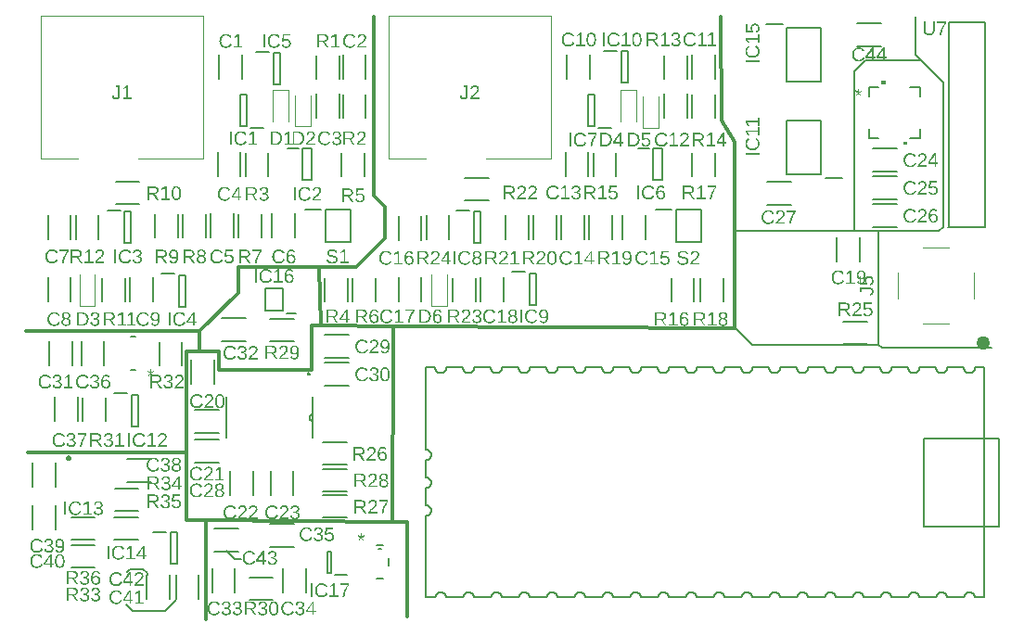
<source format=gbr>
G04 EAGLE Gerber RS-274X export*
G75*
%MOMM*%
%FSLAX34Y34*%
%LPD*%
%INSilkscreen Top*%
%IPPOS*%
%AMOC8*
5,1,8,0,0,1.08239X$1,22.5*%
G01*
G04 Define Apertures*
%ADD10C,0.304800*%
%ADD11C,0.152400*%
%ADD12C,0.203200*%
%ADD13C,0.127000*%
%ADD14C,0.120000*%
%ADD15C,0.200000*%
%ADD16C,0.250000*%
%ADD17C,0.100000*%
%ADD18C,1.270000*%
G36*
X785779Y941067D02*
X785779Y938273D01*
X781715Y938273D01*
X781715Y941067D01*
X785779Y941067D01*
G37*
G36*
X805785Y885447D02*
X805785Y882653D01*
X801721Y882653D01*
X801721Y885447D01*
X805785Y885447D01*
G37*
G36*
X517187Y972645D02*
X516925Y972651D01*
X516671Y972670D01*
X516426Y972702D01*
X516189Y972746D01*
X515740Y972873D01*
X515324Y973050D01*
X514941Y973278D01*
X514591Y973556D01*
X514274Y973885D01*
X513990Y974265D01*
X513740Y974694D01*
X513523Y975168D01*
X513339Y975690D01*
X513189Y976258D01*
X513072Y976872D01*
X512988Y977533D01*
X512938Y978241D01*
X512922Y978995D01*
X512938Y979765D01*
X512986Y980485D01*
X513068Y981155D01*
X513181Y981776D01*
X513327Y982346D01*
X513505Y982867D01*
X513716Y983338D01*
X513959Y983759D01*
X514238Y984131D01*
X514554Y984453D01*
X514907Y984725D01*
X515298Y984948D01*
X515727Y985122D01*
X515956Y985190D01*
X516194Y985246D01*
X516441Y985289D01*
X516698Y985320D01*
X516964Y985339D01*
X517240Y985345D01*
X517508Y985338D01*
X517767Y985320D01*
X518017Y985288D01*
X518259Y985245D01*
X518491Y985188D01*
X518714Y985119D01*
X519135Y984944D01*
X519519Y984719D01*
X519868Y984443D01*
X520181Y984118D01*
X520458Y983742D01*
X520702Y983317D01*
X520912Y982844D01*
X521091Y982323D01*
X521237Y981754D01*
X521350Y981136D01*
X521431Y980471D01*
X521480Y979757D01*
X521496Y978995D01*
X521479Y978245D01*
X521428Y977540D01*
X521343Y976882D01*
X521224Y976269D01*
X521070Y975701D01*
X520883Y975180D01*
X520661Y974704D01*
X520406Y974274D01*
X520117Y973892D01*
X519796Y973561D01*
X519442Y973281D01*
X519056Y973052D01*
X518637Y972874D01*
X518186Y972747D01*
X517949Y972702D01*
X517703Y972670D01*
X517449Y972651D01*
X517187Y972645D01*
G37*
%LPC*%
G36*
X517204Y973932D02*
X517541Y973952D01*
X517854Y974010D01*
X518144Y974107D01*
X518411Y974243D01*
X518654Y974418D01*
X518875Y974632D01*
X519072Y974885D01*
X519245Y975176D01*
X519397Y975508D01*
X519529Y975881D01*
X519640Y976296D01*
X519731Y976753D01*
X519802Y977251D01*
X519853Y977790D01*
X519883Y978372D01*
X519893Y978995D01*
X519884Y979640D01*
X519855Y980238D01*
X519807Y980791D01*
X519739Y981298D01*
X519652Y981759D01*
X519546Y982174D01*
X519421Y982543D01*
X519276Y982866D01*
X519109Y983147D01*
X518917Y983391D01*
X518700Y983597D01*
X518458Y983766D01*
X518191Y983897D01*
X517899Y983991D01*
X517582Y984047D01*
X517240Y984066D01*
X516889Y984047D01*
X516564Y983992D01*
X516264Y983900D01*
X515990Y983770D01*
X515742Y983604D01*
X515519Y983401D01*
X515322Y983161D01*
X515151Y982884D01*
X515002Y982564D01*
X514873Y982197D01*
X514764Y981782D01*
X514674Y981320D01*
X514605Y980810D01*
X514555Y980253D01*
X514526Y979648D01*
X514516Y978995D01*
X514526Y978360D01*
X514556Y977769D01*
X514606Y977222D01*
X514677Y976720D01*
X514767Y976261D01*
X514878Y975847D01*
X515008Y975476D01*
X515159Y975150D01*
X515332Y974864D01*
X515529Y974617D01*
X515749Y974408D01*
X515993Y974237D01*
X516260Y974104D01*
X516551Y974008D01*
X516866Y973951D01*
X517204Y973932D01*
G37*
%LPD*%
G36*
X496243Y972645D02*
X495784Y972657D01*
X495341Y972693D01*
X494914Y972754D01*
X494503Y972839D01*
X494107Y972948D01*
X493728Y973081D01*
X493363Y973238D01*
X493015Y973420D01*
X492685Y973624D01*
X492375Y973849D01*
X492085Y974095D01*
X491815Y974362D01*
X491566Y974649D01*
X491337Y974957D01*
X491128Y975286D01*
X490939Y975636D01*
X490772Y976004D01*
X490627Y976389D01*
X490504Y976791D01*
X490404Y977209D01*
X490326Y977644D01*
X490270Y978095D01*
X490237Y978563D01*
X490226Y979047D01*
X490232Y979411D01*
X490250Y979765D01*
X490282Y980109D01*
X490325Y980443D01*
X490381Y980767D01*
X490450Y981081D01*
X490531Y981385D01*
X490624Y981679D01*
X490730Y981963D01*
X490848Y982237D01*
X491122Y982755D01*
X491446Y983234D01*
X491820Y983672D01*
X492237Y984064D01*
X492693Y984404D01*
X492936Y984554D01*
X493188Y984691D01*
X493449Y984815D01*
X493720Y984926D01*
X494001Y985025D01*
X494291Y985109D01*
X494591Y985181D01*
X494900Y985240D01*
X495219Y985286D01*
X495548Y985319D01*
X495886Y985338D01*
X496234Y985345D01*
X496716Y985333D01*
X497179Y985297D01*
X497621Y985236D01*
X498043Y985152D01*
X498444Y985044D01*
X498825Y984911D01*
X499186Y984755D01*
X499527Y984574D01*
X499847Y984370D01*
X500145Y984142D01*
X500420Y983891D01*
X500674Y983617D01*
X500907Y983320D01*
X501117Y982999D01*
X501305Y982655D01*
X501471Y982288D01*
X499886Y981762D01*
X499771Y982024D01*
X499639Y982269D01*
X499491Y982499D01*
X499327Y982713D01*
X499146Y982911D01*
X498949Y983093D01*
X498736Y983259D01*
X498507Y983409D01*
X498264Y983543D01*
X498009Y983658D01*
X497744Y983756D01*
X497468Y983836D01*
X497180Y983898D01*
X496882Y983943D01*
X496572Y983969D01*
X496251Y983978D01*
X495753Y983958D01*
X495284Y983896D01*
X494842Y983793D01*
X494430Y983649D01*
X494045Y983463D01*
X493690Y983237D01*
X493362Y982969D01*
X493063Y982660D01*
X492796Y982315D01*
X492565Y981940D01*
X492369Y981534D01*
X492209Y981098D01*
X492085Y980631D01*
X491996Y980134D01*
X491942Y979606D01*
X491925Y979047D01*
X491943Y978494D01*
X491999Y977969D01*
X492092Y977471D01*
X492221Y977001D01*
X492388Y976559D01*
X492592Y976145D01*
X492833Y975758D01*
X493111Y975399D01*
X493421Y975076D01*
X493757Y974796D01*
X494119Y974559D01*
X494507Y974365D01*
X494922Y974214D01*
X495362Y974106D01*
X495829Y974041D01*
X496321Y974020D01*
X496640Y974030D01*
X496949Y974060D01*
X497248Y974110D01*
X497537Y974180D01*
X497816Y974271D01*
X498085Y974381D01*
X498343Y974511D01*
X498592Y974661D01*
X498831Y974832D01*
X499059Y975022D01*
X499278Y975233D01*
X499486Y975463D01*
X499684Y975714D01*
X499873Y975985D01*
X500051Y976275D01*
X500219Y976586D01*
X501585Y975903D01*
X501385Y975516D01*
X501166Y975154D01*
X500927Y974815D01*
X500669Y974499D01*
X500392Y974208D01*
X500095Y973941D01*
X499779Y973697D01*
X499444Y973477D01*
X499092Y973282D01*
X498727Y973113D01*
X498347Y972970D01*
X497954Y972853D01*
X497547Y972762D01*
X497126Y972697D01*
X496691Y972658D01*
X496243Y972645D01*
G37*
G36*
X511352Y972820D02*
X503618Y972820D01*
X503618Y974160D01*
X506763Y974160D01*
X506763Y983654D01*
X503978Y981666D01*
X503978Y983155D01*
X506894Y985161D01*
X508348Y985161D01*
X508348Y974160D01*
X511352Y974160D01*
X511352Y972820D01*
G37*
G36*
X607398Y972645D02*
X606940Y972657D01*
X606497Y972693D01*
X606070Y972754D01*
X605659Y972839D01*
X605263Y972948D01*
X604883Y973081D01*
X604519Y973238D01*
X604171Y973420D01*
X603841Y973624D01*
X603530Y973849D01*
X603241Y974095D01*
X602971Y974362D01*
X602722Y974649D01*
X602493Y974957D01*
X602284Y975286D01*
X602095Y975636D01*
X601928Y976004D01*
X601783Y976389D01*
X601660Y976791D01*
X601560Y977209D01*
X601482Y977644D01*
X601426Y978095D01*
X601392Y978563D01*
X601381Y979047D01*
X601388Y979411D01*
X601406Y979765D01*
X601437Y980109D01*
X601481Y980443D01*
X601537Y980767D01*
X601605Y981081D01*
X601686Y981385D01*
X601780Y981679D01*
X601886Y981963D01*
X602004Y982237D01*
X602278Y982755D01*
X602602Y983234D01*
X602975Y983672D01*
X603393Y984064D01*
X603849Y984404D01*
X604091Y984554D01*
X604343Y984691D01*
X604605Y984815D01*
X604876Y984926D01*
X605157Y985025D01*
X605447Y985109D01*
X605747Y985181D01*
X606056Y985240D01*
X606375Y985286D01*
X606704Y985319D01*
X607042Y985338D01*
X607390Y985345D01*
X607872Y985333D01*
X608334Y985297D01*
X608777Y985236D01*
X609198Y985152D01*
X609600Y985044D01*
X609981Y984911D01*
X610342Y984755D01*
X610683Y984574D01*
X611003Y984370D01*
X611300Y984142D01*
X611576Y983891D01*
X611830Y983617D01*
X612062Y983320D01*
X612273Y982999D01*
X612461Y982655D01*
X612627Y982288D01*
X611042Y981762D01*
X610927Y982024D01*
X610795Y982269D01*
X610647Y982499D01*
X610483Y982713D01*
X610302Y982911D01*
X610105Y983093D01*
X609892Y983259D01*
X609662Y983409D01*
X609419Y983543D01*
X609165Y983658D01*
X608900Y983756D01*
X608624Y983836D01*
X608336Y983898D01*
X608038Y983943D01*
X607728Y983969D01*
X607407Y983978D01*
X606909Y983958D01*
X606439Y983896D01*
X605998Y983793D01*
X605585Y983649D01*
X605201Y983463D01*
X604845Y983237D01*
X604518Y982969D01*
X604219Y982660D01*
X603952Y982315D01*
X603721Y981940D01*
X603525Y981534D01*
X603365Y981098D01*
X603241Y980631D01*
X603152Y980134D01*
X603098Y979606D01*
X603080Y979047D01*
X603099Y978494D01*
X603155Y977969D01*
X603247Y977471D01*
X603377Y977001D01*
X603544Y976559D01*
X603748Y976145D01*
X603989Y975758D01*
X604267Y975399D01*
X604577Y975076D01*
X604913Y974796D01*
X605275Y974559D01*
X605663Y974365D01*
X606077Y974214D01*
X606518Y974106D01*
X606985Y974041D01*
X607477Y974020D01*
X607796Y974030D01*
X608105Y974060D01*
X608404Y974110D01*
X608693Y974180D01*
X608972Y974271D01*
X609241Y974381D01*
X609499Y974511D01*
X609748Y974661D01*
X609986Y974832D01*
X610215Y975022D01*
X610433Y975233D01*
X610642Y975463D01*
X610840Y975714D01*
X611028Y975985D01*
X611207Y976275D01*
X611375Y976586D01*
X612741Y975903D01*
X612541Y975516D01*
X612322Y975154D01*
X612083Y974815D01*
X611825Y974499D01*
X611547Y974208D01*
X611251Y973941D01*
X610935Y973697D01*
X610600Y973477D01*
X610248Y973282D01*
X609882Y973113D01*
X609503Y972970D01*
X609110Y972853D01*
X608703Y972762D01*
X608282Y972697D01*
X607847Y972658D01*
X607398Y972645D01*
G37*
G36*
X622508Y972820D02*
X614774Y972820D01*
X614774Y974160D01*
X617919Y974160D01*
X617919Y983654D01*
X615133Y981666D01*
X615133Y983155D01*
X618050Y985161D01*
X619504Y985161D01*
X619504Y974160D01*
X622508Y974160D01*
X622508Y972820D01*
G37*
G36*
X631164Y972820D02*
X623430Y972820D01*
X623430Y974160D01*
X626575Y974160D01*
X626575Y983654D01*
X623790Y981666D01*
X623790Y983155D01*
X626706Y985161D01*
X628160Y985161D01*
X628160Y974160D01*
X631164Y974160D01*
X631164Y972820D01*
G37*
G36*
X581333Y881205D02*
X580874Y881217D01*
X580431Y881253D01*
X580004Y881314D01*
X579593Y881399D01*
X579197Y881508D01*
X578818Y881641D01*
X578453Y881798D01*
X578105Y881980D01*
X577775Y882184D01*
X577465Y882409D01*
X577175Y882655D01*
X576905Y882922D01*
X576656Y883209D01*
X576427Y883517D01*
X576218Y883846D01*
X576029Y884196D01*
X575862Y884564D01*
X575717Y884949D01*
X575594Y885351D01*
X575494Y885769D01*
X575416Y886204D01*
X575360Y886655D01*
X575327Y887123D01*
X575316Y887607D01*
X575322Y887971D01*
X575340Y888325D01*
X575372Y888669D01*
X575415Y889003D01*
X575471Y889327D01*
X575540Y889641D01*
X575621Y889945D01*
X575714Y890239D01*
X575820Y890523D01*
X575938Y890797D01*
X576212Y891315D01*
X576536Y891794D01*
X576910Y892232D01*
X577327Y892624D01*
X577783Y892964D01*
X578026Y893114D01*
X578278Y893251D01*
X578539Y893375D01*
X578810Y893486D01*
X579091Y893585D01*
X579381Y893669D01*
X579681Y893741D01*
X579990Y893800D01*
X580309Y893846D01*
X580638Y893879D01*
X580976Y893898D01*
X581324Y893905D01*
X581806Y893893D01*
X582269Y893857D01*
X582711Y893796D01*
X583133Y893712D01*
X583534Y893604D01*
X583915Y893471D01*
X584276Y893315D01*
X584617Y893134D01*
X584937Y892930D01*
X585235Y892702D01*
X585510Y892451D01*
X585764Y892177D01*
X585997Y891880D01*
X586207Y891559D01*
X586395Y891215D01*
X586561Y890848D01*
X584976Y890322D01*
X584861Y890584D01*
X584729Y890829D01*
X584581Y891059D01*
X584417Y891273D01*
X584236Y891471D01*
X584039Y891653D01*
X583826Y891819D01*
X583597Y891969D01*
X583354Y892103D01*
X583099Y892218D01*
X582834Y892316D01*
X582558Y892396D01*
X582270Y892458D01*
X581972Y892503D01*
X581662Y892529D01*
X581341Y892538D01*
X580843Y892518D01*
X580374Y892456D01*
X579932Y892353D01*
X579520Y892209D01*
X579135Y892023D01*
X578780Y891797D01*
X578452Y891529D01*
X578153Y891220D01*
X577886Y890875D01*
X577655Y890500D01*
X577459Y890094D01*
X577299Y889658D01*
X577175Y889191D01*
X577086Y888694D01*
X577032Y888166D01*
X577015Y887607D01*
X577033Y887054D01*
X577089Y886529D01*
X577182Y886031D01*
X577311Y885561D01*
X577478Y885119D01*
X577682Y884705D01*
X577923Y884318D01*
X578201Y883959D01*
X578511Y883636D01*
X578847Y883356D01*
X579209Y883119D01*
X579597Y882925D01*
X580012Y882774D01*
X580452Y882666D01*
X580919Y882601D01*
X581411Y882580D01*
X581730Y882590D01*
X582039Y882620D01*
X582338Y882670D01*
X582627Y882740D01*
X582906Y882831D01*
X583175Y882941D01*
X583433Y883071D01*
X583682Y883221D01*
X583921Y883392D01*
X584149Y883582D01*
X584368Y883793D01*
X584576Y884023D01*
X584774Y884274D01*
X584963Y884545D01*
X585141Y884835D01*
X585309Y885146D01*
X586675Y884463D01*
X586475Y884076D01*
X586256Y883714D01*
X586017Y883375D01*
X585759Y883059D01*
X585482Y882768D01*
X585185Y882501D01*
X584869Y882257D01*
X584534Y882037D01*
X584182Y881842D01*
X583817Y881673D01*
X583437Y881530D01*
X583044Y881413D01*
X582637Y881322D01*
X582216Y881257D01*
X581781Y881218D01*
X581333Y881205D01*
G37*
G36*
X606385Y881380D02*
X598213Y881380D01*
X598213Y882492D01*
X598449Y882990D01*
X598709Y883457D01*
X598994Y883894D01*
X599303Y884301D01*
X599629Y884684D01*
X599964Y885048D01*
X600306Y885393D01*
X600657Y885720D01*
X601363Y886332D01*
X602062Y886898D01*
X602725Y887441D01*
X603319Y887984D01*
X603586Y888259D01*
X603826Y888540D01*
X604039Y888828D01*
X604226Y889123D01*
X604377Y889430D01*
X604485Y889758D01*
X604550Y890105D01*
X604572Y890471D01*
X604562Y890718D01*
X604534Y890951D01*
X604488Y891169D01*
X604423Y891373D01*
X604339Y891563D01*
X604237Y891739D01*
X604116Y891901D01*
X603976Y892048D01*
X603820Y892179D01*
X603649Y892293D01*
X603464Y892389D01*
X603264Y892468D01*
X603050Y892530D01*
X602822Y892573D01*
X602578Y892600D01*
X602321Y892608D01*
X602074Y892600D01*
X601839Y892574D01*
X601615Y892531D01*
X601402Y892472D01*
X601200Y892395D01*
X601009Y892301D01*
X600830Y892189D01*
X600661Y892061D01*
X600506Y891917D01*
X600368Y891760D01*
X600247Y891588D01*
X600143Y891403D01*
X600056Y891204D01*
X599985Y890991D01*
X599932Y890764D01*
X599895Y890524D01*
X598283Y890673D01*
X598341Y891033D01*
X598427Y891375D01*
X598542Y891698D01*
X598685Y892002D01*
X598856Y892287D01*
X599056Y892553D01*
X599284Y892800D01*
X599540Y893029D01*
X599820Y893234D01*
X600119Y893412D01*
X600438Y893563D01*
X600776Y893686D01*
X601133Y893782D01*
X601510Y893850D01*
X601906Y893891D01*
X602321Y893905D01*
X602774Y893891D01*
X603200Y893850D01*
X603599Y893781D01*
X603971Y893685D01*
X604316Y893561D01*
X604634Y893410D01*
X604925Y893231D01*
X605189Y893024D01*
X605424Y892793D01*
X605628Y892538D01*
X605800Y892260D01*
X605941Y891959D01*
X606051Y891635D01*
X606129Y891288D01*
X606176Y890917D01*
X606192Y890524D01*
X606172Y890165D01*
X606110Y889808D01*
X606007Y889452D01*
X605864Y889096D01*
X605679Y888742D01*
X605455Y888387D01*
X605191Y888032D01*
X604887Y887677D01*
X604489Y887274D01*
X603943Y886773D01*
X603250Y886175D01*
X602408Y885479D01*
X601930Y885077D01*
X601504Y884696D01*
X601129Y884335D01*
X600806Y883994D01*
X600529Y883667D01*
X600293Y883345D01*
X600099Y883030D01*
X599947Y882720D01*
X606385Y882720D01*
X606385Y881380D01*
G37*
G36*
X596442Y881380D02*
X588708Y881380D01*
X588708Y882720D01*
X591853Y882720D01*
X591853Y892214D01*
X589068Y890226D01*
X589068Y891715D01*
X591984Y893721D01*
X593438Y893721D01*
X593438Y882720D01*
X596442Y882720D01*
X596442Y881380D01*
G37*
G36*
X482273Y832945D02*
X481814Y832957D01*
X481371Y832993D01*
X480944Y833054D01*
X480533Y833139D01*
X480137Y833248D01*
X479758Y833381D01*
X479393Y833538D01*
X479045Y833720D01*
X478715Y833924D01*
X478405Y834149D01*
X478115Y834395D01*
X477845Y834662D01*
X477596Y834949D01*
X477367Y835257D01*
X477158Y835586D01*
X476969Y835936D01*
X476802Y836304D01*
X476657Y836689D01*
X476534Y837091D01*
X476434Y837509D01*
X476356Y837944D01*
X476300Y838395D01*
X476267Y838863D01*
X476256Y839347D01*
X476262Y839711D01*
X476280Y840065D01*
X476312Y840409D01*
X476355Y840743D01*
X476411Y841067D01*
X476480Y841381D01*
X476561Y841685D01*
X476654Y841979D01*
X476760Y842263D01*
X476878Y842537D01*
X477152Y843055D01*
X477476Y843534D01*
X477850Y843972D01*
X478267Y844364D01*
X478723Y844704D01*
X478966Y844854D01*
X479218Y844991D01*
X479479Y845115D01*
X479750Y845226D01*
X480031Y845325D01*
X480321Y845409D01*
X480621Y845481D01*
X480930Y845540D01*
X481249Y845586D01*
X481578Y845619D01*
X481916Y845638D01*
X482264Y845645D01*
X482746Y845633D01*
X483209Y845597D01*
X483651Y845536D01*
X484073Y845452D01*
X484474Y845344D01*
X484855Y845211D01*
X485216Y845055D01*
X485557Y844874D01*
X485877Y844670D01*
X486175Y844442D01*
X486450Y844191D01*
X486704Y843917D01*
X486937Y843620D01*
X487147Y843299D01*
X487335Y842955D01*
X487501Y842588D01*
X485916Y842062D01*
X485801Y842324D01*
X485669Y842569D01*
X485521Y842799D01*
X485357Y843013D01*
X485176Y843211D01*
X484979Y843393D01*
X484766Y843559D01*
X484537Y843709D01*
X484294Y843843D01*
X484039Y843958D01*
X483774Y844056D01*
X483498Y844136D01*
X483210Y844198D01*
X482912Y844243D01*
X482602Y844269D01*
X482281Y844278D01*
X481783Y844258D01*
X481314Y844196D01*
X480872Y844093D01*
X480460Y843949D01*
X480075Y843763D01*
X479720Y843537D01*
X479392Y843269D01*
X479093Y842960D01*
X478826Y842615D01*
X478595Y842240D01*
X478399Y841834D01*
X478239Y841398D01*
X478115Y840931D01*
X478026Y840434D01*
X477972Y839906D01*
X477955Y839347D01*
X477973Y838794D01*
X478029Y838269D01*
X478122Y837771D01*
X478251Y837301D01*
X478418Y836859D01*
X478622Y836445D01*
X478863Y836058D01*
X479141Y835699D01*
X479451Y835376D01*
X479787Y835096D01*
X480149Y834859D01*
X480537Y834665D01*
X480952Y834514D01*
X481392Y834406D01*
X481859Y834341D01*
X482351Y834320D01*
X482670Y834330D01*
X482979Y834360D01*
X483278Y834410D01*
X483567Y834480D01*
X483846Y834571D01*
X484115Y834681D01*
X484373Y834811D01*
X484622Y834961D01*
X484861Y835132D01*
X485089Y835322D01*
X485308Y835533D01*
X485516Y835763D01*
X485714Y836014D01*
X485903Y836285D01*
X486081Y836575D01*
X486249Y836886D01*
X487615Y836203D01*
X487415Y835816D01*
X487196Y835454D01*
X486957Y835115D01*
X486699Y834799D01*
X486422Y834508D01*
X486125Y834241D01*
X485809Y833997D01*
X485474Y833777D01*
X485122Y833582D01*
X484757Y833413D01*
X484377Y833270D01*
X483984Y833153D01*
X483577Y833062D01*
X483156Y832997D01*
X482721Y832958D01*
X482273Y832945D01*
G37*
G36*
X503252Y832945D02*
X502795Y832958D01*
X502362Y832998D01*
X501953Y833064D01*
X501567Y833156D01*
X501205Y833275D01*
X500867Y833420D01*
X500552Y833592D01*
X500261Y833790D01*
X499996Y834014D01*
X499759Y834263D01*
X499551Y834538D01*
X499371Y834838D01*
X499219Y835163D01*
X499096Y835514D01*
X499001Y835889D01*
X498934Y836291D01*
X500563Y836439D01*
X500611Y836174D01*
X500674Y835926D01*
X500754Y835695D01*
X500849Y835482D01*
X500961Y835285D01*
X501089Y835105D01*
X501233Y834943D01*
X501393Y834797D01*
X501569Y834669D01*
X501761Y834558D01*
X501970Y834464D01*
X502194Y834387D01*
X502434Y834327D01*
X502691Y834284D01*
X502963Y834258D01*
X503252Y834250D01*
X503542Y834259D01*
X503816Y834287D01*
X504073Y834332D01*
X504315Y834397D01*
X504541Y834479D01*
X504751Y834580D01*
X504944Y834699D01*
X505122Y834837D01*
X505281Y834992D01*
X505419Y835166D01*
X505536Y835357D01*
X505631Y835566D01*
X505705Y835793D01*
X505758Y836037D01*
X505790Y836299D01*
X505801Y836580D01*
X505789Y836825D01*
X505752Y837056D01*
X505692Y837273D01*
X505607Y837476D01*
X505498Y837666D01*
X505365Y837842D01*
X505207Y838004D01*
X505026Y838152D01*
X504821Y838284D01*
X504595Y838399D01*
X504348Y838496D01*
X504079Y838575D01*
X503788Y838637D01*
X503476Y838681D01*
X503143Y838708D01*
X502788Y838717D01*
X501894Y838717D01*
X501894Y840083D01*
X502753Y840083D01*
X503068Y840092D01*
X503364Y840118D01*
X503643Y840162D01*
X503903Y840224D01*
X504146Y840304D01*
X504370Y840401D01*
X504575Y840516D01*
X504763Y840648D01*
X504930Y840796D01*
X505075Y840958D01*
X505198Y841133D01*
X505298Y841321D01*
X505376Y841523D01*
X505432Y841739D01*
X505466Y841969D01*
X505477Y842211D01*
X505468Y842452D01*
X505440Y842680D01*
X505395Y842895D01*
X505331Y843097D01*
X505249Y843286D01*
X505149Y843462D01*
X505031Y843625D01*
X504894Y843775D01*
X504740Y843909D01*
X504568Y844026D01*
X504378Y844124D01*
X504171Y844205D01*
X503946Y844268D01*
X503703Y844313D01*
X503442Y844339D01*
X503164Y844348D01*
X502910Y844340D01*
X502668Y844315D01*
X502439Y844273D01*
X502222Y844215D01*
X502017Y844140D01*
X501825Y844048D01*
X501646Y843939D01*
X501478Y843814D01*
X501326Y843674D01*
X501190Y843520D01*
X501071Y843352D01*
X500969Y843170D01*
X500884Y842975D01*
X500816Y842766D01*
X500764Y842544D01*
X500730Y842308D01*
X499144Y842430D01*
X499202Y842799D01*
X499288Y843146D01*
X499403Y843473D01*
X499546Y843779D01*
X499717Y844064D01*
X499917Y844329D01*
X500145Y844572D01*
X500401Y844795D01*
X500681Y844994D01*
X500981Y845167D01*
X501299Y845313D01*
X501637Y845432D01*
X501994Y845525D01*
X502371Y845592D01*
X502767Y845631D01*
X503182Y845645D01*
X503633Y845631D01*
X504059Y845591D01*
X504458Y845523D01*
X504832Y845429D01*
X505180Y845308D01*
X505502Y845159D01*
X505798Y844984D01*
X506068Y844782D01*
X506309Y844556D01*
X506518Y844308D01*
X506695Y844040D01*
X506840Y843750D01*
X506952Y843438D01*
X507033Y843106D01*
X507081Y842753D01*
X507097Y842378D01*
X507087Y842089D01*
X507056Y841814D01*
X507004Y841553D01*
X506932Y841306D01*
X506839Y841073D01*
X506725Y840853D01*
X506591Y840647D01*
X506436Y840455D01*
X506261Y840278D01*
X506068Y840115D01*
X505855Y839967D01*
X505624Y839835D01*
X505375Y839717D01*
X505106Y839614D01*
X504819Y839526D01*
X504513Y839452D01*
X504513Y839417D01*
X504850Y839370D01*
X505167Y839304D01*
X505465Y839217D01*
X505744Y839111D01*
X506004Y838985D01*
X506244Y838839D01*
X506466Y838674D01*
X506668Y838489D01*
X506848Y838288D01*
X507005Y838074D01*
X507138Y837848D01*
X507246Y837609D01*
X507330Y837357D01*
X507390Y837093D01*
X507427Y836816D01*
X507439Y836527D01*
X507422Y836112D01*
X507371Y835721D01*
X507286Y835355D01*
X507167Y835012D01*
X507014Y834693D01*
X506828Y834399D01*
X506607Y834128D01*
X506353Y833882D01*
X506067Y833662D01*
X505751Y833472D01*
X505407Y833311D01*
X505034Y833179D01*
X504632Y833077D01*
X504201Y833003D01*
X503741Y832960D01*
X503252Y832945D01*
G37*
G36*
X497382Y833120D02*
X489648Y833120D01*
X489648Y834460D01*
X492793Y834460D01*
X492793Y843954D01*
X490008Y841966D01*
X490008Y843455D01*
X492924Y845461D01*
X494378Y845461D01*
X494378Y834460D01*
X497382Y834460D01*
X497382Y833120D01*
G37*
G36*
X518053Y773430D02*
X516564Y773430D01*
X516564Y776224D01*
X510749Y776224D01*
X510749Y777450D01*
X516398Y785771D01*
X518053Y785771D01*
X518053Y777468D01*
X519787Y777468D01*
X519787Y776224D01*
X518053Y776224D01*
X518053Y773430D01*
G37*
%LPC*%
G36*
X516564Y777468D02*
X516564Y783993D01*
X516319Y783529D01*
X515977Y782951D01*
X512816Y778291D01*
X512343Y777643D01*
X512202Y777468D01*
X516564Y777468D01*
G37*
%LPD*%
G36*
X494359Y773255D02*
X493900Y773267D01*
X493457Y773303D01*
X493030Y773364D01*
X492619Y773449D01*
X492223Y773558D01*
X491844Y773691D01*
X491479Y773848D01*
X491131Y774030D01*
X490801Y774234D01*
X490491Y774459D01*
X490201Y774705D01*
X489931Y774972D01*
X489682Y775259D01*
X489453Y775567D01*
X489244Y775896D01*
X489055Y776246D01*
X488888Y776614D01*
X488743Y776999D01*
X488620Y777401D01*
X488520Y777819D01*
X488442Y778254D01*
X488386Y778705D01*
X488353Y779173D01*
X488342Y779657D01*
X488348Y780021D01*
X488366Y780375D01*
X488398Y780719D01*
X488441Y781053D01*
X488497Y781377D01*
X488566Y781691D01*
X488647Y781995D01*
X488740Y782289D01*
X488846Y782573D01*
X488964Y782847D01*
X489238Y783365D01*
X489562Y783844D01*
X489936Y784282D01*
X490353Y784674D01*
X490809Y785014D01*
X491052Y785164D01*
X491304Y785301D01*
X491565Y785425D01*
X491836Y785536D01*
X492117Y785635D01*
X492407Y785719D01*
X492707Y785791D01*
X493016Y785850D01*
X493335Y785896D01*
X493664Y785929D01*
X494002Y785948D01*
X494350Y785955D01*
X494832Y785943D01*
X495295Y785907D01*
X495737Y785846D01*
X496159Y785762D01*
X496560Y785654D01*
X496941Y785521D01*
X497302Y785365D01*
X497643Y785184D01*
X497963Y784980D01*
X498261Y784752D01*
X498536Y784501D01*
X498790Y784227D01*
X499023Y783930D01*
X499233Y783609D01*
X499421Y783265D01*
X499587Y782898D01*
X498002Y782372D01*
X497887Y782634D01*
X497755Y782879D01*
X497607Y783109D01*
X497443Y783323D01*
X497262Y783521D01*
X497065Y783703D01*
X496852Y783869D01*
X496623Y784019D01*
X496380Y784153D01*
X496125Y784268D01*
X495860Y784366D01*
X495584Y784446D01*
X495296Y784508D01*
X494998Y784553D01*
X494688Y784579D01*
X494367Y784588D01*
X493869Y784568D01*
X493400Y784506D01*
X492958Y784403D01*
X492546Y784259D01*
X492161Y784073D01*
X491806Y783847D01*
X491478Y783579D01*
X491179Y783270D01*
X490912Y782925D01*
X490681Y782550D01*
X490485Y782144D01*
X490325Y781708D01*
X490201Y781241D01*
X490112Y780744D01*
X490058Y780216D01*
X490041Y779657D01*
X490059Y779104D01*
X490115Y778579D01*
X490208Y778081D01*
X490337Y777611D01*
X490504Y777169D01*
X490708Y776755D01*
X490949Y776368D01*
X491227Y776009D01*
X491537Y775686D01*
X491873Y775406D01*
X492235Y775169D01*
X492623Y774975D01*
X493038Y774824D01*
X493478Y774716D01*
X493945Y774651D01*
X494437Y774630D01*
X494756Y774640D01*
X495065Y774670D01*
X495364Y774720D01*
X495653Y774790D01*
X495932Y774881D01*
X496201Y774991D01*
X496459Y775121D01*
X496708Y775271D01*
X496947Y775442D01*
X497175Y775632D01*
X497394Y775843D01*
X497602Y776073D01*
X497800Y776324D01*
X497989Y776595D01*
X498167Y776885D01*
X498335Y777196D01*
X499701Y776513D01*
X499501Y776126D01*
X499282Y775764D01*
X499043Y775425D01*
X498785Y775109D01*
X498508Y774818D01*
X498211Y774551D01*
X497895Y774307D01*
X497560Y774087D01*
X497208Y773892D01*
X496843Y773723D01*
X496463Y773580D01*
X496070Y773463D01*
X495663Y773372D01*
X495242Y773307D01*
X494807Y773268D01*
X494359Y773255D01*
G37*
G36*
X509468Y773430D02*
X501734Y773430D01*
X501734Y774770D01*
X504879Y774770D01*
X504879Y784264D01*
X502094Y782276D01*
X502094Y783765D01*
X505010Y785771D01*
X506464Y785771D01*
X506464Y774770D01*
X509468Y774770D01*
X509468Y773430D01*
G37*
G36*
X563553Y773255D02*
X563094Y773267D01*
X562651Y773303D01*
X562224Y773364D01*
X561813Y773449D01*
X561417Y773558D01*
X561038Y773691D01*
X560673Y773848D01*
X560325Y774030D01*
X559995Y774234D01*
X559685Y774459D01*
X559395Y774705D01*
X559125Y774972D01*
X558876Y775259D01*
X558647Y775567D01*
X558438Y775896D01*
X558249Y776246D01*
X558082Y776614D01*
X557937Y776999D01*
X557814Y777401D01*
X557714Y777819D01*
X557636Y778254D01*
X557580Y778705D01*
X557547Y779173D01*
X557536Y779657D01*
X557542Y780021D01*
X557560Y780375D01*
X557592Y780719D01*
X557635Y781053D01*
X557691Y781377D01*
X557760Y781691D01*
X557841Y781995D01*
X557934Y782289D01*
X558040Y782573D01*
X558158Y782847D01*
X558432Y783365D01*
X558756Y783844D01*
X559130Y784282D01*
X559547Y784674D01*
X560003Y785014D01*
X560246Y785164D01*
X560498Y785301D01*
X560759Y785425D01*
X561030Y785536D01*
X561311Y785635D01*
X561601Y785719D01*
X561901Y785791D01*
X562210Y785850D01*
X562529Y785896D01*
X562858Y785929D01*
X563196Y785948D01*
X563544Y785955D01*
X564026Y785943D01*
X564489Y785907D01*
X564931Y785846D01*
X565353Y785762D01*
X565754Y785654D01*
X566135Y785521D01*
X566496Y785365D01*
X566837Y785184D01*
X567157Y784980D01*
X567455Y784752D01*
X567730Y784501D01*
X567984Y784227D01*
X568217Y783930D01*
X568427Y783609D01*
X568615Y783265D01*
X568781Y782898D01*
X567196Y782372D01*
X567081Y782634D01*
X566949Y782879D01*
X566801Y783109D01*
X566637Y783323D01*
X566456Y783521D01*
X566259Y783703D01*
X566046Y783869D01*
X565817Y784019D01*
X565574Y784153D01*
X565319Y784268D01*
X565054Y784366D01*
X564778Y784446D01*
X564490Y784508D01*
X564192Y784553D01*
X563882Y784579D01*
X563561Y784588D01*
X563063Y784568D01*
X562594Y784506D01*
X562152Y784403D01*
X561740Y784259D01*
X561355Y784073D01*
X561000Y783847D01*
X560672Y783579D01*
X560373Y783270D01*
X560106Y782925D01*
X559875Y782550D01*
X559679Y782144D01*
X559519Y781708D01*
X559395Y781241D01*
X559306Y780744D01*
X559252Y780216D01*
X559235Y779657D01*
X559253Y779104D01*
X559309Y778579D01*
X559402Y778081D01*
X559531Y777611D01*
X559698Y777169D01*
X559902Y776755D01*
X560143Y776368D01*
X560421Y776009D01*
X560731Y775686D01*
X561067Y775406D01*
X561429Y775169D01*
X561817Y774975D01*
X562232Y774824D01*
X562672Y774716D01*
X563139Y774651D01*
X563631Y774630D01*
X563950Y774640D01*
X564259Y774670D01*
X564558Y774720D01*
X564847Y774790D01*
X565126Y774881D01*
X565395Y774991D01*
X565653Y775121D01*
X565902Y775271D01*
X566141Y775442D01*
X566369Y775632D01*
X566588Y775843D01*
X566796Y776073D01*
X566994Y776324D01*
X567183Y776595D01*
X567361Y776885D01*
X567529Y777196D01*
X568895Y776513D01*
X568695Y776126D01*
X568476Y775764D01*
X568237Y775425D01*
X567979Y775109D01*
X567702Y774818D01*
X567405Y774551D01*
X567089Y774307D01*
X566754Y774087D01*
X566402Y773892D01*
X566037Y773723D01*
X565657Y773580D01*
X565264Y773463D01*
X564857Y773372D01*
X564436Y773307D01*
X564001Y773268D01*
X563553Y773255D01*
G37*
G36*
X584374Y773255D02*
X583953Y773267D01*
X583553Y773302D01*
X583174Y773361D01*
X582815Y773443D01*
X582478Y773549D01*
X582161Y773679D01*
X581864Y773832D01*
X581589Y774008D01*
X581336Y774207D01*
X581108Y774427D01*
X580904Y774668D01*
X580724Y774930D01*
X580569Y775213D01*
X580438Y775517D01*
X580331Y775843D01*
X580249Y776189D01*
X581843Y776373D01*
X581912Y776151D01*
X581992Y775944D01*
X582085Y775751D01*
X582191Y775572D01*
X582308Y775408D01*
X582438Y775257D01*
X582580Y775122D01*
X582734Y775000D01*
X582901Y774893D01*
X583080Y774800D01*
X583271Y774721D01*
X583474Y774657D01*
X583689Y774607D01*
X583917Y774571D01*
X584157Y774549D01*
X584409Y774542D01*
X584718Y774554D01*
X585010Y774590D01*
X585284Y774650D01*
X585541Y774734D01*
X585781Y774842D01*
X586004Y774973D01*
X586209Y775129D01*
X586398Y775309D01*
X586566Y775509D01*
X586712Y775728D01*
X586835Y775964D01*
X586936Y776219D01*
X587015Y776491D01*
X587071Y776781D01*
X587105Y777089D01*
X587116Y777415D01*
X587104Y777699D01*
X587071Y777970D01*
X587014Y778226D01*
X586935Y778468D01*
X586834Y778697D01*
X586709Y778911D01*
X586563Y779112D01*
X586393Y779298D01*
X586205Y779467D01*
X586000Y779612D01*
X585780Y779736D01*
X585545Y779837D01*
X585293Y779915D01*
X585026Y779972D01*
X584743Y780005D01*
X584444Y780016D01*
X584130Y780004D01*
X583827Y779966D01*
X583535Y779903D01*
X583253Y779815D01*
X582977Y779697D01*
X582701Y779543D01*
X582426Y779355D01*
X582150Y779132D01*
X580608Y779132D01*
X581020Y785771D01*
X588035Y785771D01*
X588035Y784431D01*
X582456Y784431D01*
X582220Y780516D01*
X582484Y780700D01*
X582763Y780861D01*
X583059Y780996D01*
X583369Y781107D01*
X583696Y781193D01*
X584038Y781255D01*
X584395Y781292D01*
X584768Y781304D01*
X585212Y781287D01*
X585633Y781237D01*
X586031Y781154D01*
X586405Y781037D01*
X586757Y780887D01*
X587085Y780703D01*
X587390Y780486D01*
X587672Y780235D01*
X587925Y779958D01*
X588145Y779661D01*
X588331Y779343D01*
X588483Y779005D01*
X588602Y778647D01*
X588686Y778268D01*
X588737Y777869D01*
X588754Y777450D01*
X588735Y776975D01*
X588681Y776526D01*
X588590Y776102D01*
X588463Y775705D01*
X588300Y775334D01*
X588101Y774988D01*
X587865Y774669D01*
X587593Y774376D01*
X587289Y774113D01*
X586957Y773885D01*
X586596Y773693D01*
X586208Y773535D01*
X585792Y773413D01*
X585347Y773325D01*
X584875Y773272D01*
X584374Y773255D01*
G37*
G36*
X578662Y773430D02*
X570928Y773430D01*
X570928Y774770D01*
X574073Y774770D01*
X574073Y784264D01*
X571288Y782276D01*
X571288Y783765D01*
X574204Y785771D01*
X575658Y785771D01*
X575658Y774770D01*
X578662Y774770D01*
X578662Y773430D01*
G37*
G36*
X350965Y773255D02*
X350709Y773261D01*
X350460Y773279D01*
X349984Y773352D01*
X349540Y773473D01*
X349126Y773642D01*
X348743Y773860D01*
X348390Y774127D01*
X348069Y774442D01*
X347777Y774805D01*
X347519Y775215D01*
X347295Y775668D01*
X347105Y776166D01*
X346950Y776708D01*
X346829Y777294D01*
X346743Y777924D01*
X346691Y778598D01*
X346674Y779316D01*
X346692Y780094D01*
X346745Y780825D01*
X346835Y781511D01*
X346961Y782149D01*
X347122Y782741D01*
X347319Y783287D01*
X347552Y783786D01*
X347821Y784238D01*
X348123Y784640D01*
X348456Y784989D01*
X348818Y785284D01*
X349212Y785526D01*
X349635Y785713D01*
X349858Y785787D01*
X350089Y785847D01*
X350327Y785894D01*
X350573Y785928D01*
X350827Y785948D01*
X351088Y785955D01*
X351429Y785945D01*
X351754Y785915D01*
X352063Y785866D01*
X352356Y785798D01*
X352632Y785709D01*
X352893Y785601D01*
X353137Y785474D01*
X353365Y785326D01*
X353577Y785159D01*
X353773Y784973D01*
X353953Y784767D01*
X354116Y784541D01*
X354264Y784295D01*
X354395Y784030D01*
X354510Y783745D01*
X354609Y783441D01*
X353103Y783170D01*
X352969Y783523D01*
X352801Y783829D01*
X352599Y784088D01*
X352362Y784299D01*
X352091Y784464D01*
X351785Y784582D01*
X351445Y784652D01*
X351071Y784676D01*
X350743Y784656D01*
X350434Y784597D01*
X350145Y784499D01*
X349874Y784362D01*
X349622Y784185D01*
X349390Y783969D01*
X349176Y783714D01*
X348982Y783419D01*
X348808Y783087D01*
X348658Y782720D01*
X348531Y782318D01*
X348427Y781881D01*
X348346Y781408D01*
X348288Y780901D01*
X348253Y780358D01*
X348242Y779780D01*
X348478Y780155D01*
X348758Y780482D01*
X349082Y780761D01*
X349450Y780993D01*
X349854Y781175D01*
X350287Y781305D01*
X350514Y781351D01*
X350748Y781383D01*
X350989Y781403D01*
X351237Y781409D01*
X351653Y781392D01*
X352047Y781342D01*
X352419Y781259D01*
X352769Y781142D01*
X353096Y780992D01*
X353402Y780808D01*
X353686Y780591D01*
X353948Y780340D01*
X354183Y780062D01*
X354386Y779760D01*
X354559Y779436D01*
X354700Y779088D01*
X354810Y778717D01*
X354888Y778324D01*
X354935Y777907D01*
X354951Y777468D01*
X354934Y776992D01*
X354884Y776543D01*
X354802Y776119D01*
X354686Y775720D01*
X354537Y775348D01*
X354354Y775001D01*
X354139Y774680D01*
X353891Y774385D01*
X353613Y774120D01*
X353311Y773890D01*
X352983Y773696D01*
X352630Y773537D01*
X352251Y773414D01*
X351848Y773325D01*
X351419Y773273D01*
X350965Y773255D01*
G37*
%LPC*%
G36*
X350913Y774525D02*
X351190Y774537D01*
X351452Y774573D01*
X351698Y774633D01*
X351929Y774716D01*
X352145Y774824D01*
X352345Y774956D01*
X352530Y775112D01*
X352700Y775291D01*
X352852Y775492D01*
X352983Y775710D01*
X353095Y775947D01*
X353186Y776201D01*
X353257Y776473D01*
X353307Y776763D01*
X353338Y777072D01*
X353348Y777398D01*
X353338Y777723D01*
X353307Y778029D01*
X353255Y778316D01*
X353184Y778584D01*
X353091Y778833D01*
X352978Y779063D01*
X352845Y779273D01*
X352691Y779465D01*
X352519Y779635D01*
X352330Y779783D01*
X352126Y779908D01*
X351905Y780010D01*
X351668Y780089D01*
X351415Y780146D01*
X351146Y780180D01*
X350860Y780192D01*
X350591Y780182D01*
X350335Y780151D01*
X350092Y780101D01*
X349863Y780031D01*
X349647Y779940D01*
X349444Y779829D01*
X349254Y779699D01*
X349078Y779548D01*
X348919Y779379D01*
X348781Y779196D01*
X348664Y778997D01*
X348569Y778783D01*
X348495Y778553D01*
X348442Y778309D01*
X348410Y778049D01*
X348399Y777774D01*
X348410Y777425D01*
X348443Y777093D01*
X348498Y776776D01*
X348575Y776476D01*
X348675Y776192D01*
X348796Y775923D01*
X348939Y775672D01*
X349104Y775436D01*
X349287Y775222D01*
X349482Y775037D01*
X349689Y774881D01*
X349909Y774753D01*
X350141Y774653D01*
X350386Y774582D01*
X350643Y774539D01*
X350913Y774525D01*
G37*
%LPD*%
G36*
X329785Y773255D02*
X329326Y773267D01*
X328883Y773303D01*
X328456Y773364D01*
X328045Y773449D01*
X327649Y773558D01*
X327270Y773691D01*
X326905Y773848D01*
X326557Y774030D01*
X326227Y774234D01*
X325917Y774459D01*
X325627Y774705D01*
X325357Y774972D01*
X325108Y775259D01*
X324879Y775567D01*
X324670Y775896D01*
X324481Y776246D01*
X324314Y776614D01*
X324169Y776999D01*
X324046Y777401D01*
X323946Y777819D01*
X323868Y778254D01*
X323812Y778705D01*
X323779Y779173D01*
X323768Y779657D01*
X323774Y780021D01*
X323792Y780375D01*
X323824Y780719D01*
X323867Y781053D01*
X323923Y781377D01*
X323992Y781691D01*
X324073Y781995D01*
X324166Y782289D01*
X324272Y782573D01*
X324390Y782847D01*
X324664Y783365D01*
X324988Y783844D01*
X325362Y784282D01*
X325779Y784674D01*
X326235Y785014D01*
X326478Y785164D01*
X326730Y785301D01*
X326991Y785425D01*
X327262Y785536D01*
X327543Y785635D01*
X327833Y785719D01*
X328133Y785791D01*
X328442Y785850D01*
X328761Y785896D01*
X329090Y785929D01*
X329428Y785948D01*
X329776Y785955D01*
X330258Y785943D01*
X330721Y785907D01*
X331163Y785846D01*
X331585Y785762D01*
X331986Y785654D01*
X332367Y785521D01*
X332728Y785365D01*
X333069Y785184D01*
X333389Y784980D01*
X333687Y784752D01*
X333962Y784501D01*
X334216Y784227D01*
X334449Y783930D01*
X334659Y783609D01*
X334847Y783265D01*
X335013Y782898D01*
X333428Y782372D01*
X333313Y782634D01*
X333181Y782879D01*
X333033Y783109D01*
X332869Y783323D01*
X332688Y783521D01*
X332491Y783703D01*
X332278Y783869D01*
X332049Y784019D01*
X331806Y784153D01*
X331551Y784268D01*
X331286Y784366D01*
X331010Y784446D01*
X330722Y784508D01*
X330424Y784553D01*
X330114Y784579D01*
X329793Y784588D01*
X329295Y784568D01*
X328826Y784506D01*
X328384Y784403D01*
X327972Y784259D01*
X327587Y784073D01*
X327232Y783847D01*
X326904Y783579D01*
X326605Y783270D01*
X326338Y782925D01*
X326107Y782550D01*
X325911Y782144D01*
X325751Y781708D01*
X325627Y781241D01*
X325538Y780744D01*
X325484Y780216D01*
X325467Y779657D01*
X325485Y779104D01*
X325541Y778579D01*
X325634Y778081D01*
X325763Y777611D01*
X325930Y777169D01*
X326134Y776755D01*
X326375Y776368D01*
X326653Y776009D01*
X326963Y775686D01*
X327299Y775406D01*
X327661Y775169D01*
X328049Y774975D01*
X328464Y774824D01*
X328904Y774716D01*
X329371Y774651D01*
X329863Y774630D01*
X330182Y774640D01*
X330491Y774670D01*
X330790Y774720D01*
X331079Y774790D01*
X331358Y774881D01*
X331627Y774991D01*
X331885Y775121D01*
X332134Y775271D01*
X332373Y775442D01*
X332601Y775632D01*
X332820Y775843D01*
X333028Y776073D01*
X333226Y776324D01*
X333415Y776595D01*
X333593Y776885D01*
X333761Y777196D01*
X335127Y776513D01*
X334927Y776126D01*
X334708Y775764D01*
X334469Y775425D01*
X334211Y775109D01*
X333934Y774818D01*
X333637Y774551D01*
X333321Y774307D01*
X332986Y774087D01*
X332634Y773892D01*
X332269Y773723D01*
X331889Y773580D01*
X331496Y773463D01*
X331089Y773372D01*
X330668Y773307D01*
X330233Y773268D01*
X329785Y773255D01*
G37*
G36*
X344894Y773430D02*
X337160Y773430D01*
X337160Y774770D01*
X340305Y774770D01*
X340305Y784264D01*
X337520Y782276D01*
X337520Y783765D01*
X340436Y785771D01*
X341890Y785771D01*
X341890Y774770D01*
X344894Y774770D01*
X344894Y773430D01*
G37*
G36*
X330529Y719915D02*
X330070Y719927D01*
X329627Y719963D01*
X329200Y720024D01*
X328789Y720109D01*
X328393Y720218D01*
X328014Y720351D01*
X327649Y720508D01*
X327301Y720690D01*
X326971Y720894D01*
X326661Y721119D01*
X326371Y721365D01*
X326101Y721632D01*
X325852Y721919D01*
X325623Y722227D01*
X325414Y722556D01*
X325225Y722906D01*
X325058Y723274D01*
X324913Y723659D01*
X324790Y724061D01*
X324690Y724479D01*
X324612Y724914D01*
X324556Y725365D01*
X324523Y725833D01*
X324512Y726317D01*
X324518Y726681D01*
X324536Y727035D01*
X324568Y727379D01*
X324611Y727713D01*
X324667Y728037D01*
X324736Y728351D01*
X324817Y728655D01*
X324910Y728949D01*
X325016Y729233D01*
X325134Y729507D01*
X325408Y730025D01*
X325732Y730504D01*
X326106Y730942D01*
X326523Y731334D01*
X326979Y731674D01*
X327222Y731824D01*
X327474Y731961D01*
X327735Y732085D01*
X328006Y732196D01*
X328287Y732295D01*
X328577Y732379D01*
X328877Y732451D01*
X329186Y732510D01*
X329505Y732556D01*
X329834Y732589D01*
X330172Y732608D01*
X330520Y732615D01*
X331002Y732603D01*
X331465Y732567D01*
X331907Y732506D01*
X332329Y732422D01*
X332730Y732314D01*
X333111Y732181D01*
X333472Y732025D01*
X333813Y731844D01*
X334133Y731640D01*
X334431Y731412D01*
X334706Y731161D01*
X334960Y730887D01*
X335193Y730590D01*
X335403Y730269D01*
X335591Y729925D01*
X335757Y729558D01*
X334172Y729032D01*
X334057Y729294D01*
X333925Y729539D01*
X333777Y729769D01*
X333613Y729983D01*
X333432Y730181D01*
X333235Y730363D01*
X333022Y730529D01*
X332793Y730679D01*
X332550Y730813D01*
X332295Y730928D01*
X332030Y731026D01*
X331754Y731106D01*
X331466Y731168D01*
X331168Y731213D01*
X330858Y731239D01*
X330537Y731248D01*
X330039Y731228D01*
X329570Y731166D01*
X329128Y731063D01*
X328716Y730919D01*
X328331Y730733D01*
X327976Y730507D01*
X327648Y730239D01*
X327349Y729930D01*
X327082Y729585D01*
X326851Y729210D01*
X326655Y728804D01*
X326495Y728368D01*
X326371Y727901D01*
X326282Y727404D01*
X326228Y726876D01*
X326211Y726317D01*
X326229Y725764D01*
X326285Y725239D01*
X326378Y724741D01*
X326507Y724271D01*
X326674Y723829D01*
X326878Y723415D01*
X327119Y723028D01*
X327397Y722669D01*
X327707Y722346D01*
X328043Y722066D01*
X328405Y721829D01*
X328793Y721635D01*
X329208Y721484D01*
X329648Y721376D01*
X330115Y721311D01*
X330607Y721290D01*
X330926Y721300D01*
X331235Y721330D01*
X331534Y721380D01*
X331823Y721450D01*
X332102Y721541D01*
X332371Y721651D01*
X332629Y721781D01*
X332878Y721931D01*
X333117Y722102D01*
X333345Y722292D01*
X333564Y722503D01*
X333772Y722733D01*
X333970Y722984D01*
X334159Y723255D01*
X334337Y723545D01*
X334505Y723856D01*
X335871Y723173D01*
X335671Y722786D01*
X335452Y722424D01*
X335213Y722085D01*
X334955Y721769D01*
X334678Y721478D01*
X334381Y721211D01*
X334065Y720967D01*
X333730Y720747D01*
X333378Y720552D01*
X333013Y720383D01*
X332633Y720240D01*
X332240Y720123D01*
X331833Y720032D01*
X331412Y719967D01*
X330977Y719928D01*
X330529Y719915D01*
G37*
G36*
X345638Y720090D02*
X337904Y720090D01*
X337904Y721430D01*
X341049Y721430D01*
X341049Y730924D01*
X338264Y728936D01*
X338264Y730425D01*
X341180Y732431D01*
X342634Y732431D01*
X342634Y721430D01*
X345638Y721430D01*
X345638Y720090D01*
G37*
G36*
X351350Y720090D02*
X349704Y720090D01*
X349719Y720685D01*
X349766Y721288D01*
X349845Y721899D01*
X349954Y722517D01*
X350095Y723144D01*
X350268Y723778D01*
X350472Y724420D01*
X350707Y725069D01*
X350978Y725735D01*
X351292Y726426D01*
X351648Y727142D01*
X352046Y727882D01*
X352485Y728647D01*
X352967Y729437D01*
X353491Y730251D01*
X354057Y731091D01*
X347427Y731091D01*
X347427Y732431D01*
X355581Y732431D01*
X355581Y731152D01*
X354704Y729785D01*
X353967Y728575D01*
X353369Y727521D01*
X352909Y726624D01*
X352544Y725808D01*
X352227Y724997D01*
X351959Y724192D01*
X351740Y723392D01*
X351570Y722588D01*
X351448Y721769D01*
X351375Y720937D01*
X351356Y720515D01*
X351350Y720090D01*
G37*
G36*
X445479Y719915D02*
X444998Y719930D01*
X444543Y719973D01*
X444116Y720047D01*
X443715Y720149D01*
X443342Y720281D01*
X442995Y720442D01*
X442676Y720632D01*
X442383Y720852D01*
X442121Y721099D01*
X441895Y721370D01*
X441703Y721666D01*
X441546Y721986D01*
X441423Y722331D01*
X441336Y722701D01*
X441284Y723096D01*
X441266Y723515D01*
X441277Y723811D01*
X441310Y724095D01*
X441364Y724367D01*
X441439Y724627D01*
X441537Y724875D01*
X441656Y725111D01*
X441796Y725335D01*
X441958Y725547D01*
X442137Y725742D01*
X442328Y725918D01*
X442531Y726073D01*
X442747Y726208D01*
X442974Y726323D01*
X443213Y726417D01*
X443464Y726491D01*
X443728Y726545D01*
X443728Y726580D01*
X443482Y726648D01*
X443250Y726733D01*
X443032Y726835D01*
X442827Y726955D01*
X442634Y727091D01*
X442456Y727245D01*
X442290Y727416D01*
X442138Y727605D01*
X442001Y727806D01*
X441883Y728016D01*
X441783Y728234D01*
X441701Y728461D01*
X441637Y728696D01*
X441592Y728940D01*
X441565Y729192D01*
X441555Y729453D01*
X441572Y729797D01*
X441621Y730125D01*
X441704Y730435D01*
X441819Y730729D01*
X441968Y731007D01*
X442149Y731268D01*
X442363Y731512D01*
X442611Y731739D01*
X442886Y731944D01*
X443184Y732122D01*
X443504Y732273D01*
X443847Y732396D01*
X444212Y732492D01*
X444600Y732560D01*
X445011Y732601D01*
X445444Y732615D01*
X445888Y732601D01*
X446307Y732561D01*
X446703Y732494D01*
X447074Y732400D01*
X447422Y732279D01*
X447746Y732132D01*
X448046Y731958D01*
X448321Y731756D01*
X448569Y731532D01*
X448783Y731289D01*
X448965Y731028D01*
X449113Y730747D01*
X449228Y730447D01*
X449311Y730129D01*
X449360Y729792D01*
X449377Y729435D01*
X449368Y729175D01*
X449340Y728922D01*
X449294Y728679D01*
X449230Y728443D01*
X449148Y728217D01*
X449047Y727998D01*
X448928Y727789D01*
X448790Y727587D01*
X448637Y727399D01*
X448470Y727230D01*
X448452Y727215D01*
X448290Y727079D01*
X448096Y726946D01*
X447889Y726831D01*
X447668Y726735D01*
X447434Y726657D01*
X447187Y726598D01*
X447187Y726563D01*
X447475Y726505D01*
X447746Y726428D01*
X448000Y726331D01*
X448238Y726216D01*
X448460Y726081D01*
X448665Y725926D01*
X448854Y725753D01*
X448993Y725597D01*
X449026Y725560D01*
X449180Y725351D01*
X449314Y725129D01*
X449427Y724895D01*
X449519Y724648D01*
X449591Y724388D01*
X449642Y724115D01*
X449673Y723830D01*
X449683Y723532D01*
X449666Y723117D01*
X449615Y722725D01*
X449531Y722357D01*
X449412Y722013D01*
X449259Y721691D01*
X449072Y721394D01*
X448852Y721120D01*
X448597Y720870D01*
X448311Y720646D01*
X447995Y720452D01*
X447650Y720288D01*
X447275Y720153D01*
X446870Y720049D01*
X446436Y719975D01*
X445972Y719930D01*
X445479Y719915D01*
G37*
%LPC*%
G36*
X445497Y721097D02*
X445808Y721107D01*
X446099Y721136D01*
X446370Y721184D01*
X446620Y721252D01*
X446850Y721338D01*
X447059Y721445D01*
X447247Y721570D01*
X447415Y721715D01*
X447563Y721881D01*
X447691Y722069D01*
X447799Y722281D01*
X447888Y722515D01*
X447957Y722772D01*
X448006Y723052D01*
X448036Y723355D01*
X448045Y723681D01*
X448035Y723959D01*
X448003Y724219D01*
X447949Y724462D01*
X447875Y724687D01*
X447779Y724895D01*
X447661Y725084D01*
X447522Y725256D01*
X447362Y725411D01*
X447183Y725547D01*
X446986Y725666D01*
X446772Y725766D01*
X446541Y725848D01*
X446293Y725911D01*
X446027Y725957D01*
X445744Y725984D01*
X445444Y725993D01*
X445152Y725983D01*
X444877Y725954D01*
X444618Y725905D01*
X444376Y725837D01*
X444150Y725749D01*
X443940Y725641D01*
X443747Y725514D01*
X443570Y725367D01*
X443412Y725203D01*
X443275Y725025D01*
X443159Y724831D01*
X443064Y724624D01*
X442990Y724401D01*
X442938Y724164D01*
X442906Y723912D01*
X442895Y723646D01*
X442906Y723337D01*
X442936Y723049D01*
X442987Y722780D01*
X443058Y722531D01*
X443150Y722302D01*
X443261Y722093D01*
X443393Y721904D01*
X443546Y721734D01*
X443719Y721585D01*
X443912Y721456D01*
X444125Y721346D01*
X444359Y721257D01*
X444613Y721187D01*
X444887Y721137D01*
X445182Y721107D01*
X445497Y721097D01*
G37*
G36*
X445462Y727176D02*
X445732Y727184D01*
X445985Y727208D01*
X446221Y727248D01*
X446442Y727304D01*
X446645Y727376D01*
X446832Y727464D01*
X447003Y727568D01*
X447157Y727688D01*
X447293Y727826D01*
X447411Y727984D01*
X447511Y728162D01*
X447593Y728359D01*
X447657Y728577D01*
X447703Y728814D01*
X447730Y729071D01*
X447739Y729348D01*
X447730Y729601D01*
X447703Y729838D01*
X447658Y730059D01*
X447596Y730264D01*
X447515Y730452D01*
X447416Y730623D01*
X447300Y730779D01*
X447165Y730918D01*
X447013Y731040D01*
X446843Y731147D01*
X446654Y731237D01*
X446448Y731310D01*
X446224Y731367D01*
X445982Y731408D01*
X445722Y731433D01*
X445444Y731441D01*
X445174Y731433D01*
X444921Y731408D01*
X444684Y731367D01*
X444464Y731310D01*
X444261Y731236D01*
X444074Y731145D01*
X443903Y731039D01*
X443749Y730916D01*
X443613Y730776D01*
X443495Y730621D01*
X443395Y730449D01*
X443313Y730261D01*
X443249Y730057D01*
X443203Y729837D01*
X443176Y729600D01*
X443167Y729348D01*
X443176Y729091D01*
X443204Y728849D01*
X443251Y728624D01*
X443317Y728414D01*
X443401Y728220D01*
X443504Y728041D01*
X443626Y727879D01*
X443767Y727732D01*
X443925Y727601D01*
X444098Y727489D01*
X444287Y727393D01*
X444491Y727315D01*
X444710Y727254D01*
X444945Y727210D01*
X445196Y727184D01*
X445462Y727176D01*
G37*
%LPD*%
G36*
X424509Y719915D02*
X424050Y719927D01*
X423607Y719963D01*
X423180Y720024D01*
X422769Y720109D01*
X422373Y720218D01*
X421994Y720351D01*
X421629Y720508D01*
X421281Y720690D01*
X420951Y720894D01*
X420641Y721119D01*
X420351Y721365D01*
X420081Y721632D01*
X419832Y721919D01*
X419603Y722227D01*
X419394Y722556D01*
X419205Y722906D01*
X419038Y723274D01*
X418893Y723659D01*
X418770Y724061D01*
X418670Y724479D01*
X418592Y724914D01*
X418536Y725365D01*
X418503Y725833D01*
X418492Y726317D01*
X418498Y726681D01*
X418516Y727035D01*
X418548Y727379D01*
X418591Y727713D01*
X418647Y728037D01*
X418716Y728351D01*
X418797Y728655D01*
X418890Y728949D01*
X418996Y729233D01*
X419114Y729507D01*
X419388Y730025D01*
X419712Y730504D01*
X420086Y730942D01*
X420503Y731334D01*
X420959Y731674D01*
X421202Y731824D01*
X421454Y731961D01*
X421715Y732085D01*
X421986Y732196D01*
X422267Y732295D01*
X422557Y732379D01*
X422857Y732451D01*
X423166Y732510D01*
X423485Y732556D01*
X423814Y732589D01*
X424152Y732608D01*
X424500Y732615D01*
X424982Y732603D01*
X425445Y732567D01*
X425887Y732506D01*
X426309Y732422D01*
X426710Y732314D01*
X427091Y732181D01*
X427452Y732025D01*
X427793Y731844D01*
X428113Y731640D01*
X428411Y731412D01*
X428686Y731161D01*
X428940Y730887D01*
X429173Y730590D01*
X429383Y730269D01*
X429571Y729925D01*
X429737Y729558D01*
X428152Y729032D01*
X428037Y729294D01*
X427905Y729539D01*
X427757Y729769D01*
X427593Y729983D01*
X427412Y730181D01*
X427215Y730363D01*
X427002Y730529D01*
X426773Y730679D01*
X426530Y730813D01*
X426275Y730928D01*
X426010Y731026D01*
X425734Y731106D01*
X425446Y731168D01*
X425148Y731213D01*
X424838Y731239D01*
X424517Y731248D01*
X424019Y731228D01*
X423550Y731166D01*
X423108Y731063D01*
X422696Y730919D01*
X422311Y730733D01*
X421956Y730507D01*
X421628Y730239D01*
X421329Y729930D01*
X421062Y729585D01*
X420831Y729210D01*
X420635Y728804D01*
X420475Y728368D01*
X420351Y727901D01*
X420262Y727404D01*
X420208Y726876D01*
X420191Y726317D01*
X420209Y725764D01*
X420265Y725239D01*
X420358Y724741D01*
X420487Y724271D01*
X420654Y723829D01*
X420858Y723415D01*
X421099Y723028D01*
X421377Y722669D01*
X421687Y722346D01*
X422023Y722066D01*
X422385Y721829D01*
X422773Y721635D01*
X423188Y721484D01*
X423628Y721376D01*
X424095Y721311D01*
X424587Y721290D01*
X424906Y721300D01*
X425215Y721330D01*
X425514Y721380D01*
X425803Y721450D01*
X426082Y721541D01*
X426351Y721651D01*
X426609Y721781D01*
X426858Y721931D01*
X427097Y722102D01*
X427325Y722292D01*
X427544Y722503D01*
X427752Y722733D01*
X427950Y722984D01*
X428139Y723255D01*
X428317Y723545D01*
X428485Y723856D01*
X429851Y723173D01*
X429651Y722786D01*
X429432Y722424D01*
X429193Y722085D01*
X428935Y721769D01*
X428658Y721478D01*
X428361Y721211D01*
X428045Y720967D01*
X427710Y720747D01*
X427358Y720552D01*
X426993Y720383D01*
X426613Y720240D01*
X426220Y720123D01*
X425813Y720032D01*
X425392Y719967D01*
X424957Y719928D01*
X424509Y719915D01*
G37*
G36*
X439618Y720090D02*
X431884Y720090D01*
X431884Y721430D01*
X435029Y721430D01*
X435029Y730924D01*
X432244Y728936D01*
X432244Y730425D01*
X435160Y732431D01*
X436614Y732431D01*
X436614Y721430D01*
X439618Y721430D01*
X439618Y720090D01*
G37*
G36*
X763260Y755475D02*
X762908Y755484D01*
X762574Y755513D01*
X762257Y755560D01*
X761959Y755627D01*
X761678Y755713D01*
X761415Y755817D01*
X761171Y755941D01*
X760944Y756084D01*
X760734Y756247D01*
X760539Y756435D01*
X760360Y756645D01*
X760196Y756879D01*
X760048Y757137D01*
X759915Y757418D01*
X759798Y757722D01*
X759696Y758050D01*
X761202Y758286D01*
X761338Y757925D01*
X761510Y757612D01*
X761717Y757347D01*
X761960Y757130D01*
X762238Y756962D01*
X762552Y756841D01*
X762902Y756769D01*
X763090Y756751D01*
X763287Y756745D01*
X763617Y756765D01*
X763927Y756824D01*
X764219Y756922D01*
X764491Y757060D01*
X764744Y757237D01*
X764978Y757454D01*
X765193Y757710D01*
X765389Y758006D01*
X765564Y758338D01*
X765717Y758704D01*
X765847Y759103D01*
X765956Y759537D01*
X766042Y760003D01*
X766106Y760504D01*
X766148Y761038D01*
X766168Y761606D01*
X766073Y761414D01*
X765962Y761231D01*
X765835Y761058D01*
X765693Y760895D01*
X765535Y760742D01*
X765362Y760598D01*
X765173Y760464D01*
X764968Y760340D01*
X764753Y760228D01*
X764533Y760131D01*
X764308Y760049D01*
X764077Y759982D01*
X763841Y759930D01*
X763600Y759893D01*
X763354Y759870D01*
X763103Y759863D01*
X762697Y759881D01*
X762312Y759934D01*
X761948Y760023D01*
X761605Y760148D01*
X761283Y760308D01*
X760981Y760503D01*
X760700Y760735D01*
X760440Y761001D01*
X760206Y761298D01*
X760003Y761617D01*
X759832Y761960D01*
X759691Y762326D01*
X759582Y762716D01*
X759504Y763128D01*
X759457Y763564D01*
X759442Y764023D01*
X759459Y764494D01*
X759510Y764939D01*
X759594Y765359D01*
X759713Y765752D01*
X759866Y766119D01*
X760053Y766461D01*
X760273Y766777D01*
X760528Y767067D01*
X760813Y767326D01*
X761124Y767551D01*
X761462Y767742D01*
X761826Y767898D01*
X762217Y768019D01*
X762635Y768105D01*
X763079Y768157D01*
X763549Y768175D01*
X763803Y768169D01*
X764048Y768151D01*
X764516Y768079D01*
X764953Y767960D01*
X765358Y767794D01*
X765732Y767579D01*
X766075Y767317D01*
X766387Y767008D01*
X766667Y766651D01*
X766916Y766246D01*
X767131Y765793D01*
X767313Y765292D01*
X767462Y764744D01*
X767578Y764147D01*
X767661Y763503D01*
X767711Y762810D01*
X767727Y762070D01*
X767709Y761298D01*
X767655Y760572D01*
X767564Y759892D01*
X767437Y759259D01*
X767274Y758671D01*
X767074Y758129D01*
X766839Y757633D01*
X766567Y757183D01*
X766261Y756782D01*
X765925Y756436D01*
X765558Y756142D01*
X765160Y755902D01*
X764731Y755715D01*
X764505Y755642D01*
X764272Y755582D01*
X764030Y755535D01*
X763781Y755502D01*
X763525Y755482D01*
X763260Y755475D01*
G37*
%LPC*%
G36*
X763479Y761107D02*
X763815Y761126D01*
X764138Y761184D01*
X764450Y761281D01*
X764749Y761418D01*
X765027Y761589D01*
X765274Y761793D01*
X765489Y762029D01*
X765673Y762298D01*
X765821Y762592D01*
X765926Y762906D01*
X765990Y763240D01*
X766011Y763594D01*
X766000Y763957D01*
X765968Y764302D01*
X765915Y764629D01*
X765840Y764937D01*
X765744Y765228D01*
X765626Y765500D01*
X765488Y765754D01*
X765327Y765989D01*
X765149Y766202D01*
X764957Y766386D01*
X764750Y766542D01*
X764528Y766669D01*
X764292Y766768D01*
X764042Y766839D01*
X763776Y766882D01*
X763497Y766896D01*
X763220Y766884D01*
X762958Y766848D01*
X762711Y766787D01*
X762479Y766702D01*
X762262Y766593D01*
X762060Y766460D01*
X761873Y766303D01*
X761701Y766121D01*
X761547Y765919D01*
X761414Y765699D01*
X761301Y765463D01*
X761209Y765209D01*
X761137Y764938D01*
X761086Y764650D01*
X761055Y764345D01*
X761045Y764023D01*
X761055Y763695D01*
X761086Y763384D01*
X761137Y763091D01*
X761209Y762816D01*
X761301Y762558D01*
X761414Y762318D01*
X761547Y762095D01*
X761701Y761890D01*
X761873Y761707D01*
X762059Y761548D01*
X762259Y761413D01*
X762474Y761303D01*
X762704Y761217D01*
X762948Y761156D01*
X763206Y761119D01*
X763479Y761107D01*
G37*
%LPD*%
G36*
X742623Y755475D02*
X742164Y755487D01*
X741721Y755523D01*
X741294Y755584D01*
X740883Y755669D01*
X740487Y755778D01*
X740108Y755911D01*
X739743Y756068D01*
X739395Y756250D01*
X739065Y756454D01*
X738755Y756679D01*
X738465Y756925D01*
X738195Y757192D01*
X737946Y757479D01*
X737717Y757787D01*
X737508Y758116D01*
X737319Y758466D01*
X737152Y758834D01*
X737007Y759219D01*
X736884Y759621D01*
X736784Y760039D01*
X736706Y760474D01*
X736650Y760925D01*
X736617Y761393D01*
X736606Y761877D01*
X736612Y762241D01*
X736630Y762595D01*
X736662Y762939D01*
X736705Y763273D01*
X736761Y763597D01*
X736830Y763911D01*
X736911Y764215D01*
X737004Y764509D01*
X737110Y764793D01*
X737228Y765067D01*
X737502Y765585D01*
X737826Y766064D01*
X738200Y766502D01*
X738617Y766894D01*
X739073Y767234D01*
X739316Y767384D01*
X739568Y767521D01*
X739829Y767645D01*
X740100Y767756D01*
X740381Y767855D01*
X740671Y767939D01*
X740971Y768011D01*
X741280Y768070D01*
X741599Y768116D01*
X741928Y768149D01*
X742266Y768168D01*
X742614Y768175D01*
X743096Y768163D01*
X743559Y768127D01*
X744001Y768066D01*
X744423Y767982D01*
X744824Y767874D01*
X745205Y767741D01*
X745566Y767585D01*
X745907Y767404D01*
X746227Y767200D01*
X746525Y766972D01*
X746800Y766721D01*
X747054Y766447D01*
X747287Y766150D01*
X747497Y765829D01*
X747685Y765485D01*
X747851Y765118D01*
X746266Y764592D01*
X746151Y764854D01*
X746019Y765099D01*
X745871Y765329D01*
X745707Y765543D01*
X745526Y765741D01*
X745329Y765923D01*
X745116Y766089D01*
X744887Y766239D01*
X744644Y766373D01*
X744389Y766488D01*
X744124Y766586D01*
X743848Y766666D01*
X743560Y766728D01*
X743262Y766773D01*
X742952Y766799D01*
X742631Y766808D01*
X742133Y766788D01*
X741664Y766726D01*
X741222Y766623D01*
X740810Y766479D01*
X740425Y766293D01*
X740070Y766067D01*
X739742Y765799D01*
X739443Y765490D01*
X739176Y765145D01*
X738945Y764770D01*
X738749Y764364D01*
X738589Y763928D01*
X738465Y763461D01*
X738376Y762964D01*
X738322Y762436D01*
X738305Y761877D01*
X738323Y761324D01*
X738379Y760799D01*
X738472Y760301D01*
X738601Y759831D01*
X738768Y759389D01*
X738972Y758975D01*
X739213Y758588D01*
X739491Y758229D01*
X739801Y757906D01*
X740137Y757626D01*
X740499Y757389D01*
X740887Y757195D01*
X741302Y757044D01*
X741742Y756936D01*
X742209Y756871D01*
X742701Y756850D01*
X743020Y756860D01*
X743329Y756890D01*
X743628Y756940D01*
X743917Y757010D01*
X744196Y757101D01*
X744465Y757211D01*
X744723Y757341D01*
X744972Y757491D01*
X745211Y757662D01*
X745439Y757852D01*
X745658Y758063D01*
X745866Y758293D01*
X746064Y758544D01*
X746253Y758815D01*
X746431Y759105D01*
X746599Y759416D01*
X747965Y758733D01*
X747765Y758346D01*
X747546Y757984D01*
X747307Y757645D01*
X747049Y757329D01*
X746772Y757038D01*
X746475Y756771D01*
X746159Y756527D01*
X745824Y756307D01*
X745472Y756112D01*
X745107Y755943D01*
X744727Y755800D01*
X744334Y755683D01*
X743927Y755592D01*
X743506Y755527D01*
X743071Y755488D01*
X742623Y755475D01*
G37*
G36*
X757732Y755650D02*
X749998Y755650D01*
X749998Y756990D01*
X753143Y756990D01*
X753143Y766484D01*
X750358Y764496D01*
X750358Y765985D01*
X753274Y767991D01*
X754728Y767991D01*
X754728Y756990D01*
X757732Y756990D01*
X757732Y755650D01*
G37*
G36*
X296760Y971375D02*
X296302Y971387D01*
X295859Y971423D01*
X295432Y971484D01*
X295021Y971569D01*
X294625Y971678D01*
X294245Y971811D01*
X293881Y971968D01*
X293533Y972150D01*
X293203Y972354D01*
X292892Y972579D01*
X292603Y972825D01*
X292333Y973092D01*
X292084Y973379D01*
X291855Y973687D01*
X291646Y974016D01*
X291457Y974366D01*
X291290Y974734D01*
X291145Y975119D01*
X291022Y975521D01*
X290922Y975939D01*
X290844Y976374D01*
X290788Y976825D01*
X290754Y977293D01*
X290743Y977777D01*
X290750Y978141D01*
X290768Y978495D01*
X290799Y978839D01*
X290843Y979173D01*
X290899Y979497D01*
X290967Y979811D01*
X291048Y980115D01*
X291142Y980409D01*
X291248Y980693D01*
X291366Y980967D01*
X291640Y981485D01*
X291964Y981964D01*
X292337Y982402D01*
X292755Y982794D01*
X293211Y983134D01*
X293453Y983284D01*
X293705Y983421D01*
X293967Y983545D01*
X294238Y983656D01*
X294519Y983755D01*
X294809Y983839D01*
X295109Y983911D01*
X295418Y983970D01*
X295737Y984016D01*
X296066Y984049D01*
X296404Y984068D01*
X296752Y984075D01*
X297234Y984063D01*
X297696Y984027D01*
X298139Y983966D01*
X298560Y983882D01*
X298962Y983774D01*
X299343Y983641D01*
X299704Y983485D01*
X300045Y983304D01*
X300365Y983100D01*
X300662Y982872D01*
X300938Y982621D01*
X301192Y982347D01*
X301424Y982050D01*
X301635Y981729D01*
X301823Y981385D01*
X301989Y981018D01*
X300404Y980492D01*
X300289Y980754D01*
X300157Y980999D01*
X300009Y981229D01*
X299845Y981443D01*
X299664Y981641D01*
X299467Y981823D01*
X299254Y981989D01*
X299024Y982139D01*
X298781Y982273D01*
X298527Y982388D01*
X298262Y982486D01*
X297986Y982566D01*
X297698Y982628D01*
X297400Y982673D01*
X297090Y982699D01*
X296769Y982708D01*
X296271Y982688D01*
X295801Y982626D01*
X295360Y982523D01*
X294947Y982379D01*
X294563Y982193D01*
X294207Y981967D01*
X293880Y981699D01*
X293581Y981390D01*
X293314Y981045D01*
X293083Y980670D01*
X292887Y980264D01*
X292727Y979828D01*
X292603Y979361D01*
X292514Y978864D01*
X292460Y978336D01*
X292442Y977777D01*
X292461Y977224D01*
X292517Y976699D01*
X292609Y976201D01*
X292739Y975731D01*
X292906Y975289D01*
X293110Y974875D01*
X293351Y974488D01*
X293629Y974129D01*
X293939Y973806D01*
X294275Y973526D01*
X294637Y973289D01*
X295025Y973095D01*
X295439Y972944D01*
X295880Y972836D01*
X296347Y972771D01*
X296839Y972750D01*
X297158Y972760D01*
X297467Y972790D01*
X297766Y972840D01*
X298055Y972910D01*
X298334Y973001D01*
X298603Y973111D01*
X298861Y973241D01*
X299110Y973391D01*
X299348Y973562D01*
X299577Y973752D01*
X299795Y973963D01*
X300004Y974193D01*
X300202Y974444D01*
X300390Y974715D01*
X300569Y975005D01*
X300737Y975316D01*
X302103Y974633D01*
X301903Y974246D01*
X301684Y973884D01*
X301445Y973545D01*
X301187Y973229D01*
X300909Y972938D01*
X300613Y972671D01*
X300297Y972427D01*
X299962Y972207D01*
X299610Y972012D01*
X299244Y971843D01*
X298865Y971700D01*
X298472Y971583D01*
X298065Y971492D01*
X297644Y971427D01*
X297209Y971388D01*
X296760Y971375D01*
G37*
G36*
X311844Y971550D02*
X303672Y971550D01*
X303672Y972662D01*
X303908Y973160D01*
X304168Y973627D01*
X304453Y974064D01*
X304762Y974471D01*
X305088Y974854D01*
X305423Y975218D01*
X305765Y975563D01*
X306116Y975890D01*
X306822Y976502D01*
X307521Y977068D01*
X308184Y977611D01*
X308778Y978154D01*
X309045Y978429D01*
X309285Y978710D01*
X309498Y978998D01*
X309685Y979293D01*
X309836Y979600D01*
X309944Y979928D01*
X310009Y980275D01*
X310031Y980641D01*
X310021Y980888D01*
X309994Y981121D01*
X309947Y981339D01*
X309882Y981543D01*
X309798Y981733D01*
X309696Y981909D01*
X309575Y982071D01*
X309435Y982218D01*
X309279Y982349D01*
X309108Y982463D01*
X308923Y982559D01*
X308724Y982638D01*
X308509Y982700D01*
X308281Y982743D01*
X308037Y982770D01*
X307780Y982778D01*
X307534Y982770D01*
X307298Y982744D01*
X307074Y982701D01*
X306861Y982642D01*
X306659Y982565D01*
X306468Y982471D01*
X306289Y982359D01*
X306120Y982231D01*
X305965Y982087D01*
X305827Y981930D01*
X305706Y981758D01*
X305602Y981573D01*
X305515Y981374D01*
X305444Y981161D01*
X305391Y980934D01*
X305354Y980694D01*
X303742Y980843D01*
X303800Y981203D01*
X303886Y981545D01*
X304001Y981868D01*
X304144Y982172D01*
X304315Y982457D01*
X304515Y982723D01*
X304743Y982970D01*
X304999Y983199D01*
X305279Y983404D01*
X305578Y983582D01*
X305897Y983733D01*
X306235Y983856D01*
X306592Y983952D01*
X306969Y984020D01*
X307365Y984061D01*
X307780Y984075D01*
X308233Y984061D01*
X308659Y984020D01*
X309058Y983951D01*
X309430Y983855D01*
X309775Y983731D01*
X310093Y983580D01*
X310384Y983401D01*
X310648Y983194D01*
X310883Y982963D01*
X311087Y982708D01*
X311259Y982430D01*
X311400Y982129D01*
X311510Y981805D01*
X311588Y981458D01*
X311635Y981087D01*
X311651Y980694D01*
X311631Y980335D01*
X311569Y979978D01*
X311466Y979622D01*
X311323Y979266D01*
X311138Y978912D01*
X310914Y978557D01*
X310650Y978202D01*
X310346Y977847D01*
X309948Y977444D01*
X309402Y976943D01*
X308709Y976345D01*
X307867Y975649D01*
X307389Y975247D01*
X306963Y974866D01*
X306588Y974505D01*
X306265Y974164D01*
X305988Y973837D01*
X305752Y973515D01*
X305558Y973200D01*
X305406Y972890D01*
X311844Y972890D01*
X311844Y971550D01*
G37*
G36*
X178097Y642445D02*
X177835Y642451D01*
X177581Y642470D01*
X177336Y642502D01*
X177099Y642546D01*
X176650Y642673D01*
X176234Y642850D01*
X175851Y643078D01*
X175501Y643356D01*
X175184Y643685D01*
X174900Y644065D01*
X174650Y644494D01*
X174433Y644968D01*
X174249Y645490D01*
X174099Y646058D01*
X173982Y646672D01*
X173898Y647333D01*
X173848Y648041D01*
X173832Y648795D01*
X173848Y649565D01*
X173896Y650285D01*
X173978Y650955D01*
X174091Y651576D01*
X174237Y652146D01*
X174415Y652667D01*
X174626Y653138D01*
X174869Y653559D01*
X175148Y653931D01*
X175464Y654253D01*
X175817Y654525D01*
X176208Y654748D01*
X176637Y654922D01*
X176866Y654990D01*
X177104Y655046D01*
X177351Y655089D01*
X177608Y655120D01*
X177874Y655139D01*
X178150Y655145D01*
X178418Y655138D01*
X178677Y655120D01*
X178927Y655088D01*
X179169Y655045D01*
X179401Y654988D01*
X179624Y654919D01*
X180045Y654744D01*
X180429Y654519D01*
X180778Y654243D01*
X181091Y653918D01*
X181368Y653542D01*
X181612Y653117D01*
X181822Y652644D01*
X182001Y652123D01*
X182147Y651554D01*
X182260Y650936D01*
X182341Y650271D01*
X182390Y649557D01*
X182406Y648795D01*
X182389Y648045D01*
X182338Y647340D01*
X182253Y646682D01*
X182134Y646069D01*
X181980Y645501D01*
X181793Y644980D01*
X181571Y644504D01*
X181316Y644074D01*
X181027Y643692D01*
X180706Y643361D01*
X180352Y643081D01*
X179966Y642852D01*
X179547Y642674D01*
X179096Y642547D01*
X178859Y642502D01*
X178613Y642470D01*
X178359Y642451D01*
X178097Y642445D01*
G37*
%LPC*%
G36*
X178114Y643732D02*
X178451Y643752D01*
X178764Y643810D01*
X179054Y643907D01*
X179321Y644043D01*
X179564Y644218D01*
X179785Y644432D01*
X179982Y644685D01*
X180155Y644976D01*
X180307Y645308D01*
X180439Y645681D01*
X180550Y646096D01*
X180641Y646553D01*
X180712Y647051D01*
X180763Y647590D01*
X180793Y648172D01*
X180803Y648795D01*
X180794Y649440D01*
X180765Y650038D01*
X180717Y650591D01*
X180649Y651098D01*
X180562Y651559D01*
X180456Y651974D01*
X180331Y652343D01*
X180186Y652666D01*
X180019Y652947D01*
X179827Y653191D01*
X179610Y653397D01*
X179368Y653566D01*
X179101Y653697D01*
X178809Y653791D01*
X178492Y653847D01*
X178150Y653866D01*
X177799Y653847D01*
X177474Y653792D01*
X177174Y653700D01*
X176900Y653570D01*
X176652Y653404D01*
X176429Y653201D01*
X176232Y652961D01*
X176061Y652684D01*
X175912Y652364D01*
X175783Y651997D01*
X175674Y651582D01*
X175584Y651120D01*
X175515Y650610D01*
X175465Y650053D01*
X175436Y649448D01*
X175426Y648795D01*
X175436Y648160D01*
X175466Y647569D01*
X175516Y647022D01*
X175587Y646520D01*
X175677Y646061D01*
X175788Y645647D01*
X175918Y645276D01*
X176069Y644950D01*
X176242Y644664D01*
X176439Y644417D01*
X176659Y644208D01*
X176903Y644037D01*
X177170Y643904D01*
X177461Y643808D01*
X177776Y643751D01*
X178114Y643732D01*
G37*
%LPD*%
G36*
X157153Y642445D02*
X156694Y642457D01*
X156251Y642493D01*
X155824Y642554D01*
X155413Y642639D01*
X155017Y642748D01*
X154638Y642881D01*
X154273Y643038D01*
X153925Y643220D01*
X153595Y643424D01*
X153285Y643649D01*
X152995Y643895D01*
X152725Y644162D01*
X152476Y644449D01*
X152247Y644757D01*
X152038Y645086D01*
X151849Y645436D01*
X151682Y645804D01*
X151537Y646189D01*
X151414Y646591D01*
X151314Y647009D01*
X151236Y647444D01*
X151180Y647895D01*
X151147Y648363D01*
X151136Y648847D01*
X151142Y649211D01*
X151160Y649565D01*
X151192Y649909D01*
X151235Y650243D01*
X151291Y650567D01*
X151360Y650881D01*
X151441Y651185D01*
X151534Y651479D01*
X151640Y651763D01*
X151758Y652037D01*
X152032Y652555D01*
X152356Y653034D01*
X152730Y653472D01*
X153147Y653864D01*
X153603Y654204D01*
X153846Y654354D01*
X154098Y654491D01*
X154359Y654615D01*
X154630Y654726D01*
X154911Y654825D01*
X155201Y654909D01*
X155501Y654981D01*
X155810Y655040D01*
X156129Y655086D01*
X156458Y655119D01*
X156796Y655138D01*
X157144Y655145D01*
X157626Y655133D01*
X158089Y655097D01*
X158531Y655036D01*
X158953Y654952D01*
X159354Y654844D01*
X159735Y654711D01*
X160096Y654555D01*
X160437Y654374D01*
X160757Y654170D01*
X161055Y653942D01*
X161330Y653691D01*
X161584Y653417D01*
X161817Y653120D01*
X162027Y652799D01*
X162215Y652455D01*
X162381Y652088D01*
X160796Y651562D01*
X160681Y651824D01*
X160549Y652069D01*
X160401Y652299D01*
X160237Y652513D01*
X160056Y652711D01*
X159859Y652893D01*
X159646Y653059D01*
X159417Y653209D01*
X159174Y653343D01*
X158919Y653458D01*
X158654Y653556D01*
X158378Y653636D01*
X158090Y653698D01*
X157792Y653743D01*
X157482Y653769D01*
X157161Y653778D01*
X156663Y653758D01*
X156194Y653696D01*
X155752Y653593D01*
X155340Y653449D01*
X154955Y653263D01*
X154600Y653037D01*
X154272Y652769D01*
X153973Y652460D01*
X153706Y652115D01*
X153475Y651740D01*
X153279Y651334D01*
X153119Y650898D01*
X152995Y650431D01*
X152906Y649934D01*
X152852Y649406D01*
X152835Y648847D01*
X152853Y648294D01*
X152909Y647769D01*
X153002Y647271D01*
X153131Y646801D01*
X153298Y646359D01*
X153502Y645945D01*
X153743Y645558D01*
X154021Y645199D01*
X154331Y644876D01*
X154667Y644596D01*
X155029Y644359D01*
X155417Y644165D01*
X155832Y644014D01*
X156272Y643906D01*
X156739Y643841D01*
X157231Y643820D01*
X157550Y643830D01*
X157859Y643860D01*
X158158Y643910D01*
X158447Y643980D01*
X158726Y644071D01*
X158995Y644181D01*
X159253Y644311D01*
X159502Y644461D01*
X159741Y644632D01*
X159969Y644822D01*
X160188Y645033D01*
X160396Y645263D01*
X160594Y645514D01*
X160783Y645785D01*
X160961Y646075D01*
X161129Y646386D01*
X162495Y645703D01*
X162295Y645316D01*
X162076Y644954D01*
X161837Y644615D01*
X161579Y644299D01*
X161302Y644008D01*
X161005Y643741D01*
X160689Y643497D01*
X160354Y643277D01*
X160002Y643082D01*
X159637Y642913D01*
X159257Y642770D01*
X158864Y642653D01*
X158457Y642562D01*
X158036Y642497D01*
X157601Y642458D01*
X157153Y642445D01*
G37*
G36*
X172236Y642620D02*
X164064Y642620D01*
X164064Y643732D01*
X164300Y644230D01*
X164560Y644697D01*
X164845Y645134D01*
X165155Y645541D01*
X165481Y645924D01*
X165815Y646288D01*
X166157Y646633D01*
X166508Y646960D01*
X167214Y647572D01*
X167914Y648138D01*
X168576Y648681D01*
X169170Y649224D01*
X169437Y649499D01*
X169677Y649780D01*
X169891Y650068D01*
X170077Y650363D01*
X170228Y650670D01*
X170336Y650998D01*
X170401Y651345D01*
X170423Y651711D01*
X170414Y651958D01*
X170386Y652191D01*
X170339Y652409D01*
X170274Y652613D01*
X170190Y652803D01*
X170088Y652979D01*
X169967Y653141D01*
X169827Y653288D01*
X169671Y653419D01*
X169501Y653533D01*
X169315Y653629D01*
X169116Y653708D01*
X168902Y653770D01*
X168673Y653813D01*
X168430Y653840D01*
X168172Y653848D01*
X167926Y653840D01*
X167691Y653814D01*
X167466Y653771D01*
X167253Y653712D01*
X167052Y653635D01*
X166861Y653541D01*
X166681Y653429D01*
X166512Y653301D01*
X166358Y653157D01*
X166220Y653000D01*
X166099Y652828D01*
X165994Y652643D01*
X165907Y652444D01*
X165836Y652231D01*
X165783Y652004D01*
X165746Y651764D01*
X164134Y651913D01*
X164192Y652273D01*
X164279Y652615D01*
X164393Y652938D01*
X164536Y653242D01*
X164707Y653527D01*
X164907Y653793D01*
X165135Y654040D01*
X165391Y654269D01*
X165671Y654474D01*
X165971Y654652D01*
X166289Y654803D01*
X166627Y654926D01*
X166984Y655022D01*
X167361Y655090D01*
X167757Y655131D01*
X168172Y655145D01*
X168625Y655131D01*
X169051Y655090D01*
X169450Y655021D01*
X169822Y654925D01*
X170167Y654801D01*
X170485Y654650D01*
X170776Y654471D01*
X171040Y654264D01*
X171275Y654033D01*
X171479Y653778D01*
X171652Y653500D01*
X171793Y653199D01*
X171902Y652875D01*
X171981Y652528D01*
X172028Y652157D01*
X172043Y651764D01*
X172023Y651405D01*
X171961Y651048D01*
X171859Y650692D01*
X171715Y650336D01*
X171531Y649982D01*
X171306Y649627D01*
X171042Y649272D01*
X170738Y648917D01*
X170340Y648514D01*
X169795Y648013D01*
X169101Y647415D01*
X168260Y646719D01*
X167782Y646317D01*
X167355Y645936D01*
X166980Y645575D01*
X166657Y645234D01*
X166380Y644907D01*
X166144Y644585D01*
X165951Y644270D01*
X165798Y643960D01*
X172236Y643960D01*
X172236Y642620D01*
G37*
G36*
X156846Y576098D02*
X156387Y576110D01*
X155944Y576146D01*
X155517Y576207D01*
X155106Y576292D01*
X154710Y576401D01*
X154331Y576534D01*
X153966Y576691D01*
X153618Y576873D01*
X153288Y577077D01*
X152978Y577302D01*
X152688Y577548D01*
X152418Y577815D01*
X152169Y578102D01*
X151940Y578410D01*
X151731Y578739D01*
X151542Y579089D01*
X151375Y579457D01*
X151230Y579842D01*
X151107Y580244D01*
X151007Y580662D01*
X150929Y581097D01*
X150873Y581548D01*
X150840Y582016D01*
X150829Y582500D01*
X150835Y582864D01*
X150853Y583218D01*
X150885Y583562D01*
X150928Y583896D01*
X150984Y584220D01*
X151053Y584534D01*
X151134Y584838D01*
X151227Y585132D01*
X151333Y585416D01*
X151451Y585690D01*
X151725Y586208D01*
X152049Y586687D01*
X152423Y587125D01*
X152840Y587517D01*
X153296Y587857D01*
X153539Y588007D01*
X153791Y588144D01*
X154052Y588268D01*
X154323Y588379D01*
X154604Y588478D01*
X154894Y588562D01*
X155194Y588634D01*
X155503Y588693D01*
X155822Y588739D01*
X156151Y588772D01*
X156489Y588791D01*
X156837Y588798D01*
X157319Y588786D01*
X157782Y588750D01*
X158224Y588689D01*
X158646Y588605D01*
X159047Y588497D01*
X159428Y588364D01*
X159789Y588208D01*
X160130Y588027D01*
X160450Y587823D01*
X160748Y587595D01*
X161023Y587344D01*
X161277Y587070D01*
X161510Y586773D01*
X161720Y586452D01*
X161908Y586108D01*
X162074Y585741D01*
X160489Y585215D01*
X160374Y585477D01*
X160242Y585722D01*
X160094Y585952D01*
X159930Y586166D01*
X159749Y586364D01*
X159552Y586546D01*
X159339Y586712D01*
X159110Y586862D01*
X158867Y586996D01*
X158612Y587111D01*
X158347Y587209D01*
X158071Y587289D01*
X157783Y587351D01*
X157485Y587396D01*
X157175Y587422D01*
X156854Y587431D01*
X156356Y587411D01*
X155887Y587349D01*
X155445Y587246D01*
X155033Y587102D01*
X154648Y586916D01*
X154293Y586690D01*
X153965Y586422D01*
X153666Y586113D01*
X153399Y585768D01*
X153168Y585393D01*
X152972Y584987D01*
X152812Y584551D01*
X152688Y584084D01*
X152599Y583587D01*
X152545Y583059D01*
X152528Y582500D01*
X152546Y581947D01*
X152602Y581422D01*
X152695Y580924D01*
X152824Y580454D01*
X152991Y580012D01*
X153195Y579598D01*
X153436Y579211D01*
X153714Y578852D01*
X154024Y578529D01*
X154360Y578249D01*
X154722Y578012D01*
X155110Y577818D01*
X155525Y577667D01*
X155965Y577559D01*
X156432Y577494D01*
X156924Y577473D01*
X157243Y577483D01*
X157552Y577513D01*
X157851Y577563D01*
X158140Y577633D01*
X158419Y577724D01*
X158688Y577834D01*
X158946Y577964D01*
X159195Y578114D01*
X159434Y578285D01*
X159662Y578475D01*
X159881Y578686D01*
X160089Y578916D01*
X160287Y579167D01*
X160476Y579438D01*
X160654Y579728D01*
X160822Y580039D01*
X162188Y579356D01*
X161988Y578969D01*
X161769Y578607D01*
X161530Y578268D01*
X161272Y577952D01*
X160995Y577661D01*
X160698Y577394D01*
X160382Y577150D01*
X160047Y576930D01*
X159695Y576735D01*
X159330Y576566D01*
X158950Y576423D01*
X158557Y576306D01*
X158150Y576215D01*
X157729Y576150D01*
X157294Y576111D01*
X156846Y576098D01*
G37*
G36*
X171929Y576273D02*
X163757Y576273D01*
X163757Y577385D01*
X163993Y577883D01*
X164253Y578350D01*
X164538Y578787D01*
X164848Y579194D01*
X165174Y579577D01*
X165508Y579941D01*
X165850Y580286D01*
X166201Y580613D01*
X166907Y581225D01*
X167607Y581791D01*
X168269Y582334D01*
X168863Y582877D01*
X169130Y583152D01*
X169370Y583433D01*
X169584Y583721D01*
X169770Y584016D01*
X169921Y584323D01*
X170029Y584651D01*
X170094Y584998D01*
X170116Y585364D01*
X170107Y585611D01*
X170079Y585844D01*
X170032Y586062D01*
X169967Y586266D01*
X169883Y586456D01*
X169781Y586632D01*
X169660Y586794D01*
X169520Y586941D01*
X169364Y587072D01*
X169194Y587186D01*
X169008Y587282D01*
X168809Y587361D01*
X168595Y587423D01*
X168366Y587466D01*
X168123Y587493D01*
X167865Y587501D01*
X167619Y587493D01*
X167384Y587467D01*
X167159Y587424D01*
X166946Y587365D01*
X166745Y587288D01*
X166554Y587194D01*
X166374Y587082D01*
X166205Y586954D01*
X166051Y586810D01*
X165913Y586653D01*
X165792Y586481D01*
X165687Y586296D01*
X165600Y586097D01*
X165529Y585884D01*
X165476Y585657D01*
X165439Y585417D01*
X163827Y585566D01*
X163885Y585926D01*
X163972Y586268D01*
X164086Y586591D01*
X164229Y586895D01*
X164400Y587180D01*
X164600Y587446D01*
X164828Y587693D01*
X165084Y587922D01*
X165364Y588127D01*
X165664Y588305D01*
X165982Y588456D01*
X166320Y588579D01*
X166677Y588675D01*
X167054Y588743D01*
X167450Y588784D01*
X167865Y588798D01*
X168318Y588784D01*
X168744Y588743D01*
X169143Y588674D01*
X169515Y588578D01*
X169860Y588454D01*
X170178Y588303D01*
X170469Y588124D01*
X170733Y587917D01*
X170968Y587686D01*
X171172Y587431D01*
X171345Y587153D01*
X171486Y586852D01*
X171595Y586528D01*
X171674Y586181D01*
X171721Y585810D01*
X171736Y585417D01*
X171716Y585058D01*
X171654Y584701D01*
X171552Y584345D01*
X171408Y583989D01*
X171224Y583635D01*
X170999Y583280D01*
X170735Y582925D01*
X170431Y582570D01*
X170033Y582167D01*
X169488Y581666D01*
X168794Y581068D01*
X167953Y580372D01*
X167475Y579970D01*
X167048Y579589D01*
X166673Y579228D01*
X166350Y578887D01*
X166073Y578560D01*
X165837Y578238D01*
X165644Y577923D01*
X165491Y577613D01*
X171929Y577613D01*
X171929Y576273D01*
G37*
G36*
X181924Y576273D02*
X174190Y576273D01*
X174190Y577613D01*
X177335Y577613D01*
X177335Y587107D01*
X174549Y585119D01*
X174549Y586608D01*
X177466Y588614D01*
X178920Y588614D01*
X178920Y577613D01*
X181924Y577613D01*
X181924Y576273D01*
G37*
G36*
X187633Y540845D02*
X187174Y540857D01*
X186731Y540893D01*
X186304Y540954D01*
X185893Y541039D01*
X185497Y541148D01*
X185118Y541281D01*
X184753Y541438D01*
X184405Y541620D01*
X184075Y541824D01*
X183765Y542049D01*
X183475Y542295D01*
X183205Y542562D01*
X182956Y542849D01*
X182727Y543157D01*
X182518Y543486D01*
X182329Y543836D01*
X182162Y544204D01*
X182017Y544589D01*
X181894Y544991D01*
X181794Y545409D01*
X181716Y545844D01*
X181660Y546295D01*
X181627Y546763D01*
X181616Y547247D01*
X181622Y547611D01*
X181640Y547965D01*
X181672Y548309D01*
X181715Y548643D01*
X181771Y548967D01*
X181840Y549281D01*
X181921Y549585D01*
X182014Y549879D01*
X182120Y550163D01*
X182238Y550437D01*
X182512Y550955D01*
X182836Y551434D01*
X183210Y551872D01*
X183627Y552264D01*
X184083Y552604D01*
X184326Y552754D01*
X184578Y552891D01*
X184839Y553015D01*
X185110Y553126D01*
X185391Y553225D01*
X185681Y553309D01*
X185981Y553381D01*
X186290Y553440D01*
X186609Y553486D01*
X186938Y553519D01*
X187276Y553538D01*
X187624Y553545D01*
X188106Y553533D01*
X188569Y553497D01*
X189011Y553436D01*
X189433Y553352D01*
X189834Y553244D01*
X190215Y553111D01*
X190576Y552955D01*
X190917Y552774D01*
X191237Y552570D01*
X191535Y552342D01*
X191810Y552091D01*
X192064Y551817D01*
X192297Y551520D01*
X192507Y551199D01*
X192695Y550855D01*
X192861Y550488D01*
X191276Y549962D01*
X191161Y550224D01*
X191029Y550469D01*
X190881Y550699D01*
X190717Y550913D01*
X190536Y551111D01*
X190339Y551293D01*
X190126Y551459D01*
X189897Y551609D01*
X189654Y551743D01*
X189399Y551858D01*
X189134Y551956D01*
X188858Y552036D01*
X188570Y552098D01*
X188272Y552143D01*
X187962Y552169D01*
X187641Y552178D01*
X187143Y552158D01*
X186674Y552096D01*
X186232Y551993D01*
X185820Y551849D01*
X185435Y551663D01*
X185080Y551437D01*
X184752Y551169D01*
X184453Y550860D01*
X184186Y550515D01*
X183955Y550140D01*
X183759Y549734D01*
X183599Y549298D01*
X183475Y548831D01*
X183386Y548334D01*
X183332Y547806D01*
X183315Y547247D01*
X183333Y546694D01*
X183389Y546169D01*
X183482Y545671D01*
X183611Y545201D01*
X183778Y544759D01*
X183982Y544345D01*
X184223Y543958D01*
X184501Y543599D01*
X184811Y543276D01*
X185147Y542996D01*
X185509Y542759D01*
X185897Y542565D01*
X186312Y542414D01*
X186752Y542306D01*
X187219Y542241D01*
X187711Y542220D01*
X188030Y542230D01*
X188339Y542260D01*
X188638Y542310D01*
X188927Y542380D01*
X189206Y542471D01*
X189475Y542581D01*
X189733Y542711D01*
X189982Y542861D01*
X190221Y543032D01*
X190449Y543222D01*
X190668Y543433D01*
X190876Y543663D01*
X191074Y543914D01*
X191263Y544185D01*
X191441Y544475D01*
X191609Y544786D01*
X192975Y544103D01*
X192775Y543716D01*
X192556Y543354D01*
X192317Y543015D01*
X192059Y542699D01*
X191782Y542408D01*
X191485Y542141D01*
X191169Y541897D01*
X190834Y541677D01*
X190482Y541482D01*
X190117Y541313D01*
X189737Y541170D01*
X189344Y541053D01*
X188937Y540962D01*
X188516Y540897D01*
X188081Y540858D01*
X187633Y540845D01*
G37*
G36*
X202716Y541020D02*
X194544Y541020D01*
X194544Y542132D01*
X194780Y542630D01*
X195040Y543097D01*
X195325Y543534D01*
X195635Y543941D01*
X195961Y544324D01*
X196295Y544688D01*
X196637Y545033D01*
X196988Y545360D01*
X197694Y545972D01*
X198394Y546538D01*
X199056Y547081D01*
X199650Y547624D01*
X199917Y547899D01*
X200157Y548180D01*
X200371Y548468D01*
X200557Y548763D01*
X200708Y549070D01*
X200816Y549398D01*
X200881Y549745D01*
X200903Y550111D01*
X200894Y550358D01*
X200866Y550591D01*
X200819Y550809D01*
X200754Y551013D01*
X200670Y551203D01*
X200568Y551379D01*
X200447Y551541D01*
X200307Y551688D01*
X200151Y551819D01*
X199981Y551933D01*
X199795Y552029D01*
X199596Y552108D01*
X199382Y552170D01*
X199153Y552213D01*
X198910Y552240D01*
X198652Y552248D01*
X198406Y552240D01*
X198171Y552214D01*
X197946Y552171D01*
X197733Y552112D01*
X197532Y552035D01*
X197341Y551941D01*
X197161Y551829D01*
X196992Y551701D01*
X196838Y551557D01*
X196700Y551400D01*
X196579Y551228D01*
X196474Y551043D01*
X196387Y550844D01*
X196316Y550631D01*
X196263Y550404D01*
X196226Y550164D01*
X194614Y550313D01*
X194672Y550673D01*
X194759Y551015D01*
X194873Y551338D01*
X195016Y551642D01*
X195187Y551927D01*
X195387Y552193D01*
X195615Y552440D01*
X195871Y552669D01*
X196151Y552874D01*
X196451Y553052D01*
X196769Y553203D01*
X197107Y553326D01*
X197464Y553422D01*
X197841Y553490D01*
X198237Y553531D01*
X198652Y553545D01*
X199105Y553531D01*
X199531Y553490D01*
X199930Y553421D01*
X200302Y553325D01*
X200647Y553201D01*
X200965Y553050D01*
X201256Y552871D01*
X201520Y552664D01*
X201755Y552433D01*
X201959Y552178D01*
X202132Y551900D01*
X202273Y551599D01*
X202382Y551275D01*
X202461Y550928D01*
X202508Y550557D01*
X202523Y550164D01*
X202503Y549805D01*
X202441Y549448D01*
X202339Y549092D01*
X202195Y548736D01*
X202011Y548382D01*
X201786Y548027D01*
X201522Y547672D01*
X201218Y547317D01*
X200820Y546914D01*
X200275Y546413D01*
X199581Y545815D01*
X198740Y545119D01*
X198262Y544717D01*
X197835Y544336D01*
X197460Y543975D01*
X197137Y543634D01*
X196860Y543307D01*
X196624Y542985D01*
X196431Y542670D01*
X196278Y542360D01*
X202716Y542360D01*
X202716Y541020D01*
G37*
G36*
X212685Y541020D02*
X204513Y541020D01*
X204513Y542132D01*
X204749Y542630D01*
X205009Y543097D01*
X205294Y543534D01*
X205603Y543941D01*
X205929Y544324D01*
X206264Y544688D01*
X206606Y545033D01*
X206957Y545360D01*
X207663Y545972D01*
X208362Y546538D01*
X209025Y547081D01*
X209619Y547624D01*
X209886Y547899D01*
X210126Y548180D01*
X210339Y548468D01*
X210526Y548763D01*
X210677Y549070D01*
X210785Y549398D01*
X210850Y549745D01*
X210872Y550111D01*
X210862Y550358D01*
X210834Y550591D01*
X210788Y550809D01*
X210723Y551013D01*
X210639Y551203D01*
X210537Y551379D01*
X210416Y551541D01*
X210276Y551688D01*
X210120Y551819D01*
X209949Y551933D01*
X209764Y552029D01*
X209564Y552108D01*
X209350Y552170D01*
X209122Y552213D01*
X208878Y552240D01*
X208621Y552248D01*
X208374Y552240D01*
X208139Y552214D01*
X207915Y552171D01*
X207702Y552112D01*
X207500Y552035D01*
X207309Y551941D01*
X207130Y551829D01*
X206961Y551701D01*
X206806Y551557D01*
X206668Y551400D01*
X206547Y551228D01*
X206443Y551043D01*
X206356Y550844D01*
X206285Y550631D01*
X206232Y550404D01*
X206195Y550164D01*
X204583Y550313D01*
X204641Y550673D01*
X204727Y551015D01*
X204842Y551338D01*
X204985Y551642D01*
X205156Y551927D01*
X205356Y552193D01*
X205584Y552440D01*
X205840Y552669D01*
X206120Y552874D01*
X206419Y553052D01*
X206738Y553203D01*
X207076Y553326D01*
X207433Y553422D01*
X207810Y553490D01*
X208206Y553531D01*
X208621Y553545D01*
X209074Y553531D01*
X209500Y553490D01*
X209899Y553421D01*
X210271Y553325D01*
X210616Y553201D01*
X210934Y553050D01*
X211225Y552871D01*
X211489Y552664D01*
X211724Y552433D01*
X211928Y552178D01*
X212100Y551900D01*
X212241Y551599D01*
X212351Y551275D01*
X212429Y550928D01*
X212476Y550557D01*
X212492Y550164D01*
X212472Y549805D01*
X212410Y549448D01*
X212307Y549092D01*
X212164Y548736D01*
X211979Y548382D01*
X211755Y548027D01*
X211491Y547672D01*
X211187Y547317D01*
X210789Y546914D01*
X210243Y546413D01*
X209550Y545815D01*
X208708Y545119D01*
X208230Y544717D01*
X207804Y544336D01*
X207429Y543975D01*
X207106Y543634D01*
X206829Y543307D01*
X206593Y542985D01*
X206399Y542670D01*
X206247Y542360D01*
X212685Y542360D01*
X212685Y541020D01*
G37*
G36*
X225733Y540845D02*
X225274Y540857D01*
X224831Y540893D01*
X224404Y540954D01*
X223993Y541039D01*
X223597Y541148D01*
X223218Y541281D01*
X222853Y541438D01*
X222505Y541620D01*
X222175Y541824D01*
X221865Y542049D01*
X221575Y542295D01*
X221305Y542562D01*
X221056Y542849D01*
X220827Y543157D01*
X220618Y543486D01*
X220429Y543836D01*
X220262Y544204D01*
X220117Y544589D01*
X219994Y544991D01*
X219894Y545409D01*
X219816Y545844D01*
X219760Y546295D01*
X219727Y546763D01*
X219716Y547247D01*
X219722Y547611D01*
X219740Y547965D01*
X219772Y548309D01*
X219815Y548643D01*
X219871Y548967D01*
X219940Y549281D01*
X220021Y549585D01*
X220114Y549879D01*
X220220Y550163D01*
X220338Y550437D01*
X220612Y550955D01*
X220936Y551434D01*
X221310Y551872D01*
X221727Y552264D01*
X222183Y552604D01*
X222426Y552754D01*
X222678Y552891D01*
X222939Y553015D01*
X223210Y553126D01*
X223491Y553225D01*
X223781Y553309D01*
X224081Y553381D01*
X224390Y553440D01*
X224709Y553486D01*
X225038Y553519D01*
X225376Y553538D01*
X225724Y553545D01*
X226206Y553533D01*
X226669Y553497D01*
X227111Y553436D01*
X227533Y553352D01*
X227934Y553244D01*
X228315Y553111D01*
X228676Y552955D01*
X229017Y552774D01*
X229337Y552570D01*
X229635Y552342D01*
X229910Y552091D01*
X230164Y551817D01*
X230397Y551520D01*
X230607Y551199D01*
X230795Y550855D01*
X230961Y550488D01*
X229376Y549962D01*
X229261Y550224D01*
X229129Y550469D01*
X228981Y550699D01*
X228817Y550913D01*
X228636Y551111D01*
X228439Y551293D01*
X228226Y551459D01*
X227997Y551609D01*
X227754Y551743D01*
X227499Y551858D01*
X227234Y551956D01*
X226958Y552036D01*
X226670Y552098D01*
X226372Y552143D01*
X226062Y552169D01*
X225741Y552178D01*
X225243Y552158D01*
X224774Y552096D01*
X224332Y551993D01*
X223920Y551849D01*
X223535Y551663D01*
X223180Y551437D01*
X222852Y551169D01*
X222553Y550860D01*
X222286Y550515D01*
X222055Y550140D01*
X221859Y549734D01*
X221699Y549298D01*
X221575Y548831D01*
X221486Y548334D01*
X221432Y547806D01*
X221415Y547247D01*
X221433Y546694D01*
X221489Y546169D01*
X221582Y545671D01*
X221711Y545201D01*
X221878Y544759D01*
X222082Y544345D01*
X222323Y543958D01*
X222601Y543599D01*
X222911Y543276D01*
X223247Y542996D01*
X223609Y542759D01*
X223997Y542565D01*
X224412Y542414D01*
X224852Y542306D01*
X225319Y542241D01*
X225811Y542220D01*
X226130Y542230D01*
X226439Y542260D01*
X226738Y542310D01*
X227027Y542380D01*
X227306Y542471D01*
X227575Y542581D01*
X227833Y542711D01*
X228082Y542861D01*
X228321Y543032D01*
X228549Y543222D01*
X228768Y543433D01*
X228976Y543663D01*
X229174Y543914D01*
X229363Y544185D01*
X229541Y544475D01*
X229709Y544786D01*
X231075Y544103D01*
X230875Y543716D01*
X230656Y543354D01*
X230417Y543015D01*
X230159Y542699D01*
X229882Y542408D01*
X229585Y542141D01*
X229269Y541897D01*
X228934Y541677D01*
X228582Y541482D01*
X228217Y541313D01*
X227837Y541170D01*
X227444Y541053D01*
X227037Y540962D01*
X226616Y540897D01*
X226181Y540858D01*
X225733Y540845D01*
G37*
G36*
X246712Y540845D02*
X246255Y540858D01*
X245822Y540898D01*
X245413Y540964D01*
X245027Y541056D01*
X244665Y541175D01*
X244327Y541320D01*
X244012Y541492D01*
X243721Y541690D01*
X243456Y541914D01*
X243219Y542163D01*
X243011Y542438D01*
X242831Y542738D01*
X242679Y543063D01*
X242556Y543414D01*
X242461Y543789D01*
X242394Y544191D01*
X244023Y544339D01*
X244071Y544074D01*
X244134Y543826D01*
X244214Y543595D01*
X244309Y543382D01*
X244421Y543185D01*
X244549Y543005D01*
X244693Y542843D01*
X244853Y542697D01*
X245029Y542569D01*
X245221Y542458D01*
X245430Y542364D01*
X245654Y542287D01*
X245894Y542227D01*
X246151Y542184D01*
X246423Y542158D01*
X246712Y542150D01*
X247002Y542159D01*
X247276Y542187D01*
X247533Y542232D01*
X247775Y542297D01*
X248001Y542379D01*
X248211Y542480D01*
X248404Y542599D01*
X248582Y542737D01*
X248741Y542892D01*
X248879Y543066D01*
X248996Y543257D01*
X249091Y543466D01*
X249165Y543693D01*
X249218Y543937D01*
X249250Y544199D01*
X249261Y544480D01*
X249249Y544725D01*
X249212Y544956D01*
X249152Y545173D01*
X249067Y545376D01*
X248958Y545566D01*
X248825Y545742D01*
X248667Y545904D01*
X248486Y546052D01*
X248281Y546184D01*
X248055Y546299D01*
X247808Y546396D01*
X247539Y546475D01*
X247248Y546537D01*
X246936Y546581D01*
X246603Y546608D01*
X246248Y546617D01*
X245354Y546617D01*
X245354Y547983D01*
X246213Y547983D01*
X246528Y547992D01*
X246824Y548018D01*
X247103Y548062D01*
X247363Y548124D01*
X247606Y548204D01*
X247830Y548301D01*
X248035Y548416D01*
X248223Y548548D01*
X248390Y548696D01*
X248535Y548858D01*
X248658Y549033D01*
X248758Y549221D01*
X248836Y549423D01*
X248892Y549639D01*
X248926Y549869D01*
X248937Y550111D01*
X248928Y550352D01*
X248900Y550580D01*
X248855Y550795D01*
X248791Y550997D01*
X248709Y551186D01*
X248609Y551362D01*
X248491Y551525D01*
X248354Y551675D01*
X248200Y551809D01*
X248028Y551926D01*
X247838Y552024D01*
X247631Y552105D01*
X247406Y552168D01*
X247163Y552213D01*
X246902Y552239D01*
X246624Y552248D01*
X246370Y552240D01*
X246128Y552215D01*
X245899Y552173D01*
X245682Y552115D01*
X245477Y552040D01*
X245285Y551948D01*
X245106Y551839D01*
X244938Y551714D01*
X244786Y551574D01*
X244650Y551420D01*
X244531Y551252D01*
X244429Y551070D01*
X244344Y550875D01*
X244276Y550666D01*
X244224Y550444D01*
X244190Y550208D01*
X242604Y550330D01*
X242662Y550699D01*
X242748Y551046D01*
X242863Y551373D01*
X243006Y551679D01*
X243177Y551964D01*
X243377Y552229D01*
X243605Y552472D01*
X243861Y552695D01*
X244141Y552894D01*
X244441Y553067D01*
X244759Y553213D01*
X245097Y553332D01*
X245454Y553425D01*
X245831Y553492D01*
X246227Y553531D01*
X246642Y553545D01*
X247093Y553531D01*
X247519Y553491D01*
X247918Y553423D01*
X248292Y553329D01*
X248640Y553208D01*
X248962Y553059D01*
X249258Y552884D01*
X249528Y552682D01*
X249769Y552456D01*
X249978Y552208D01*
X250155Y551940D01*
X250300Y551650D01*
X250412Y551338D01*
X250493Y551006D01*
X250541Y550653D01*
X250557Y550278D01*
X250547Y549989D01*
X250516Y549714D01*
X250464Y549453D01*
X250392Y549206D01*
X250299Y548973D01*
X250185Y548753D01*
X250051Y548547D01*
X249896Y548355D01*
X249721Y548178D01*
X249528Y548015D01*
X249315Y547867D01*
X249084Y547735D01*
X248835Y547617D01*
X248566Y547514D01*
X248279Y547426D01*
X247973Y547352D01*
X247973Y547317D01*
X248310Y547270D01*
X248627Y547204D01*
X248925Y547117D01*
X249204Y547011D01*
X249464Y546885D01*
X249704Y546739D01*
X249926Y546574D01*
X250128Y546389D01*
X250308Y546188D01*
X250465Y545974D01*
X250598Y545748D01*
X250706Y545509D01*
X250790Y545257D01*
X250850Y544993D01*
X250887Y544716D01*
X250899Y544427D01*
X250882Y544012D01*
X250831Y543621D01*
X250746Y543255D01*
X250627Y542912D01*
X250474Y542593D01*
X250288Y542299D01*
X250067Y542028D01*
X249813Y541782D01*
X249527Y541562D01*
X249211Y541372D01*
X248867Y541211D01*
X248494Y541079D01*
X248092Y540977D01*
X247661Y540903D01*
X247201Y540860D01*
X246712Y540845D01*
G37*
G36*
X240816Y541020D02*
X232644Y541020D01*
X232644Y542132D01*
X232880Y542630D01*
X233140Y543097D01*
X233425Y543534D01*
X233735Y543941D01*
X234061Y544324D01*
X234395Y544688D01*
X234737Y545033D01*
X235088Y545360D01*
X235794Y545972D01*
X236494Y546538D01*
X237156Y547081D01*
X237750Y547624D01*
X238017Y547899D01*
X238257Y548180D01*
X238471Y548468D01*
X238657Y548763D01*
X238808Y549070D01*
X238916Y549398D01*
X238981Y549745D01*
X239003Y550111D01*
X238994Y550358D01*
X238966Y550591D01*
X238919Y550809D01*
X238854Y551013D01*
X238770Y551203D01*
X238668Y551379D01*
X238547Y551541D01*
X238407Y551688D01*
X238251Y551819D01*
X238081Y551933D01*
X237895Y552029D01*
X237696Y552108D01*
X237482Y552170D01*
X237253Y552213D01*
X237010Y552240D01*
X236752Y552248D01*
X236506Y552240D01*
X236271Y552214D01*
X236046Y552171D01*
X235833Y552112D01*
X235632Y552035D01*
X235441Y551941D01*
X235261Y551829D01*
X235092Y551701D01*
X234938Y551557D01*
X234800Y551400D01*
X234679Y551228D01*
X234574Y551043D01*
X234487Y550844D01*
X234416Y550631D01*
X234363Y550404D01*
X234326Y550164D01*
X232714Y550313D01*
X232772Y550673D01*
X232859Y551015D01*
X232973Y551338D01*
X233116Y551642D01*
X233287Y551927D01*
X233487Y552193D01*
X233715Y552440D01*
X233971Y552669D01*
X234251Y552874D01*
X234551Y553052D01*
X234869Y553203D01*
X235207Y553326D01*
X235564Y553422D01*
X235941Y553490D01*
X236337Y553531D01*
X236752Y553545D01*
X237205Y553531D01*
X237631Y553490D01*
X238030Y553421D01*
X238402Y553325D01*
X238747Y553201D01*
X239065Y553050D01*
X239356Y552871D01*
X239620Y552664D01*
X239855Y552433D01*
X240059Y552178D01*
X240232Y551900D01*
X240373Y551599D01*
X240482Y551275D01*
X240561Y550928D01*
X240608Y550557D01*
X240623Y550164D01*
X240603Y549805D01*
X240541Y549448D01*
X240439Y549092D01*
X240295Y548736D01*
X240111Y548382D01*
X239886Y548027D01*
X239622Y547672D01*
X239318Y547317D01*
X238920Y546914D01*
X238375Y546413D01*
X237681Y545815D01*
X236840Y545119D01*
X236362Y544717D01*
X235935Y544336D01*
X235560Y543975D01*
X235237Y543634D01*
X234960Y543307D01*
X234724Y542985D01*
X234531Y542670D01*
X234378Y542360D01*
X240816Y542360D01*
X240816Y541020D01*
G37*
G36*
X832050Y862637D02*
X830561Y862637D01*
X830561Y865431D01*
X824746Y865431D01*
X824746Y866657D01*
X830395Y874978D01*
X832050Y874978D01*
X832050Y866675D01*
X833784Y866675D01*
X833784Y865431D01*
X832050Y865431D01*
X832050Y862637D01*
G37*
%LPC*%
G36*
X830561Y866675D02*
X830561Y873200D01*
X830316Y872736D01*
X829974Y872158D01*
X826813Y867498D01*
X826340Y866850D01*
X826199Y866675D01*
X830561Y866675D01*
G37*
%LPD*%
G36*
X808356Y862462D02*
X807897Y862474D01*
X807454Y862510D01*
X807027Y862571D01*
X806616Y862656D01*
X806220Y862765D01*
X805841Y862898D01*
X805476Y863055D01*
X805128Y863237D01*
X804798Y863441D01*
X804488Y863666D01*
X804198Y863912D01*
X803928Y864179D01*
X803679Y864466D01*
X803450Y864774D01*
X803241Y865103D01*
X803052Y865453D01*
X802885Y865821D01*
X802740Y866206D01*
X802617Y866608D01*
X802517Y867026D01*
X802439Y867461D01*
X802383Y867912D01*
X802350Y868380D01*
X802339Y868864D01*
X802345Y869228D01*
X802363Y869582D01*
X802395Y869926D01*
X802438Y870260D01*
X802494Y870584D01*
X802563Y870898D01*
X802644Y871202D01*
X802737Y871496D01*
X802843Y871780D01*
X802961Y872054D01*
X803235Y872572D01*
X803559Y873051D01*
X803933Y873489D01*
X804350Y873881D01*
X804806Y874221D01*
X805049Y874371D01*
X805301Y874508D01*
X805562Y874632D01*
X805833Y874743D01*
X806114Y874842D01*
X806404Y874926D01*
X806704Y874998D01*
X807013Y875057D01*
X807332Y875103D01*
X807661Y875136D01*
X807999Y875155D01*
X808347Y875162D01*
X808829Y875150D01*
X809292Y875114D01*
X809734Y875053D01*
X810156Y874969D01*
X810557Y874861D01*
X810938Y874728D01*
X811299Y874572D01*
X811640Y874391D01*
X811960Y874187D01*
X812258Y873959D01*
X812533Y873708D01*
X812787Y873434D01*
X813020Y873137D01*
X813230Y872816D01*
X813418Y872472D01*
X813584Y872105D01*
X811999Y871579D01*
X811884Y871841D01*
X811752Y872086D01*
X811604Y872316D01*
X811440Y872530D01*
X811259Y872728D01*
X811062Y872910D01*
X810849Y873076D01*
X810620Y873226D01*
X810377Y873360D01*
X810122Y873475D01*
X809857Y873573D01*
X809581Y873653D01*
X809293Y873715D01*
X808995Y873760D01*
X808685Y873786D01*
X808364Y873795D01*
X807866Y873775D01*
X807397Y873713D01*
X806955Y873610D01*
X806543Y873466D01*
X806158Y873280D01*
X805803Y873054D01*
X805475Y872786D01*
X805176Y872477D01*
X804909Y872132D01*
X804678Y871757D01*
X804482Y871351D01*
X804322Y870915D01*
X804198Y870448D01*
X804109Y869951D01*
X804055Y869423D01*
X804038Y868864D01*
X804056Y868311D01*
X804112Y867786D01*
X804205Y867288D01*
X804334Y866818D01*
X804501Y866376D01*
X804705Y865962D01*
X804946Y865575D01*
X805224Y865216D01*
X805534Y864893D01*
X805870Y864613D01*
X806232Y864376D01*
X806620Y864182D01*
X807035Y864031D01*
X807475Y863923D01*
X807942Y863858D01*
X808434Y863837D01*
X808753Y863847D01*
X809062Y863877D01*
X809361Y863927D01*
X809650Y863997D01*
X809929Y864088D01*
X810198Y864198D01*
X810456Y864328D01*
X810705Y864478D01*
X810944Y864649D01*
X811172Y864839D01*
X811391Y865050D01*
X811599Y865280D01*
X811797Y865531D01*
X811986Y865802D01*
X812164Y866092D01*
X812332Y866403D01*
X813698Y865720D01*
X813498Y865333D01*
X813279Y864971D01*
X813040Y864632D01*
X812782Y864316D01*
X812505Y864025D01*
X812208Y863758D01*
X811892Y863514D01*
X811557Y863294D01*
X811205Y863099D01*
X810840Y862930D01*
X810460Y862787D01*
X810067Y862670D01*
X809660Y862579D01*
X809239Y862514D01*
X808804Y862475D01*
X808356Y862462D01*
G37*
G36*
X823439Y862637D02*
X815267Y862637D01*
X815267Y863749D01*
X815503Y864247D01*
X815763Y864714D01*
X816048Y865151D01*
X816358Y865558D01*
X816684Y865941D01*
X817018Y866305D01*
X817360Y866650D01*
X817711Y866977D01*
X818417Y867589D01*
X819117Y868155D01*
X819779Y868698D01*
X820373Y869241D01*
X820640Y869516D01*
X820880Y869797D01*
X821094Y870085D01*
X821280Y870380D01*
X821431Y870687D01*
X821539Y871015D01*
X821604Y871362D01*
X821626Y871728D01*
X821617Y871975D01*
X821589Y872208D01*
X821542Y872426D01*
X821477Y872630D01*
X821393Y872820D01*
X821291Y872996D01*
X821170Y873158D01*
X821030Y873305D01*
X820874Y873436D01*
X820704Y873550D01*
X820518Y873646D01*
X820319Y873725D01*
X820105Y873787D01*
X819876Y873830D01*
X819633Y873857D01*
X819375Y873865D01*
X819129Y873857D01*
X818894Y873831D01*
X818669Y873788D01*
X818456Y873729D01*
X818255Y873652D01*
X818064Y873558D01*
X817884Y873446D01*
X817715Y873318D01*
X817561Y873174D01*
X817423Y873017D01*
X817302Y872845D01*
X817197Y872660D01*
X817110Y872461D01*
X817039Y872248D01*
X816986Y872021D01*
X816949Y871781D01*
X815337Y871930D01*
X815395Y872290D01*
X815482Y872632D01*
X815596Y872955D01*
X815739Y873259D01*
X815910Y873544D01*
X816110Y873810D01*
X816338Y874057D01*
X816594Y874286D01*
X816874Y874491D01*
X817174Y874669D01*
X817492Y874820D01*
X817830Y874943D01*
X818187Y875039D01*
X818564Y875107D01*
X818960Y875148D01*
X819375Y875162D01*
X819828Y875148D01*
X820254Y875107D01*
X820653Y875038D01*
X821025Y874942D01*
X821370Y874818D01*
X821688Y874667D01*
X821979Y874488D01*
X822243Y874281D01*
X822478Y874050D01*
X822682Y873795D01*
X822855Y873517D01*
X822996Y873216D01*
X823105Y872892D01*
X823184Y872545D01*
X823231Y872174D01*
X823246Y871781D01*
X823226Y871422D01*
X823164Y871065D01*
X823062Y870709D01*
X822918Y870353D01*
X822734Y869999D01*
X822509Y869644D01*
X822245Y869289D01*
X821941Y868934D01*
X821543Y868531D01*
X820998Y868030D01*
X820304Y867432D01*
X819463Y866736D01*
X818985Y866334D01*
X818558Y865953D01*
X818183Y865592D01*
X817860Y865251D01*
X817583Y864924D01*
X817347Y864602D01*
X817154Y864287D01*
X817001Y863977D01*
X823439Y863977D01*
X823439Y862637D01*
G37*
G36*
X808356Y837062D02*
X807897Y837074D01*
X807454Y837110D01*
X807027Y837171D01*
X806616Y837256D01*
X806220Y837365D01*
X805841Y837498D01*
X805476Y837655D01*
X805128Y837837D01*
X804798Y838041D01*
X804488Y838266D01*
X804198Y838512D01*
X803928Y838779D01*
X803679Y839066D01*
X803450Y839374D01*
X803241Y839703D01*
X803052Y840053D01*
X802885Y840421D01*
X802740Y840806D01*
X802617Y841208D01*
X802517Y841626D01*
X802439Y842061D01*
X802383Y842512D01*
X802350Y842980D01*
X802339Y843464D01*
X802345Y843828D01*
X802363Y844182D01*
X802395Y844526D01*
X802438Y844860D01*
X802494Y845184D01*
X802563Y845498D01*
X802644Y845802D01*
X802737Y846096D01*
X802843Y846380D01*
X802961Y846654D01*
X803235Y847172D01*
X803559Y847651D01*
X803933Y848089D01*
X804350Y848481D01*
X804806Y848821D01*
X805049Y848971D01*
X805301Y849108D01*
X805562Y849232D01*
X805833Y849343D01*
X806114Y849442D01*
X806404Y849526D01*
X806704Y849598D01*
X807013Y849657D01*
X807332Y849703D01*
X807661Y849736D01*
X807999Y849755D01*
X808347Y849762D01*
X808829Y849750D01*
X809292Y849714D01*
X809734Y849653D01*
X810156Y849569D01*
X810557Y849461D01*
X810938Y849328D01*
X811299Y849172D01*
X811640Y848991D01*
X811960Y848787D01*
X812258Y848559D01*
X812533Y848308D01*
X812787Y848034D01*
X813020Y847737D01*
X813230Y847416D01*
X813418Y847072D01*
X813584Y846705D01*
X811999Y846179D01*
X811884Y846441D01*
X811752Y846686D01*
X811604Y846916D01*
X811440Y847130D01*
X811259Y847328D01*
X811062Y847510D01*
X810849Y847676D01*
X810620Y847826D01*
X810377Y847960D01*
X810122Y848075D01*
X809857Y848173D01*
X809581Y848253D01*
X809293Y848315D01*
X808995Y848360D01*
X808685Y848386D01*
X808364Y848395D01*
X807866Y848375D01*
X807397Y848313D01*
X806955Y848210D01*
X806543Y848066D01*
X806158Y847880D01*
X805803Y847654D01*
X805475Y847386D01*
X805176Y847077D01*
X804909Y846732D01*
X804678Y846357D01*
X804482Y845951D01*
X804322Y845515D01*
X804198Y845048D01*
X804109Y844551D01*
X804055Y844023D01*
X804038Y843464D01*
X804056Y842911D01*
X804112Y842386D01*
X804205Y841888D01*
X804334Y841418D01*
X804501Y840976D01*
X804705Y840562D01*
X804946Y840175D01*
X805224Y839816D01*
X805534Y839493D01*
X805870Y839213D01*
X806232Y838976D01*
X806620Y838782D01*
X807035Y838631D01*
X807475Y838523D01*
X807942Y838458D01*
X808434Y838437D01*
X808753Y838447D01*
X809062Y838477D01*
X809361Y838527D01*
X809650Y838597D01*
X809929Y838688D01*
X810198Y838798D01*
X810456Y838928D01*
X810705Y839078D01*
X810944Y839249D01*
X811172Y839439D01*
X811391Y839650D01*
X811599Y839880D01*
X811797Y840131D01*
X811986Y840402D01*
X812164Y840692D01*
X812332Y841003D01*
X813698Y840320D01*
X813498Y839933D01*
X813279Y839571D01*
X813040Y839232D01*
X812782Y838916D01*
X812505Y838625D01*
X812208Y838358D01*
X811892Y838114D01*
X811557Y837894D01*
X811205Y837699D01*
X810840Y837530D01*
X810460Y837387D01*
X810067Y837270D01*
X809660Y837179D01*
X809239Y837114D01*
X808804Y837075D01*
X808356Y837062D01*
G37*
G36*
X829177Y837062D02*
X828756Y837074D01*
X828356Y837109D01*
X827977Y837168D01*
X827618Y837250D01*
X827281Y837356D01*
X826964Y837486D01*
X826667Y837639D01*
X826392Y837815D01*
X826139Y838014D01*
X825911Y838234D01*
X825707Y838475D01*
X825527Y838737D01*
X825372Y839020D01*
X825241Y839324D01*
X825134Y839650D01*
X825052Y839996D01*
X826646Y840180D01*
X826715Y839958D01*
X826795Y839751D01*
X826888Y839558D01*
X826994Y839379D01*
X827111Y839215D01*
X827241Y839064D01*
X827383Y838929D01*
X827537Y838807D01*
X827704Y838700D01*
X827883Y838607D01*
X828074Y838528D01*
X828277Y838464D01*
X828492Y838414D01*
X828720Y838378D01*
X828960Y838356D01*
X829212Y838349D01*
X829521Y838361D01*
X829813Y838397D01*
X830087Y838457D01*
X830344Y838541D01*
X830584Y838649D01*
X830807Y838780D01*
X831012Y838936D01*
X831201Y839116D01*
X831369Y839316D01*
X831515Y839535D01*
X831638Y839771D01*
X831739Y840026D01*
X831818Y840298D01*
X831874Y840588D01*
X831908Y840896D01*
X831919Y841222D01*
X831907Y841506D01*
X831874Y841777D01*
X831817Y842033D01*
X831738Y842275D01*
X831637Y842504D01*
X831512Y842718D01*
X831366Y842919D01*
X831196Y843105D01*
X831008Y843274D01*
X830803Y843419D01*
X830583Y843543D01*
X830348Y843644D01*
X830096Y843722D01*
X829829Y843779D01*
X829546Y843812D01*
X829247Y843823D01*
X828933Y843811D01*
X828630Y843773D01*
X828338Y843710D01*
X828056Y843622D01*
X827780Y843504D01*
X827504Y843350D01*
X827229Y843162D01*
X826953Y842939D01*
X825411Y842939D01*
X825823Y849578D01*
X832838Y849578D01*
X832838Y848238D01*
X827259Y848238D01*
X827023Y844323D01*
X827287Y844507D01*
X827566Y844668D01*
X827862Y844803D01*
X828172Y844914D01*
X828499Y845000D01*
X828841Y845062D01*
X829198Y845099D01*
X829571Y845111D01*
X830015Y845094D01*
X830436Y845044D01*
X830834Y844961D01*
X831208Y844844D01*
X831560Y844694D01*
X831888Y844510D01*
X832193Y844293D01*
X832475Y844042D01*
X832728Y843765D01*
X832948Y843468D01*
X833134Y843150D01*
X833286Y842812D01*
X833405Y842454D01*
X833489Y842075D01*
X833540Y841676D01*
X833557Y841257D01*
X833538Y840782D01*
X833484Y840333D01*
X833393Y839909D01*
X833266Y839512D01*
X833103Y839141D01*
X832904Y838795D01*
X832668Y838476D01*
X832396Y838183D01*
X832092Y837920D01*
X831760Y837692D01*
X831399Y837500D01*
X831011Y837342D01*
X830595Y837220D01*
X830150Y837132D01*
X829678Y837079D01*
X829177Y837062D01*
G37*
G36*
X823439Y837237D02*
X815267Y837237D01*
X815267Y838349D01*
X815503Y838847D01*
X815763Y839314D01*
X816048Y839751D01*
X816358Y840158D01*
X816684Y840541D01*
X817018Y840905D01*
X817360Y841250D01*
X817711Y841577D01*
X818417Y842189D01*
X819117Y842755D01*
X819779Y843298D01*
X820373Y843841D01*
X820640Y844116D01*
X820880Y844397D01*
X821094Y844685D01*
X821280Y844980D01*
X821431Y845287D01*
X821539Y845615D01*
X821604Y845962D01*
X821626Y846328D01*
X821617Y846575D01*
X821589Y846808D01*
X821542Y847026D01*
X821477Y847230D01*
X821393Y847420D01*
X821291Y847596D01*
X821170Y847758D01*
X821030Y847905D01*
X820874Y848036D01*
X820704Y848150D01*
X820518Y848246D01*
X820319Y848325D01*
X820105Y848387D01*
X819876Y848430D01*
X819633Y848457D01*
X819375Y848465D01*
X819129Y848457D01*
X818894Y848431D01*
X818669Y848388D01*
X818456Y848329D01*
X818255Y848252D01*
X818064Y848158D01*
X817884Y848046D01*
X817715Y847918D01*
X817561Y847774D01*
X817423Y847617D01*
X817302Y847445D01*
X817197Y847260D01*
X817110Y847061D01*
X817039Y846848D01*
X816986Y846621D01*
X816949Y846381D01*
X815337Y846530D01*
X815395Y846890D01*
X815482Y847232D01*
X815596Y847555D01*
X815739Y847859D01*
X815910Y848144D01*
X816110Y848410D01*
X816338Y848657D01*
X816594Y848886D01*
X816874Y849091D01*
X817174Y849269D01*
X817492Y849420D01*
X817830Y849543D01*
X818187Y849639D01*
X818564Y849707D01*
X818960Y849748D01*
X819375Y849762D01*
X819828Y849748D01*
X820254Y849707D01*
X820653Y849638D01*
X821025Y849542D01*
X821370Y849418D01*
X821688Y849267D01*
X821979Y849088D01*
X822243Y848881D01*
X822478Y848650D01*
X822682Y848395D01*
X822855Y848117D01*
X822996Y847816D01*
X823105Y847492D01*
X823184Y847145D01*
X823231Y846774D01*
X823246Y846381D01*
X823226Y846022D01*
X823164Y845665D01*
X823062Y845309D01*
X822918Y844953D01*
X822734Y844599D01*
X822509Y844244D01*
X822245Y843889D01*
X821941Y843534D01*
X821543Y843131D01*
X820998Y842630D01*
X820304Y842032D01*
X819463Y841336D01*
X818985Y840934D01*
X818558Y840553D01*
X818183Y840192D01*
X817860Y839851D01*
X817583Y839524D01*
X817347Y839202D01*
X817154Y838887D01*
X817001Y838577D01*
X823439Y838577D01*
X823439Y837237D01*
G37*
G36*
X829536Y811662D02*
X829280Y811668D01*
X829031Y811686D01*
X828555Y811759D01*
X828111Y811880D01*
X827697Y812049D01*
X827314Y812267D01*
X826961Y812534D01*
X826640Y812849D01*
X826348Y813212D01*
X826090Y813622D01*
X825866Y814075D01*
X825676Y814573D01*
X825521Y815115D01*
X825400Y815701D01*
X825314Y816331D01*
X825262Y817005D01*
X825245Y817723D01*
X825263Y818501D01*
X825316Y819232D01*
X825406Y819918D01*
X825532Y820556D01*
X825693Y821148D01*
X825890Y821694D01*
X826123Y822193D01*
X826392Y822645D01*
X826694Y823047D01*
X827027Y823396D01*
X827389Y823691D01*
X827783Y823933D01*
X828206Y824120D01*
X828429Y824194D01*
X828660Y824254D01*
X828898Y824301D01*
X829144Y824335D01*
X829398Y824355D01*
X829659Y824362D01*
X830000Y824352D01*
X830325Y824322D01*
X830634Y824273D01*
X830927Y824205D01*
X831203Y824116D01*
X831464Y824008D01*
X831708Y823881D01*
X831936Y823733D01*
X832148Y823566D01*
X832344Y823380D01*
X832524Y823174D01*
X832687Y822948D01*
X832835Y822702D01*
X832966Y822437D01*
X833081Y822152D01*
X833180Y821848D01*
X831674Y821577D01*
X831540Y821930D01*
X831372Y822236D01*
X831170Y822495D01*
X830933Y822706D01*
X830662Y822871D01*
X830356Y822989D01*
X830016Y823059D01*
X829642Y823083D01*
X829314Y823063D01*
X829005Y823004D01*
X828716Y822906D01*
X828445Y822769D01*
X828193Y822592D01*
X827961Y822376D01*
X827747Y822121D01*
X827553Y821826D01*
X827379Y821494D01*
X827229Y821127D01*
X827102Y820725D01*
X826998Y820288D01*
X826917Y819815D01*
X826859Y819308D01*
X826824Y818765D01*
X826813Y818187D01*
X827049Y818562D01*
X827329Y818889D01*
X827653Y819168D01*
X828021Y819400D01*
X828425Y819582D01*
X828858Y819712D01*
X829085Y819758D01*
X829319Y819790D01*
X829560Y819810D01*
X829808Y819816D01*
X830224Y819799D01*
X830618Y819749D01*
X830990Y819666D01*
X831340Y819549D01*
X831667Y819399D01*
X831973Y819215D01*
X832257Y818998D01*
X832519Y818747D01*
X832754Y818469D01*
X832957Y818167D01*
X833130Y817843D01*
X833271Y817495D01*
X833381Y817124D01*
X833459Y816731D01*
X833506Y816314D01*
X833522Y815875D01*
X833505Y815399D01*
X833455Y814950D01*
X833373Y814526D01*
X833257Y814127D01*
X833108Y813755D01*
X832925Y813408D01*
X832710Y813087D01*
X832462Y812792D01*
X832184Y812527D01*
X831882Y812297D01*
X831554Y812103D01*
X831201Y811944D01*
X830822Y811821D01*
X830419Y811732D01*
X829990Y811680D01*
X829536Y811662D01*
G37*
%LPC*%
G36*
X829484Y812932D02*
X829761Y812944D01*
X830023Y812980D01*
X830269Y813040D01*
X830500Y813123D01*
X830716Y813231D01*
X830916Y813363D01*
X831101Y813519D01*
X831271Y813698D01*
X831423Y813899D01*
X831554Y814117D01*
X831666Y814354D01*
X831757Y814608D01*
X831828Y814880D01*
X831878Y815170D01*
X831909Y815479D01*
X831919Y815805D01*
X831909Y816130D01*
X831878Y816436D01*
X831826Y816723D01*
X831755Y816991D01*
X831662Y817240D01*
X831549Y817470D01*
X831416Y817680D01*
X831262Y817872D01*
X831090Y818042D01*
X830901Y818190D01*
X830697Y818315D01*
X830476Y818417D01*
X830239Y818496D01*
X829986Y818553D01*
X829717Y818587D01*
X829431Y818599D01*
X829162Y818589D01*
X828906Y818558D01*
X828663Y818508D01*
X828434Y818438D01*
X828218Y818347D01*
X828015Y818236D01*
X827825Y818106D01*
X827649Y817955D01*
X827490Y817786D01*
X827352Y817603D01*
X827235Y817404D01*
X827140Y817190D01*
X827066Y816960D01*
X827013Y816716D01*
X826981Y816456D01*
X826970Y816181D01*
X826981Y815832D01*
X827014Y815500D01*
X827069Y815183D01*
X827146Y814883D01*
X827246Y814599D01*
X827367Y814330D01*
X827510Y814079D01*
X827675Y813843D01*
X827858Y813629D01*
X828053Y813444D01*
X828260Y813288D01*
X828480Y813160D01*
X828712Y813060D01*
X828957Y812989D01*
X829214Y812946D01*
X829484Y812932D01*
G37*
%LPD*%
G36*
X808356Y811662D02*
X807897Y811674D01*
X807454Y811710D01*
X807027Y811771D01*
X806616Y811856D01*
X806220Y811965D01*
X805841Y812098D01*
X805476Y812255D01*
X805128Y812437D01*
X804798Y812641D01*
X804488Y812866D01*
X804198Y813112D01*
X803928Y813379D01*
X803679Y813666D01*
X803450Y813974D01*
X803241Y814303D01*
X803052Y814653D01*
X802885Y815021D01*
X802740Y815406D01*
X802617Y815808D01*
X802517Y816226D01*
X802439Y816661D01*
X802383Y817112D01*
X802350Y817580D01*
X802339Y818064D01*
X802345Y818428D01*
X802363Y818782D01*
X802395Y819126D01*
X802438Y819460D01*
X802494Y819784D01*
X802563Y820098D01*
X802644Y820402D01*
X802737Y820696D01*
X802843Y820980D01*
X802961Y821254D01*
X803235Y821772D01*
X803559Y822251D01*
X803933Y822689D01*
X804350Y823081D01*
X804806Y823421D01*
X805049Y823571D01*
X805301Y823708D01*
X805562Y823832D01*
X805833Y823943D01*
X806114Y824042D01*
X806404Y824126D01*
X806704Y824198D01*
X807013Y824257D01*
X807332Y824303D01*
X807661Y824336D01*
X807999Y824355D01*
X808347Y824362D01*
X808829Y824350D01*
X809292Y824314D01*
X809734Y824253D01*
X810156Y824169D01*
X810557Y824061D01*
X810938Y823928D01*
X811299Y823772D01*
X811640Y823591D01*
X811960Y823387D01*
X812258Y823159D01*
X812533Y822908D01*
X812787Y822634D01*
X813020Y822337D01*
X813230Y822016D01*
X813418Y821672D01*
X813584Y821305D01*
X811999Y820779D01*
X811884Y821041D01*
X811752Y821286D01*
X811604Y821516D01*
X811440Y821730D01*
X811259Y821928D01*
X811062Y822110D01*
X810849Y822276D01*
X810620Y822426D01*
X810377Y822560D01*
X810122Y822675D01*
X809857Y822773D01*
X809581Y822853D01*
X809293Y822915D01*
X808995Y822960D01*
X808685Y822986D01*
X808364Y822995D01*
X807866Y822975D01*
X807397Y822913D01*
X806955Y822810D01*
X806543Y822666D01*
X806158Y822480D01*
X805803Y822254D01*
X805475Y821986D01*
X805176Y821677D01*
X804909Y821332D01*
X804678Y820957D01*
X804482Y820551D01*
X804322Y820115D01*
X804198Y819648D01*
X804109Y819151D01*
X804055Y818623D01*
X804038Y818064D01*
X804056Y817511D01*
X804112Y816986D01*
X804205Y816488D01*
X804334Y816018D01*
X804501Y815576D01*
X804705Y815162D01*
X804946Y814775D01*
X805224Y814416D01*
X805534Y814093D01*
X805870Y813813D01*
X806232Y813576D01*
X806620Y813382D01*
X807035Y813231D01*
X807475Y813123D01*
X807942Y813058D01*
X808434Y813037D01*
X808753Y813047D01*
X809062Y813077D01*
X809361Y813127D01*
X809650Y813197D01*
X809929Y813288D01*
X810198Y813398D01*
X810456Y813528D01*
X810705Y813678D01*
X810944Y813849D01*
X811172Y814039D01*
X811391Y814250D01*
X811599Y814480D01*
X811797Y814731D01*
X811986Y815002D01*
X812164Y815292D01*
X812332Y815603D01*
X813698Y814920D01*
X813498Y814533D01*
X813279Y814171D01*
X813040Y813832D01*
X812782Y813516D01*
X812505Y813225D01*
X812208Y812958D01*
X811892Y812714D01*
X811557Y812494D01*
X811205Y812299D01*
X810840Y812130D01*
X810460Y811987D01*
X810067Y811870D01*
X809660Y811779D01*
X809239Y811714D01*
X808804Y811675D01*
X808356Y811662D01*
G37*
G36*
X823439Y811837D02*
X815267Y811837D01*
X815267Y812949D01*
X815503Y813447D01*
X815763Y813914D01*
X816048Y814351D01*
X816358Y814758D01*
X816684Y815141D01*
X817018Y815505D01*
X817360Y815850D01*
X817711Y816177D01*
X818417Y816789D01*
X819117Y817355D01*
X819779Y817898D01*
X820373Y818441D01*
X820640Y818716D01*
X820880Y818997D01*
X821094Y819285D01*
X821280Y819580D01*
X821431Y819887D01*
X821539Y820215D01*
X821604Y820562D01*
X821626Y820928D01*
X821617Y821175D01*
X821589Y821408D01*
X821542Y821626D01*
X821477Y821830D01*
X821393Y822020D01*
X821291Y822196D01*
X821170Y822358D01*
X821030Y822505D01*
X820874Y822636D01*
X820704Y822750D01*
X820518Y822846D01*
X820319Y822925D01*
X820105Y822987D01*
X819876Y823030D01*
X819633Y823057D01*
X819375Y823065D01*
X819129Y823057D01*
X818894Y823031D01*
X818669Y822988D01*
X818456Y822929D01*
X818255Y822852D01*
X818064Y822758D01*
X817884Y822646D01*
X817715Y822518D01*
X817561Y822374D01*
X817423Y822217D01*
X817302Y822045D01*
X817197Y821860D01*
X817110Y821661D01*
X817039Y821448D01*
X816986Y821221D01*
X816949Y820981D01*
X815337Y821130D01*
X815395Y821490D01*
X815482Y821832D01*
X815596Y822155D01*
X815739Y822459D01*
X815910Y822744D01*
X816110Y823010D01*
X816338Y823257D01*
X816594Y823486D01*
X816874Y823691D01*
X817174Y823869D01*
X817492Y824020D01*
X817830Y824143D01*
X818187Y824239D01*
X818564Y824307D01*
X818960Y824348D01*
X819375Y824362D01*
X819828Y824348D01*
X820254Y824307D01*
X820653Y824238D01*
X821025Y824142D01*
X821370Y824018D01*
X821688Y823867D01*
X821979Y823688D01*
X822243Y823481D01*
X822478Y823250D01*
X822682Y822995D01*
X822855Y822717D01*
X822996Y822416D01*
X823105Y822092D01*
X823184Y821745D01*
X823231Y821374D01*
X823246Y820981D01*
X823226Y820622D01*
X823164Y820265D01*
X823062Y819909D01*
X822918Y819553D01*
X822734Y819199D01*
X822509Y818844D01*
X822245Y818489D01*
X821941Y818134D01*
X821543Y817731D01*
X820998Y817230D01*
X820304Y816632D01*
X819463Y815936D01*
X818985Y815534D01*
X818558Y815153D01*
X818183Y814792D01*
X817860Y814451D01*
X817583Y814124D01*
X817347Y813802D01*
X817154Y813487D01*
X817001Y813177D01*
X823439Y813177D01*
X823439Y811837D01*
G37*
G36*
X678816Y810392D02*
X678357Y810404D01*
X677914Y810440D01*
X677487Y810501D01*
X677076Y810586D01*
X676680Y810695D01*
X676301Y810828D01*
X675936Y810985D01*
X675588Y811167D01*
X675258Y811371D01*
X674948Y811596D01*
X674658Y811842D01*
X674388Y812109D01*
X674139Y812396D01*
X673910Y812704D01*
X673701Y813033D01*
X673512Y813383D01*
X673345Y813751D01*
X673200Y814136D01*
X673077Y814538D01*
X672977Y814956D01*
X672899Y815391D01*
X672843Y815842D01*
X672810Y816310D01*
X672799Y816794D01*
X672805Y817158D01*
X672823Y817512D01*
X672855Y817856D01*
X672898Y818190D01*
X672954Y818514D01*
X673023Y818828D01*
X673104Y819132D01*
X673197Y819426D01*
X673303Y819710D01*
X673421Y819984D01*
X673695Y820502D01*
X674019Y820981D01*
X674393Y821419D01*
X674810Y821811D01*
X675266Y822151D01*
X675509Y822301D01*
X675761Y822438D01*
X676022Y822562D01*
X676293Y822673D01*
X676574Y822772D01*
X676864Y822856D01*
X677164Y822928D01*
X677473Y822987D01*
X677792Y823033D01*
X678121Y823066D01*
X678459Y823085D01*
X678807Y823092D01*
X679289Y823080D01*
X679752Y823044D01*
X680194Y822983D01*
X680616Y822899D01*
X681017Y822791D01*
X681398Y822658D01*
X681759Y822502D01*
X682100Y822321D01*
X682420Y822117D01*
X682718Y821889D01*
X682993Y821638D01*
X683247Y821364D01*
X683480Y821067D01*
X683690Y820746D01*
X683878Y820402D01*
X684044Y820035D01*
X682459Y819509D01*
X682344Y819771D01*
X682212Y820016D01*
X682064Y820246D01*
X681900Y820460D01*
X681719Y820658D01*
X681522Y820840D01*
X681309Y821006D01*
X681080Y821156D01*
X680837Y821290D01*
X680582Y821405D01*
X680317Y821503D01*
X680041Y821583D01*
X679753Y821645D01*
X679455Y821690D01*
X679145Y821716D01*
X678824Y821725D01*
X678326Y821705D01*
X677857Y821643D01*
X677415Y821540D01*
X677003Y821396D01*
X676618Y821210D01*
X676263Y820984D01*
X675935Y820716D01*
X675636Y820407D01*
X675369Y820062D01*
X675138Y819687D01*
X674942Y819281D01*
X674782Y818845D01*
X674658Y818378D01*
X674569Y817881D01*
X674515Y817353D01*
X674498Y816794D01*
X674516Y816241D01*
X674572Y815716D01*
X674665Y815218D01*
X674794Y814748D01*
X674961Y814306D01*
X675165Y813892D01*
X675406Y813505D01*
X675684Y813146D01*
X675994Y812823D01*
X676330Y812543D01*
X676692Y812306D01*
X677080Y812112D01*
X677495Y811961D01*
X677935Y811853D01*
X678402Y811788D01*
X678894Y811767D01*
X679213Y811777D01*
X679522Y811807D01*
X679821Y811857D01*
X680110Y811927D01*
X680389Y812018D01*
X680658Y812128D01*
X680916Y812258D01*
X681165Y812408D01*
X681404Y812579D01*
X681632Y812769D01*
X681851Y812980D01*
X682059Y813210D01*
X682257Y813461D01*
X682446Y813732D01*
X682624Y814022D01*
X682792Y814333D01*
X684158Y813650D01*
X683958Y813263D01*
X683739Y812901D01*
X683500Y812562D01*
X683242Y812246D01*
X682965Y811955D01*
X682668Y811688D01*
X682352Y811444D01*
X682017Y811224D01*
X681665Y811029D01*
X681300Y810860D01*
X680920Y810717D01*
X680527Y810600D01*
X680120Y810509D01*
X679699Y810444D01*
X679264Y810405D01*
X678816Y810392D01*
G37*
G36*
X693899Y810567D02*
X685727Y810567D01*
X685727Y811679D01*
X685963Y812177D01*
X686223Y812644D01*
X686508Y813081D01*
X686818Y813488D01*
X687144Y813871D01*
X687478Y814235D01*
X687820Y814580D01*
X688171Y814907D01*
X688877Y815519D01*
X689577Y816085D01*
X690239Y816628D01*
X690833Y817171D01*
X691100Y817446D01*
X691340Y817727D01*
X691554Y818015D01*
X691740Y818310D01*
X691891Y818617D01*
X691999Y818945D01*
X692064Y819292D01*
X692086Y819658D01*
X692077Y819905D01*
X692049Y820138D01*
X692002Y820356D01*
X691937Y820560D01*
X691853Y820750D01*
X691751Y820926D01*
X691630Y821088D01*
X691490Y821235D01*
X691334Y821366D01*
X691164Y821480D01*
X690978Y821576D01*
X690779Y821655D01*
X690565Y821717D01*
X690336Y821760D01*
X690093Y821787D01*
X689835Y821795D01*
X689589Y821787D01*
X689354Y821761D01*
X689129Y821718D01*
X688916Y821659D01*
X688715Y821582D01*
X688524Y821488D01*
X688344Y821376D01*
X688175Y821248D01*
X688021Y821104D01*
X687883Y820947D01*
X687762Y820775D01*
X687657Y820590D01*
X687570Y820391D01*
X687499Y820178D01*
X687446Y819951D01*
X687409Y819711D01*
X685797Y819860D01*
X685855Y820220D01*
X685942Y820562D01*
X686056Y820885D01*
X686199Y821189D01*
X686370Y821474D01*
X686570Y821740D01*
X686798Y821987D01*
X687054Y822216D01*
X687334Y822421D01*
X687634Y822599D01*
X687952Y822750D01*
X688290Y822873D01*
X688647Y822969D01*
X689024Y823037D01*
X689420Y823078D01*
X689835Y823092D01*
X690288Y823078D01*
X690714Y823037D01*
X691113Y822968D01*
X691485Y822872D01*
X691830Y822748D01*
X692148Y822597D01*
X692439Y822418D01*
X692703Y822211D01*
X692938Y821980D01*
X693142Y821725D01*
X693315Y821447D01*
X693456Y821146D01*
X693565Y820822D01*
X693644Y820475D01*
X693691Y820104D01*
X693706Y819711D01*
X693686Y819352D01*
X693624Y818995D01*
X693522Y818639D01*
X693378Y818283D01*
X693194Y817929D01*
X692969Y817574D01*
X692705Y817219D01*
X692401Y816864D01*
X692003Y816461D01*
X691458Y815960D01*
X690764Y815362D01*
X689923Y814666D01*
X689445Y814264D01*
X689018Y813883D01*
X688643Y813522D01*
X688320Y813181D01*
X688043Y812854D01*
X687807Y812532D01*
X687614Y812217D01*
X687461Y811907D01*
X693899Y811907D01*
X693899Y810567D01*
G37*
G36*
X699637Y810567D02*
X697991Y810567D01*
X698006Y811162D01*
X698053Y811765D01*
X698132Y812376D01*
X698241Y812994D01*
X698382Y813621D01*
X698555Y814255D01*
X698759Y814897D01*
X698994Y815546D01*
X699265Y816212D01*
X699579Y816903D01*
X699935Y817619D01*
X700333Y818359D01*
X700772Y819124D01*
X701254Y819914D01*
X701778Y820728D01*
X702344Y821568D01*
X695714Y821568D01*
X695714Y822908D01*
X703868Y822908D01*
X703868Y821629D01*
X702991Y820262D01*
X702254Y819052D01*
X701656Y817998D01*
X701196Y817101D01*
X700831Y816285D01*
X700514Y815474D01*
X700246Y814669D01*
X700027Y813869D01*
X699857Y813065D01*
X699735Y812246D01*
X699662Y811414D01*
X699643Y810992D01*
X699637Y810567D01*
G37*
G36*
X177816Y560858D02*
X177335Y560873D01*
X176880Y560916D01*
X176453Y560990D01*
X176052Y561092D01*
X175679Y561224D01*
X175332Y561385D01*
X175013Y561575D01*
X174720Y561795D01*
X174458Y562042D01*
X174232Y562313D01*
X174040Y562609D01*
X173883Y562929D01*
X173760Y563274D01*
X173673Y563644D01*
X173621Y564039D01*
X173603Y564458D01*
X173614Y564754D01*
X173647Y565038D01*
X173701Y565310D01*
X173776Y565570D01*
X173874Y565818D01*
X173993Y566054D01*
X174133Y566278D01*
X174295Y566490D01*
X174474Y566685D01*
X174665Y566861D01*
X174868Y567016D01*
X175084Y567151D01*
X175311Y567266D01*
X175550Y567360D01*
X175801Y567434D01*
X176065Y567488D01*
X176065Y567523D01*
X175819Y567591D01*
X175587Y567676D01*
X175369Y567778D01*
X175164Y567898D01*
X174971Y568034D01*
X174793Y568188D01*
X174627Y568359D01*
X174475Y568548D01*
X174338Y568749D01*
X174220Y568959D01*
X174120Y569177D01*
X174038Y569404D01*
X173974Y569639D01*
X173929Y569883D01*
X173902Y570135D01*
X173892Y570396D01*
X173909Y570740D01*
X173958Y571068D01*
X174041Y571378D01*
X174156Y571672D01*
X174305Y571950D01*
X174486Y572211D01*
X174700Y572455D01*
X174948Y572682D01*
X175223Y572887D01*
X175521Y573065D01*
X175841Y573216D01*
X176184Y573339D01*
X176549Y573435D01*
X176937Y573503D01*
X177348Y573544D01*
X177781Y573558D01*
X178225Y573544D01*
X178644Y573504D01*
X179040Y573437D01*
X179411Y573343D01*
X179759Y573222D01*
X180083Y573075D01*
X180383Y572901D01*
X180658Y572699D01*
X180906Y572475D01*
X181120Y572232D01*
X181302Y571971D01*
X181450Y571690D01*
X181565Y571390D01*
X181648Y571072D01*
X181697Y570735D01*
X181714Y570378D01*
X181705Y570118D01*
X181677Y569865D01*
X181631Y569622D01*
X181567Y569386D01*
X181485Y569160D01*
X181384Y568941D01*
X181265Y568732D01*
X181127Y568530D01*
X180974Y568342D01*
X180807Y568173D01*
X180789Y568158D01*
X180627Y568022D01*
X180433Y567889D01*
X180226Y567774D01*
X180005Y567678D01*
X179771Y567600D01*
X179524Y567541D01*
X179524Y567506D01*
X179812Y567448D01*
X180083Y567371D01*
X180337Y567274D01*
X180575Y567159D01*
X180797Y567024D01*
X181002Y566869D01*
X181191Y566696D01*
X181330Y566540D01*
X181363Y566503D01*
X181517Y566294D01*
X181651Y566072D01*
X181764Y565838D01*
X181856Y565591D01*
X181928Y565331D01*
X181979Y565058D01*
X182010Y564773D01*
X182020Y564475D01*
X182003Y564060D01*
X181952Y563668D01*
X181868Y563300D01*
X181749Y562956D01*
X181596Y562634D01*
X181409Y562337D01*
X181189Y562063D01*
X180934Y561813D01*
X180648Y561589D01*
X180332Y561395D01*
X179987Y561231D01*
X179612Y561096D01*
X179207Y560992D01*
X178773Y560918D01*
X178309Y560873D01*
X177816Y560858D01*
G37*
%LPC*%
G36*
X177834Y562040D02*
X178145Y562050D01*
X178436Y562079D01*
X178707Y562127D01*
X178957Y562195D01*
X179187Y562281D01*
X179396Y562388D01*
X179584Y562513D01*
X179752Y562658D01*
X179900Y562824D01*
X180028Y563012D01*
X180136Y563224D01*
X180225Y563458D01*
X180294Y563715D01*
X180343Y563995D01*
X180373Y564298D01*
X180382Y564624D01*
X180372Y564902D01*
X180340Y565162D01*
X180286Y565405D01*
X180212Y565630D01*
X180116Y565838D01*
X179998Y566027D01*
X179859Y566199D01*
X179699Y566354D01*
X179520Y566490D01*
X179323Y566609D01*
X179109Y566709D01*
X178878Y566791D01*
X178630Y566854D01*
X178364Y566900D01*
X178081Y566927D01*
X177781Y566936D01*
X177489Y566926D01*
X177214Y566897D01*
X176955Y566848D01*
X176713Y566780D01*
X176487Y566692D01*
X176277Y566584D01*
X176084Y566457D01*
X175907Y566310D01*
X175749Y566146D01*
X175612Y565968D01*
X175496Y565774D01*
X175401Y565567D01*
X175327Y565344D01*
X175275Y565107D01*
X175243Y564855D01*
X175232Y564589D01*
X175243Y564280D01*
X175273Y563992D01*
X175324Y563723D01*
X175395Y563474D01*
X175487Y563245D01*
X175598Y563036D01*
X175730Y562847D01*
X175883Y562677D01*
X176056Y562528D01*
X176249Y562399D01*
X176462Y562289D01*
X176696Y562200D01*
X176950Y562130D01*
X177224Y562080D01*
X177519Y562050D01*
X177834Y562040D01*
G37*
G36*
X177799Y568119D02*
X178069Y568127D01*
X178322Y568151D01*
X178558Y568191D01*
X178779Y568247D01*
X178982Y568319D01*
X179169Y568407D01*
X179340Y568511D01*
X179494Y568631D01*
X179630Y568769D01*
X179748Y568927D01*
X179848Y569105D01*
X179930Y569302D01*
X179994Y569520D01*
X180040Y569757D01*
X180067Y570014D01*
X180076Y570291D01*
X180067Y570544D01*
X180040Y570781D01*
X179995Y571002D01*
X179933Y571207D01*
X179852Y571395D01*
X179753Y571566D01*
X179637Y571722D01*
X179502Y571861D01*
X179350Y571983D01*
X179180Y572090D01*
X178991Y572180D01*
X178785Y572253D01*
X178561Y572310D01*
X178319Y572351D01*
X178059Y572376D01*
X177781Y572384D01*
X177511Y572376D01*
X177258Y572351D01*
X177021Y572310D01*
X176801Y572253D01*
X176598Y572179D01*
X176411Y572088D01*
X176240Y571982D01*
X176086Y571859D01*
X175950Y571719D01*
X175832Y571564D01*
X175732Y571392D01*
X175650Y571204D01*
X175586Y571000D01*
X175540Y570780D01*
X175513Y570543D01*
X175504Y570291D01*
X175513Y570034D01*
X175541Y569792D01*
X175588Y569567D01*
X175654Y569357D01*
X175738Y569163D01*
X175841Y568984D01*
X175963Y568822D01*
X176104Y568675D01*
X176262Y568544D01*
X176435Y568432D01*
X176624Y568336D01*
X176828Y568258D01*
X177047Y568197D01*
X177282Y568153D01*
X177533Y568127D01*
X177799Y568119D01*
G37*
%LPD*%
G36*
X156846Y560858D02*
X156387Y560870D01*
X155944Y560906D01*
X155517Y560967D01*
X155106Y561052D01*
X154710Y561161D01*
X154331Y561294D01*
X153966Y561451D01*
X153618Y561633D01*
X153288Y561837D01*
X152978Y562062D01*
X152688Y562308D01*
X152418Y562575D01*
X152169Y562862D01*
X151940Y563170D01*
X151731Y563499D01*
X151542Y563849D01*
X151375Y564217D01*
X151230Y564602D01*
X151107Y565004D01*
X151007Y565422D01*
X150929Y565857D01*
X150873Y566308D01*
X150840Y566776D01*
X150829Y567260D01*
X150835Y567624D01*
X150853Y567978D01*
X150885Y568322D01*
X150928Y568656D01*
X150984Y568980D01*
X151053Y569294D01*
X151134Y569598D01*
X151227Y569892D01*
X151333Y570176D01*
X151451Y570450D01*
X151725Y570968D01*
X152049Y571447D01*
X152423Y571885D01*
X152840Y572277D01*
X153296Y572617D01*
X153539Y572767D01*
X153791Y572904D01*
X154052Y573028D01*
X154323Y573139D01*
X154604Y573238D01*
X154894Y573322D01*
X155194Y573394D01*
X155503Y573453D01*
X155822Y573499D01*
X156151Y573532D01*
X156489Y573551D01*
X156837Y573558D01*
X157319Y573546D01*
X157782Y573510D01*
X158224Y573449D01*
X158646Y573365D01*
X159047Y573257D01*
X159428Y573124D01*
X159789Y572968D01*
X160130Y572787D01*
X160450Y572583D01*
X160748Y572355D01*
X161023Y572104D01*
X161277Y571830D01*
X161510Y571533D01*
X161720Y571212D01*
X161908Y570868D01*
X162074Y570501D01*
X160489Y569975D01*
X160374Y570237D01*
X160242Y570482D01*
X160094Y570712D01*
X159930Y570926D01*
X159749Y571124D01*
X159552Y571306D01*
X159339Y571472D01*
X159110Y571622D01*
X158867Y571756D01*
X158612Y571871D01*
X158347Y571969D01*
X158071Y572049D01*
X157783Y572111D01*
X157485Y572156D01*
X157175Y572182D01*
X156854Y572191D01*
X156356Y572171D01*
X155887Y572109D01*
X155445Y572006D01*
X155033Y571862D01*
X154648Y571676D01*
X154293Y571450D01*
X153965Y571182D01*
X153666Y570873D01*
X153399Y570528D01*
X153168Y570153D01*
X152972Y569747D01*
X152812Y569311D01*
X152688Y568844D01*
X152599Y568347D01*
X152545Y567819D01*
X152528Y567260D01*
X152546Y566707D01*
X152602Y566182D01*
X152695Y565684D01*
X152824Y565214D01*
X152991Y564772D01*
X153195Y564358D01*
X153436Y563971D01*
X153714Y563612D01*
X154024Y563289D01*
X154360Y563009D01*
X154722Y562772D01*
X155110Y562578D01*
X155525Y562427D01*
X155965Y562319D01*
X156432Y562254D01*
X156924Y562233D01*
X157243Y562243D01*
X157552Y562273D01*
X157851Y562323D01*
X158140Y562393D01*
X158419Y562484D01*
X158688Y562594D01*
X158946Y562724D01*
X159195Y562874D01*
X159434Y563045D01*
X159662Y563235D01*
X159881Y563446D01*
X160089Y563676D01*
X160287Y563927D01*
X160476Y564198D01*
X160654Y564488D01*
X160822Y564799D01*
X162188Y564116D01*
X161988Y563729D01*
X161769Y563367D01*
X161530Y563028D01*
X161272Y562712D01*
X160995Y562421D01*
X160698Y562154D01*
X160382Y561910D01*
X160047Y561690D01*
X159695Y561495D01*
X159330Y561326D01*
X158950Y561183D01*
X158557Y561066D01*
X158150Y560975D01*
X157729Y560910D01*
X157294Y560871D01*
X156846Y560858D01*
G37*
G36*
X171929Y561033D02*
X163757Y561033D01*
X163757Y562145D01*
X163993Y562643D01*
X164253Y563110D01*
X164538Y563547D01*
X164848Y563954D01*
X165174Y564337D01*
X165508Y564701D01*
X165850Y565046D01*
X166201Y565373D01*
X166907Y565985D01*
X167607Y566551D01*
X168269Y567094D01*
X168863Y567637D01*
X169130Y567912D01*
X169370Y568193D01*
X169584Y568481D01*
X169770Y568776D01*
X169921Y569083D01*
X170029Y569411D01*
X170094Y569758D01*
X170116Y570124D01*
X170107Y570371D01*
X170079Y570604D01*
X170032Y570822D01*
X169967Y571026D01*
X169883Y571216D01*
X169781Y571392D01*
X169660Y571554D01*
X169520Y571701D01*
X169364Y571832D01*
X169194Y571946D01*
X169008Y572042D01*
X168809Y572121D01*
X168595Y572183D01*
X168366Y572226D01*
X168123Y572253D01*
X167865Y572261D01*
X167619Y572253D01*
X167384Y572227D01*
X167159Y572184D01*
X166946Y572125D01*
X166745Y572048D01*
X166554Y571954D01*
X166374Y571842D01*
X166205Y571714D01*
X166051Y571570D01*
X165913Y571413D01*
X165792Y571241D01*
X165687Y571056D01*
X165600Y570857D01*
X165529Y570644D01*
X165476Y570417D01*
X165439Y570177D01*
X163827Y570326D01*
X163885Y570686D01*
X163972Y571028D01*
X164086Y571351D01*
X164229Y571655D01*
X164400Y571940D01*
X164600Y572206D01*
X164828Y572453D01*
X165084Y572682D01*
X165364Y572887D01*
X165664Y573065D01*
X165982Y573216D01*
X166320Y573339D01*
X166677Y573435D01*
X167054Y573503D01*
X167450Y573544D01*
X167865Y573558D01*
X168318Y573544D01*
X168744Y573503D01*
X169143Y573434D01*
X169515Y573338D01*
X169860Y573214D01*
X170178Y573063D01*
X170469Y572884D01*
X170733Y572677D01*
X170968Y572446D01*
X171172Y572191D01*
X171345Y571913D01*
X171486Y571612D01*
X171595Y571288D01*
X171674Y570941D01*
X171721Y570570D01*
X171736Y570177D01*
X171716Y569818D01*
X171654Y569461D01*
X171552Y569105D01*
X171408Y568749D01*
X171224Y568395D01*
X170999Y568040D01*
X170735Y567685D01*
X170431Y567330D01*
X170033Y566927D01*
X169488Y566426D01*
X168794Y565828D01*
X167953Y565132D01*
X167475Y564730D01*
X167048Y564349D01*
X166673Y563988D01*
X166350Y563647D01*
X166073Y563320D01*
X165837Y562998D01*
X165644Y562683D01*
X165491Y562373D01*
X171929Y562373D01*
X171929Y561033D01*
G37*
G36*
X328613Y692282D02*
X328261Y692291D01*
X327927Y692320D01*
X327610Y692367D01*
X327312Y692434D01*
X327031Y692520D01*
X326768Y692624D01*
X326524Y692748D01*
X326297Y692891D01*
X326087Y693054D01*
X325892Y693242D01*
X325713Y693452D01*
X325549Y693686D01*
X325401Y693944D01*
X325268Y694225D01*
X325151Y694529D01*
X325049Y694857D01*
X326555Y695093D01*
X326691Y694732D01*
X326863Y694419D01*
X327070Y694154D01*
X327313Y693937D01*
X327591Y693769D01*
X327905Y693648D01*
X328255Y693576D01*
X328443Y693558D01*
X328640Y693552D01*
X328970Y693572D01*
X329280Y693631D01*
X329572Y693729D01*
X329844Y693867D01*
X330097Y694044D01*
X330331Y694261D01*
X330546Y694517D01*
X330742Y694813D01*
X330917Y695145D01*
X331070Y695511D01*
X331200Y695910D01*
X331309Y696344D01*
X331395Y696810D01*
X331459Y697311D01*
X331501Y697845D01*
X331521Y698413D01*
X331426Y698221D01*
X331315Y698038D01*
X331188Y697865D01*
X331046Y697702D01*
X330888Y697549D01*
X330715Y697405D01*
X330526Y697271D01*
X330321Y697147D01*
X330106Y697035D01*
X329886Y696938D01*
X329661Y696856D01*
X329430Y696789D01*
X329194Y696737D01*
X328953Y696700D01*
X328707Y696677D01*
X328456Y696670D01*
X328050Y696688D01*
X327665Y696741D01*
X327301Y696830D01*
X326958Y696955D01*
X326636Y697115D01*
X326334Y697310D01*
X326053Y697542D01*
X325793Y697808D01*
X325559Y698105D01*
X325356Y698424D01*
X325185Y698767D01*
X325044Y699133D01*
X324935Y699523D01*
X324857Y699935D01*
X324810Y700371D01*
X324795Y700830D01*
X324812Y701301D01*
X324863Y701746D01*
X324947Y702166D01*
X325066Y702559D01*
X325219Y702926D01*
X325406Y703268D01*
X325626Y703584D01*
X325881Y703874D01*
X326166Y704133D01*
X326477Y704358D01*
X326815Y704549D01*
X327179Y704705D01*
X327570Y704826D01*
X327988Y704912D01*
X328432Y704964D01*
X328902Y704982D01*
X329156Y704976D01*
X329401Y704958D01*
X329869Y704886D01*
X330306Y704767D01*
X330711Y704601D01*
X331085Y704386D01*
X331428Y704124D01*
X331740Y703815D01*
X332020Y703458D01*
X332269Y703053D01*
X332484Y702600D01*
X332666Y702099D01*
X332815Y701551D01*
X332931Y700954D01*
X333014Y700310D01*
X333064Y699617D01*
X333080Y698877D01*
X333062Y698105D01*
X333008Y697379D01*
X332917Y696699D01*
X332790Y696066D01*
X332627Y695478D01*
X332427Y694936D01*
X332192Y694440D01*
X331920Y693990D01*
X331614Y693589D01*
X331278Y693243D01*
X330911Y692949D01*
X330513Y692709D01*
X330084Y692522D01*
X329858Y692449D01*
X329625Y692389D01*
X329383Y692342D01*
X329134Y692309D01*
X328878Y692289D01*
X328613Y692282D01*
G37*
%LPC*%
G36*
X328832Y697914D02*
X329168Y697933D01*
X329491Y697991D01*
X329803Y698088D01*
X330102Y698225D01*
X330380Y698396D01*
X330627Y698600D01*
X330842Y698836D01*
X331026Y699105D01*
X331174Y699399D01*
X331279Y699713D01*
X331343Y700047D01*
X331364Y700401D01*
X331353Y700764D01*
X331321Y701109D01*
X331268Y701436D01*
X331193Y701744D01*
X331097Y702035D01*
X330979Y702307D01*
X330841Y702561D01*
X330680Y702796D01*
X330502Y703009D01*
X330310Y703193D01*
X330103Y703349D01*
X329881Y703476D01*
X329645Y703575D01*
X329395Y703646D01*
X329129Y703689D01*
X328850Y703703D01*
X328573Y703691D01*
X328311Y703655D01*
X328064Y703594D01*
X327832Y703509D01*
X327615Y703400D01*
X327413Y703267D01*
X327226Y703110D01*
X327054Y702928D01*
X326900Y702726D01*
X326767Y702506D01*
X326654Y702270D01*
X326562Y702016D01*
X326490Y701745D01*
X326439Y701457D01*
X326408Y701152D01*
X326398Y700830D01*
X326408Y700502D01*
X326439Y700191D01*
X326490Y699898D01*
X326562Y699623D01*
X326654Y699365D01*
X326767Y699125D01*
X326900Y698902D01*
X327054Y698697D01*
X327226Y698514D01*
X327412Y698355D01*
X327612Y698220D01*
X327827Y698110D01*
X328057Y698024D01*
X328301Y697963D01*
X328559Y697926D01*
X328832Y697914D01*
G37*
%LPD*%
G36*
X307976Y692282D02*
X307517Y692294D01*
X307074Y692330D01*
X306647Y692391D01*
X306236Y692476D01*
X305840Y692585D01*
X305461Y692718D01*
X305096Y692875D01*
X304748Y693057D01*
X304418Y693261D01*
X304108Y693486D01*
X303818Y693732D01*
X303548Y693999D01*
X303299Y694286D01*
X303070Y694594D01*
X302861Y694923D01*
X302672Y695273D01*
X302505Y695641D01*
X302360Y696026D01*
X302237Y696428D01*
X302137Y696846D01*
X302059Y697281D01*
X302003Y697732D01*
X301970Y698200D01*
X301959Y698684D01*
X301965Y699048D01*
X301983Y699402D01*
X302015Y699746D01*
X302058Y700080D01*
X302114Y700404D01*
X302183Y700718D01*
X302264Y701022D01*
X302357Y701316D01*
X302463Y701600D01*
X302581Y701874D01*
X302855Y702392D01*
X303179Y702871D01*
X303553Y703309D01*
X303970Y703701D01*
X304426Y704041D01*
X304669Y704191D01*
X304921Y704328D01*
X305182Y704452D01*
X305453Y704563D01*
X305734Y704662D01*
X306024Y704746D01*
X306324Y704818D01*
X306633Y704877D01*
X306952Y704923D01*
X307281Y704956D01*
X307619Y704975D01*
X307967Y704982D01*
X308449Y704970D01*
X308912Y704934D01*
X309354Y704873D01*
X309776Y704789D01*
X310177Y704681D01*
X310558Y704548D01*
X310919Y704392D01*
X311260Y704211D01*
X311580Y704007D01*
X311878Y703779D01*
X312153Y703528D01*
X312407Y703254D01*
X312640Y702957D01*
X312850Y702636D01*
X313038Y702292D01*
X313204Y701925D01*
X311619Y701399D01*
X311504Y701661D01*
X311372Y701906D01*
X311224Y702136D01*
X311060Y702350D01*
X310879Y702548D01*
X310682Y702730D01*
X310469Y702896D01*
X310240Y703046D01*
X309997Y703180D01*
X309742Y703295D01*
X309477Y703393D01*
X309201Y703473D01*
X308913Y703535D01*
X308615Y703580D01*
X308305Y703606D01*
X307984Y703615D01*
X307486Y703595D01*
X307017Y703533D01*
X306575Y703430D01*
X306163Y703286D01*
X305778Y703100D01*
X305423Y702874D01*
X305095Y702606D01*
X304796Y702297D01*
X304529Y701952D01*
X304298Y701577D01*
X304102Y701171D01*
X303942Y700735D01*
X303818Y700268D01*
X303729Y699771D01*
X303675Y699243D01*
X303658Y698684D01*
X303676Y698131D01*
X303732Y697606D01*
X303825Y697108D01*
X303954Y696638D01*
X304121Y696196D01*
X304325Y695782D01*
X304566Y695395D01*
X304844Y695036D01*
X305154Y694713D01*
X305490Y694433D01*
X305852Y694196D01*
X306240Y694002D01*
X306655Y693851D01*
X307095Y693743D01*
X307562Y693678D01*
X308054Y693657D01*
X308373Y693667D01*
X308682Y693697D01*
X308981Y693747D01*
X309270Y693817D01*
X309549Y693908D01*
X309818Y694018D01*
X310076Y694148D01*
X310325Y694298D01*
X310564Y694469D01*
X310792Y694659D01*
X311011Y694870D01*
X311219Y695100D01*
X311417Y695351D01*
X311606Y695622D01*
X311784Y695912D01*
X311952Y696223D01*
X313318Y695540D01*
X313118Y695153D01*
X312899Y694791D01*
X312660Y694452D01*
X312402Y694136D01*
X312125Y693845D01*
X311828Y693578D01*
X311512Y693334D01*
X311177Y693114D01*
X310825Y692919D01*
X310460Y692750D01*
X310080Y692607D01*
X309687Y692490D01*
X309280Y692399D01*
X308859Y692334D01*
X308424Y692295D01*
X307976Y692282D01*
G37*
G36*
X323059Y692457D02*
X314887Y692457D01*
X314887Y693569D01*
X315123Y694067D01*
X315383Y694534D01*
X315668Y694971D01*
X315978Y695378D01*
X316304Y695761D01*
X316638Y696125D01*
X316980Y696470D01*
X317331Y696797D01*
X318037Y697409D01*
X318737Y697975D01*
X319399Y698518D01*
X319993Y699061D01*
X320260Y699336D01*
X320500Y699617D01*
X320714Y699905D01*
X320900Y700200D01*
X321051Y700507D01*
X321159Y700835D01*
X321224Y701182D01*
X321246Y701548D01*
X321237Y701795D01*
X321209Y702028D01*
X321162Y702246D01*
X321097Y702450D01*
X321013Y702640D01*
X320911Y702816D01*
X320790Y702978D01*
X320650Y703125D01*
X320494Y703256D01*
X320324Y703370D01*
X320138Y703466D01*
X319939Y703545D01*
X319725Y703607D01*
X319496Y703650D01*
X319253Y703677D01*
X318995Y703685D01*
X318749Y703677D01*
X318514Y703651D01*
X318289Y703608D01*
X318076Y703549D01*
X317875Y703472D01*
X317684Y703378D01*
X317504Y703266D01*
X317335Y703138D01*
X317181Y702994D01*
X317043Y702837D01*
X316922Y702665D01*
X316817Y702480D01*
X316730Y702281D01*
X316659Y702068D01*
X316606Y701841D01*
X316569Y701601D01*
X314957Y701750D01*
X315015Y702110D01*
X315102Y702452D01*
X315216Y702775D01*
X315359Y703079D01*
X315530Y703364D01*
X315730Y703630D01*
X315958Y703877D01*
X316214Y704106D01*
X316494Y704311D01*
X316794Y704489D01*
X317112Y704640D01*
X317450Y704763D01*
X317807Y704859D01*
X318184Y704927D01*
X318580Y704968D01*
X318995Y704982D01*
X319448Y704968D01*
X319874Y704927D01*
X320273Y704858D01*
X320645Y704762D01*
X320990Y704638D01*
X321308Y704487D01*
X321599Y704308D01*
X321863Y704101D01*
X322098Y703870D01*
X322302Y703615D01*
X322475Y703337D01*
X322616Y703036D01*
X322725Y702712D01*
X322804Y702365D01*
X322851Y701994D01*
X322866Y701601D01*
X322846Y701242D01*
X322784Y700885D01*
X322682Y700529D01*
X322538Y700173D01*
X322354Y699819D01*
X322129Y699464D01*
X321865Y699109D01*
X321561Y698754D01*
X321163Y698351D01*
X320618Y697850D01*
X319924Y697252D01*
X319083Y696556D01*
X318605Y696154D01*
X318178Y695773D01*
X317803Y695412D01*
X317480Y695071D01*
X317203Y694744D01*
X316967Y694422D01*
X316774Y694107D01*
X316621Y693797D01*
X323059Y693797D01*
X323059Y692457D01*
G37*
G36*
X273900Y882475D02*
X273442Y882487D01*
X272999Y882523D01*
X272572Y882584D01*
X272161Y882669D01*
X271765Y882778D01*
X271385Y882911D01*
X271021Y883068D01*
X270673Y883250D01*
X270343Y883454D01*
X270032Y883679D01*
X269743Y883925D01*
X269473Y884192D01*
X269224Y884479D01*
X268995Y884787D01*
X268786Y885116D01*
X268597Y885466D01*
X268430Y885834D01*
X268285Y886219D01*
X268162Y886621D01*
X268062Y887039D01*
X267984Y887474D01*
X267928Y887925D01*
X267894Y888393D01*
X267883Y888877D01*
X267890Y889241D01*
X267908Y889595D01*
X267939Y889939D01*
X267983Y890273D01*
X268039Y890597D01*
X268107Y890911D01*
X268188Y891215D01*
X268282Y891509D01*
X268388Y891793D01*
X268506Y892067D01*
X268780Y892585D01*
X269104Y893064D01*
X269477Y893502D01*
X269895Y893894D01*
X270351Y894234D01*
X270593Y894384D01*
X270845Y894521D01*
X271107Y894645D01*
X271378Y894756D01*
X271659Y894855D01*
X271949Y894939D01*
X272249Y895011D01*
X272558Y895070D01*
X272877Y895116D01*
X273206Y895149D01*
X273544Y895168D01*
X273892Y895175D01*
X274374Y895163D01*
X274836Y895127D01*
X275279Y895066D01*
X275700Y894982D01*
X276102Y894874D01*
X276483Y894741D01*
X276844Y894585D01*
X277185Y894404D01*
X277505Y894200D01*
X277802Y893972D01*
X278078Y893721D01*
X278332Y893447D01*
X278564Y893150D01*
X278775Y892829D01*
X278963Y892485D01*
X279129Y892118D01*
X277544Y891592D01*
X277429Y891854D01*
X277297Y892099D01*
X277149Y892329D01*
X276985Y892543D01*
X276804Y892741D01*
X276607Y892923D01*
X276394Y893089D01*
X276164Y893239D01*
X275921Y893373D01*
X275667Y893488D01*
X275402Y893586D01*
X275126Y893666D01*
X274838Y893728D01*
X274540Y893773D01*
X274230Y893799D01*
X273909Y893808D01*
X273411Y893788D01*
X272941Y893726D01*
X272500Y893623D01*
X272087Y893479D01*
X271703Y893293D01*
X271347Y893067D01*
X271020Y892799D01*
X270721Y892490D01*
X270454Y892145D01*
X270223Y891770D01*
X270027Y891364D01*
X269867Y890928D01*
X269743Y890461D01*
X269654Y889964D01*
X269600Y889436D01*
X269582Y888877D01*
X269601Y888324D01*
X269657Y887799D01*
X269749Y887301D01*
X269879Y886831D01*
X270046Y886389D01*
X270250Y885975D01*
X270491Y885588D01*
X270769Y885229D01*
X271079Y884906D01*
X271415Y884626D01*
X271777Y884389D01*
X272165Y884195D01*
X272579Y884044D01*
X273020Y883936D01*
X273487Y883871D01*
X273979Y883850D01*
X274298Y883860D01*
X274607Y883890D01*
X274906Y883940D01*
X275195Y884010D01*
X275474Y884101D01*
X275743Y884211D01*
X276001Y884341D01*
X276250Y884491D01*
X276488Y884662D01*
X276717Y884852D01*
X276935Y885063D01*
X277144Y885293D01*
X277342Y885544D01*
X277530Y885815D01*
X277709Y886105D01*
X277877Y886416D01*
X279243Y885733D01*
X279043Y885346D01*
X278824Y884984D01*
X278585Y884645D01*
X278327Y884329D01*
X278049Y884038D01*
X277753Y883771D01*
X277437Y883527D01*
X277102Y883307D01*
X276750Y883112D01*
X276384Y882943D01*
X276005Y882800D01*
X275612Y882683D01*
X275205Y882592D01*
X274784Y882527D01*
X274349Y882488D01*
X273900Y882475D01*
G37*
G36*
X284911Y882475D02*
X284454Y882488D01*
X284021Y882528D01*
X283612Y882594D01*
X283226Y882686D01*
X282864Y882805D01*
X282526Y882950D01*
X282211Y883122D01*
X281920Y883320D01*
X281655Y883544D01*
X281418Y883793D01*
X281210Y884068D01*
X281030Y884368D01*
X280878Y884693D01*
X280755Y885044D01*
X280660Y885419D01*
X280593Y885821D01*
X282222Y885969D01*
X282270Y885704D01*
X282333Y885456D01*
X282413Y885225D01*
X282508Y885012D01*
X282620Y884815D01*
X282748Y884635D01*
X282892Y884473D01*
X283052Y884327D01*
X283228Y884199D01*
X283420Y884088D01*
X283629Y883994D01*
X283853Y883917D01*
X284093Y883857D01*
X284350Y883814D01*
X284622Y883788D01*
X284911Y883780D01*
X285201Y883789D01*
X285475Y883817D01*
X285732Y883862D01*
X285974Y883927D01*
X286200Y884009D01*
X286410Y884110D01*
X286603Y884229D01*
X286781Y884367D01*
X286940Y884522D01*
X287078Y884696D01*
X287195Y884887D01*
X287290Y885096D01*
X287364Y885323D01*
X287417Y885567D01*
X287449Y885829D01*
X287460Y886110D01*
X287448Y886355D01*
X287411Y886586D01*
X287351Y886803D01*
X287266Y887006D01*
X287157Y887196D01*
X287024Y887372D01*
X286866Y887534D01*
X286685Y887682D01*
X286480Y887814D01*
X286254Y887929D01*
X286007Y888026D01*
X285738Y888105D01*
X285447Y888167D01*
X285135Y888211D01*
X284802Y888238D01*
X284447Y888247D01*
X283553Y888247D01*
X283553Y889613D01*
X284412Y889613D01*
X284727Y889622D01*
X285024Y889648D01*
X285302Y889692D01*
X285562Y889754D01*
X285805Y889834D01*
X286029Y889931D01*
X286234Y890046D01*
X286422Y890178D01*
X286589Y890326D01*
X286734Y890488D01*
X286857Y890663D01*
X286957Y890851D01*
X287035Y891053D01*
X287091Y891269D01*
X287125Y891499D01*
X287136Y891741D01*
X287127Y891982D01*
X287099Y892210D01*
X287054Y892425D01*
X286990Y892627D01*
X286908Y892816D01*
X286808Y892992D01*
X286690Y893155D01*
X286553Y893305D01*
X286399Y893439D01*
X286227Y893556D01*
X286037Y893654D01*
X285830Y893735D01*
X285605Y893798D01*
X285362Y893843D01*
X285101Y893869D01*
X284823Y893878D01*
X284569Y893870D01*
X284327Y893845D01*
X284098Y893803D01*
X283881Y893745D01*
X283676Y893670D01*
X283484Y893578D01*
X283305Y893469D01*
X283137Y893344D01*
X282985Y893204D01*
X282849Y893050D01*
X282730Y892882D01*
X282628Y892700D01*
X282543Y892505D01*
X282475Y892296D01*
X282423Y892074D01*
X282389Y891838D01*
X280803Y891960D01*
X280861Y892329D01*
X280948Y892676D01*
X281062Y893003D01*
X281205Y893309D01*
X281376Y893594D01*
X281576Y893859D01*
X281804Y894102D01*
X282060Y894325D01*
X282340Y894524D01*
X282640Y894697D01*
X282958Y894843D01*
X283296Y894962D01*
X283653Y895055D01*
X284030Y895122D01*
X284426Y895161D01*
X284841Y895175D01*
X285292Y895161D01*
X285718Y895121D01*
X286117Y895053D01*
X286491Y894959D01*
X286839Y894838D01*
X287161Y894689D01*
X287457Y894514D01*
X287727Y894312D01*
X287968Y894086D01*
X288177Y893838D01*
X288354Y893570D01*
X288499Y893280D01*
X288611Y892968D01*
X288692Y892636D01*
X288740Y892283D01*
X288756Y891908D01*
X288746Y891619D01*
X288715Y891344D01*
X288663Y891083D01*
X288591Y890836D01*
X288498Y890603D01*
X288384Y890383D01*
X288250Y890177D01*
X288095Y889985D01*
X287920Y889808D01*
X287727Y889645D01*
X287514Y889497D01*
X287284Y889365D01*
X287034Y889247D01*
X286765Y889144D01*
X286478Y889056D01*
X286172Y888982D01*
X286172Y888947D01*
X286509Y888900D01*
X286826Y888834D01*
X287124Y888747D01*
X287403Y888641D01*
X287663Y888515D01*
X287903Y888369D01*
X288125Y888204D01*
X288327Y888019D01*
X288508Y887818D01*
X288664Y887604D01*
X288797Y887378D01*
X288905Y887139D01*
X288989Y886887D01*
X289049Y886623D01*
X289086Y886346D01*
X289098Y886057D01*
X289081Y885642D01*
X289030Y885251D01*
X288945Y884885D01*
X288826Y884542D01*
X288673Y884223D01*
X288487Y883929D01*
X288266Y883658D01*
X288012Y883412D01*
X287726Y883192D01*
X287411Y883002D01*
X287066Y882841D01*
X286693Y882709D01*
X286291Y882607D01*
X285860Y882533D01*
X285400Y882490D01*
X284911Y882475D01*
G37*
G36*
X328920Y666882D02*
X328658Y666888D01*
X328404Y666907D01*
X328159Y666939D01*
X327922Y666983D01*
X327473Y667110D01*
X327057Y667287D01*
X326674Y667515D01*
X326324Y667793D01*
X326007Y668122D01*
X325723Y668502D01*
X325473Y668931D01*
X325256Y669405D01*
X325072Y669927D01*
X324922Y670495D01*
X324805Y671109D01*
X324721Y671770D01*
X324671Y672478D01*
X324655Y673232D01*
X324671Y674002D01*
X324719Y674722D01*
X324801Y675392D01*
X324914Y676013D01*
X325060Y676583D01*
X325238Y677104D01*
X325449Y677575D01*
X325692Y677996D01*
X325971Y678368D01*
X326287Y678690D01*
X326640Y678962D01*
X327031Y679185D01*
X327460Y679359D01*
X327689Y679427D01*
X327927Y679483D01*
X328174Y679526D01*
X328431Y679557D01*
X328697Y679576D01*
X328973Y679582D01*
X329241Y679575D01*
X329500Y679557D01*
X329750Y679525D01*
X329992Y679482D01*
X330224Y679425D01*
X330447Y679356D01*
X330868Y679181D01*
X331252Y678956D01*
X331601Y678680D01*
X331914Y678355D01*
X332191Y677979D01*
X332435Y677554D01*
X332645Y677081D01*
X332824Y676560D01*
X332970Y675991D01*
X333083Y675373D01*
X333164Y674708D01*
X333213Y673994D01*
X333229Y673232D01*
X333212Y672482D01*
X333161Y671777D01*
X333076Y671119D01*
X332957Y670506D01*
X332803Y669938D01*
X332616Y669417D01*
X332394Y668941D01*
X332139Y668511D01*
X331850Y668129D01*
X331529Y667798D01*
X331175Y667518D01*
X330789Y667289D01*
X330370Y667111D01*
X329919Y666984D01*
X329682Y666939D01*
X329436Y666907D01*
X329182Y666888D01*
X328920Y666882D01*
G37*
%LPC*%
G36*
X328937Y668169D02*
X329274Y668189D01*
X329587Y668247D01*
X329877Y668344D01*
X330144Y668480D01*
X330387Y668655D01*
X330608Y668869D01*
X330805Y669122D01*
X330978Y669413D01*
X331130Y669745D01*
X331262Y670118D01*
X331373Y670533D01*
X331464Y670990D01*
X331535Y671488D01*
X331586Y672027D01*
X331616Y672609D01*
X331626Y673232D01*
X331617Y673877D01*
X331588Y674475D01*
X331540Y675028D01*
X331472Y675535D01*
X331385Y675996D01*
X331279Y676411D01*
X331154Y676780D01*
X331009Y677103D01*
X330842Y677384D01*
X330650Y677628D01*
X330433Y677834D01*
X330191Y678003D01*
X329924Y678134D01*
X329632Y678228D01*
X329315Y678284D01*
X328973Y678303D01*
X328622Y678284D01*
X328297Y678229D01*
X327997Y678137D01*
X327723Y678007D01*
X327475Y677841D01*
X327252Y677638D01*
X327055Y677398D01*
X326884Y677121D01*
X326735Y676801D01*
X326606Y676434D01*
X326497Y676019D01*
X326407Y675557D01*
X326338Y675047D01*
X326288Y674490D01*
X326259Y673885D01*
X326249Y673232D01*
X326259Y672597D01*
X326289Y672006D01*
X326339Y671459D01*
X326410Y670957D01*
X326500Y670498D01*
X326611Y670084D01*
X326741Y669713D01*
X326892Y669387D01*
X327065Y669101D01*
X327262Y668854D01*
X327482Y668645D01*
X327726Y668474D01*
X327993Y668341D01*
X328284Y668245D01*
X328599Y668188D01*
X328937Y668169D01*
G37*
%LPD*%
G36*
X307976Y666882D02*
X307517Y666894D01*
X307074Y666930D01*
X306647Y666991D01*
X306236Y667076D01*
X305840Y667185D01*
X305461Y667318D01*
X305096Y667475D01*
X304748Y667657D01*
X304418Y667861D01*
X304108Y668086D01*
X303818Y668332D01*
X303548Y668599D01*
X303299Y668886D01*
X303070Y669194D01*
X302861Y669523D01*
X302672Y669873D01*
X302505Y670241D01*
X302360Y670626D01*
X302237Y671028D01*
X302137Y671446D01*
X302059Y671881D01*
X302003Y672332D01*
X301970Y672800D01*
X301959Y673284D01*
X301965Y673648D01*
X301983Y674002D01*
X302015Y674346D01*
X302058Y674680D01*
X302114Y675004D01*
X302183Y675318D01*
X302264Y675622D01*
X302357Y675916D01*
X302463Y676200D01*
X302581Y676474D01*
X302855Y676992D01*
X303179Y677471D01*
X303553Y677909D01*
X303970Y678301D01*
X304426Y678641D01*
X304669Y678791D01*
X304921Y678928D01*
X305182Y679052D01*
X305453Y679163D01*
X305734Y679262D01*
X306024Y679346D01*
X306324Y679418D01*
X306633Y679477D01*
X306952Y679523D01*
X307281Y679556D01*
X307619Y679575D01*
X307967Y679582D01*
X308449Y679570D01*
X308912Y679534D01*
X309354Y679473D01*
X309776Y679389D01*
X310177Y679281D01*
X310558Y679148D01*
X310919Y678992D01*
X311260Y678811D01*
X311580Y678607D01*
X311878Y678379D01*
X312153Y678128D01*
X312407Y677854D01*
X312640Y677557D01*
X312850Y677236D01*
X313038Y676892D01*
X313204Y676525D01*
X311619Y675999D01*
X311504Y676261D01*
X311372Y676506D01*
X311224Y676736D01*
X311060Y676950D01*
X310879Y677148D01*
X310682Y677330D01*
X310469Y677496D01*
X310240Y677646D01*
X309997Y677780D01*
X309742Y677895D01*
X309477Y677993D01*
X309201Y678073D01*
X308913Y678135D01*
X308615Y678180D01*
X308305Y678206D01*
X307984Y678215D01*
X307486Y678195D01*
X307017Y678133D01*
X306575Y678030D01*
X306163Y677886D01*
X305778Y677700D01*
X305423Y677474D01*
X305095Y677206D01*
X304796Y676897D01*
X304529Y676552D01*
X304298Y676177D01*
X304102Y675771D01*
X303942Y675335D01*
X303818Y674868D01*
X303729Y674371D01*
X303675Y673843D01*
X303658Y673284D01*
X303676Y672731D01*
X303732Y672206D01*
X303825Y671708D01*
X303954Y671238D01*
X304121Y670796D01*
X304325Y670382D01*
X304566Y669995D01*
X304844Y669636D01*
X305154Y669313D01*
X305490Y669033D01*
X305852Y668796D01*
X306240Y668602D01*
X306655Y668451D01*
X307095Y668343D01*
X307562Y668278D01*
X308054Y668257D01*
X308373Y668267D01*
X308682Y668297D01*
X308981Y668347D01*
X309270Y668417D01*
X309549Y668508D01*
X309818Y668618D01*
X310076Y668748D01*
X310325Y668898D01*
X310564Y669069D01*
X310792Y669259D01*
X311011Y669470D01*
X311219Y669700D01*
X311417Y669951D01*
X311606Y670222D01*
X311784Y670512D01*
X311952Y670823D01*
X313318Y670140D01*
X313118Y669753D01*
X312899Y669391D01*
X312660Y669052D01*
X312402Y668736D01*
X312125Y668445D01*
X311828Y668178D01*
X311512Y667934D01*
X311177Y667714D01*
X310825Y667519D01*
X310460Y667350D01*
X310080Y667207D01*
X309687Y667090D01*
X309280Y666999D01*
X308859Y666934D01*
X308424Y666895D01*
X307976Y666882D01*
G37*
G36*
X318986Y666882D02*
X318530Y666895D01*
X318096Y666935D01*
X317687Y667001D01*
X317301Y667093D01*
X316939Y667212D01*
X316601Y667357D01*
X316286Y667529D01*
X315995Y667727D01*
X315730Y667951D01*
X315494Y668200D01*
X315285Y668475D01*
X315105Y668775D01*
X314953Y669100D01*
X314830Y669451D01*
X314735Y669826D01*
X314668Y670228D01*
X316297Y670376D01*
X316345Y670111D01*
X316408Y669863D01*
X316488Y669632D01*
X316584Y669419D01*
X316695Y669222D01*
X316823Y669042D01*
X316967Y668880D01*
X317127Y668734D01*
X317303Y668606D01*
X317496Y668495D01*
X317704Y668401D01*
X317928Y668324D01*
X318169Y668264D01*
X318425Y668221D01*
X318698Y668195D01*
X318986Y668187D01*
X319276Y668196D01*
X319550Y668224D01*
X319808Y668269D01*
X320049Y668334D01*
X320275Y668416D01*
X320485Y668517D01*
X320679Y668636D01*
X320856Y668774D01*
X321015Y668929D01*
X321153Y669103D01*
X321270Y669294D01*
X321365Y669503D01*
X321440Y669730D01*
X321493Y669974D01*
X321524Y670236D01*
X321535Y670517D01*
X321523Y670762D01*
X321487Y670993D01*
X321426Y671210D01*
X321341Y671413D01*
X321232Y671603D01*
X321099Y671779D01*
X320942Y671941D01*
X320760Y672089D01*
X320555Y672221D01*
X320329Y672336D01*
X320082Y672433D01*
X319813Y672512D01*
X319522Y672574D01*
X319210Y672618D01*
X318877Y672645D01*
X318522Y672654D01*
X317629Y672654D01*
X317629Y674020D01*
X318487Y674020D01*
X318802Y674029D01*
X319099Y674055D01*
X319377Y674099D01*
X319638Y674161D01*
X319880Y674241D01*
X320104Y674338D01*
X320310Y674453D01*
X320497Y674585D01*
X320664Y674733D01*
X320809Y674895D01*
X320932Y675070D01*
X321032Y675258D01*
X321111Y675460D01*
X321166Y675676D01*
X321200Y675906D01*
X321211Y676148D01*
X321202Y676389D01*
X321175Y676617D01*
X321129Y676832D01*
X321065Y677034D01*
X320983Y677223D01*
X320883Y677399D01*
X320765Y677562D01*
X320628Y677712D01*
X320474Y677846D01*
X320302Y677963D01*
X320112Y678061D01*
X319905Y678142D01*
X319680Y678205D01*
X319437Y678250D01*
X319177Y678276D01*
X318899Y678285D01*
X318644Y678277D01*
X318402Y678252D01*
X318173Y678210D01*
X317956Y678152D01*
X317752Y678077D01*
X317559Y677985D01*
X317380Y677876D01*
X317213Y677751D01*
X317060Y677611D01*
X316924Y677457D01*
X316806Y677289D01*
X316704Y677107D01*
X316618Y676912D01*
X316550Y676703D01*
X316498Y676481D01*
X316464Y676245D01*
X314878Y676367D01*
X314936Y676736D01*
X315023Y677083D01*
X315137Y677410D01*
X315280Y677716D01*
X315452Y678001D01*
X315651Y678266D01*
X315879Y678509D01*
X316135Y678732D01*
X316415Y678931D01*
X316715Y679104D01*
X317033Y679250D01*
X317371Y679369D01*
X317729Y679462D01*
X318105Y679529D01*
X318501Y679568D01*
X318916Y679582D01*
X319367Y679568D01*
X319793Y679528D01*
X320192Y679460D01*
X320566Y679366D01*
X320914Y679245D01*
X321236Y679096D01*
X321532Y678921D01*
X321802Y678719D01*
X322043Y678493D01*
X322252Y678245D01*
X322429Y677977D01*
X322574Y677687D01*
X322687Y677375D01*
X322767Y677043D01*
X322815Y676690D01*
X322831Y676315D01*
X322821Y676026D01*
X322790Y675751D01*
X322738Y675490D01*
X322666Y675243D01*
X322573Y675010D01*
X322459Y674790D01*
X322325Y674584D01*
X322170Y674392D01*
X321995Y674215D01*
X321802Y674052D01*
X321590Y673904D01*
X321359Y673772D01*
X321109Y673654D01*
X320841Y673551D01*
X320553Y673463D01*
X320247Y673389D01*
X320247Y673354D01*
X320584Y673307D01*
X320901Y673241D01*
X321199Y673154D01*
X321478Y673048D01*
X321738Y672922D01*
X321978Y672776D01*
X322200Y672611D01*
X322402Y672426D01*
X322583Y672225D01*
X322739Y672011D01*
X322872Y671785D01*
X322980Y671546D01*
X323064Y671294D01*
X323125Y671030D01*
X323161Y670753D01*
X323173Y670464D01*
X323156Y670049D01*
X323105Y669658D01*
X323020Y669292D01*
X322901Y668949D01*
X322749Y668630D01*
X322562Y668336D01*
X322341Y668065D01*
X322087Y667819D01*
X321801Y667599D01*
X321486Y667409D01*
X321142Y667248D01*
X320769Y667116D01*
X320367Y667014D01*
X319935Y666940D01*
X319475Y666897D01*
X318986Y666882D01*
G37*
G36*
X18723Y660225D02*
X18264Y660237D01*
X17821Y660273D01*
X17394Y660334D01*
X16983Y660419D01*
X16587Y660528D01*
X16208Y660661D01*
X15843Y660818D01*
X15495Y661000D01*
X15165Y661204D01*
X14855Y661429D01*
X14565Y661675D01*
X14295Y661942D01*
X14046Y662229D01*
X13817Y662537D01*
X13608Y662866D01*
X13419Y663216D01*
X13252Y663584D01*
X13107Y663969D01*
X12984Y664371D01*
X12884Y664789D01*
X12806Y665224D01*
X12750Y665675D01*
X12717Y666143D01*
X12706Y666627D01*
X12712Y666991D01*
X12730Y667345D01*
X12762Y667689D01*
X12805Y668023D01*
X12861Y668347D01*
X12930Y668661D01*
X13011Y668965D01*
X13104Y669259D01*
X13210Y669543D01*
X13328Y669817D01*
X13602Y670335D01*
X13926Y670814D01*
X14300Y671252D01*
X14717Y671644D01*
X15173Y671984D01*
X15416Y672134D01*
X15668Y672271D01*
X15929Y672395D01*
X16200Y672506D01*
X16481Y672605D01*
X16771Y672689D01*
X17071Y672761D01*
X17380Y672820D01*
X17699Y672866D01*
X18028Y672899D01*
X18366Y672918D01*
X18714Y672925D01*
X19196Y672913D01*
X19659Y672877D01*
X20101Y672816D01*
X20523Y672732D01*
X20924Y672624D01*
X21305Y672491D01*
X21666Y672335D01*
X22007Y672154D01*
X22327Y671950D01*
X22625Y671722D01*
X22900Y671471D01*
X23154Y671197D01*
X23387Y670900D01*
X23597Y670579D01*
X23785Y670235D01*
X23951Y669868D01*
X22366Y669342D01*
X22251Y669604D01*
X22119Y669849D01*
X21971Y670079D01*
X21807Y670293D01*
X21626Y670491D01*
X21429Y670673D01*
X21216Y670839D01*
X20987Y670989D01*
X20744Y671123D01*
X20489Y671238D01*
X20224Y671336D01*
X19948Y671416D01*
X19660Y671478D01*
X19362Y671523D01*
X19052Y671549D01*
X18731Y671558D01*
X18233Y671538D01*
X17764Y671476D01*
X17322Y671373D01*
X16910Y671229D01*
X16525Y671043D01*
X16170Y670817D01*
X15842Y670549D01*
X15543Y670240D01*
X15276Y669895D01*
X15045Y669520D01*
X14849Y669114D01*
X14689Y668678D01*
X14565Y668211D01*
X14476Y667714D01*
X14422Y667186D01*
X14405Y666627D01*
X14423Y666074D01*
X14479Y665549D01*
X14572Y665051D01*
X14701Y664581D01*
X14868Y664139D01*
X15072Y663725D01*
X15313Y663338D01*
X15591Y662979D01*
X15901Y662656D01*
X16237Y662376D01*
X16599Y662139D01*
X16987Y661945D01*
X17402Y661794D01*
X17842Y661686D01*
X18309Y661621D01*
X18801Y661600D01*
X19120Y661610D01*
X19429Y661640D01*
X19728Y661690D01*
X20017Y661760D01*
X20296Y661851D01*
X20565Y661961D01*
X20823Y662091D01*
X21072Y662241D01*
X21311Y662412D01*
X21539Y662602D01*
X21758Y662813D01*
X21966Y663043D01*
X22164Y663294D01*
X22353Y663565D01*
X22531Y663855D01*
X22699Y664166D01*
X24065Y663483D01*
X23865Y663096D01*
X23646Y662734D01*
X23407Y662395D01*
X23149Y662079D01*
X22872Y661788D01*
X22575Y661521D01*
X22259Y661277D01*
X21924Y661057D01*
X21572Y660862D01*
X21207Y660693D01*
X20827Y660550D01*
X20434Y660433D01*
X20027Y660342D01*
X19606Y660277D01*
X19171Y660238D01*
X18723Y660225D01*
G37*
G36*
X29733Y660225D02*
X29277Y660238D01*
X28843Y660278D01*
X28434Y660344D01*
X28048Y660436D01*
X27686Y660555D01*
X27348Y660700D01*
X27033Y660872D01*
X26742Y661070D01*
X26477Y661294D01*
X26241Y661543D01*
X26032Y661818D01*
X25852Y662118D01*
X25700Y662443D01*
X25577Y662794D01*
X25482Y663169D01*
X25415Y663571D01*
X27044Y663719D01*
X27092Y663454D01*
X27155Y663206D01*
X27235Y662975D01*
X27331Y662762D01*
X27442Y662565D01*
X27570Y662385D01*
X27714Y662223D01*
X27874Y662077D01*
X28050Y661949D01*
X28243Y661838D01*
X28451Y661744D01*
X28675Y661667D01*
X28916Y661607D01*
X29172Y661564D01*
X29445Y661538D01*
X29733Y661530D01*
X30023Y661539D01*
X30297Y661567D01*
X30555Y661612D01*
X30796Y661677D01*
X31022Y661759D01*
X31232Y661860D01*
X31426Y661979D01*
X31603Y662117D01*
X31762Y662272D01*
X31900Y662446D01*
X32017Y662637D01*
X32112Y662846D01*
X32187Y663073D01*
X32240Y663317D01*
X32271Y663579D01*
X32282Y663860D01*
X32270Y664105D01*
X32234Y664336D01*
X32173Y664553D01*
X32088Y664756D01*
X31979Y664946D01*
X31846Y665122D01*
X31689Y665284D01*
X31507Y665432D01*
X31302Y665564D01*
X31076Y665679D01*
X30829Y665776D01*
X30560Y665855D01*
X30269Y665917D01*
X29957Y665961D01*
X29624Y665988D01*
X29269Y665997D01*
X28376Y665997D01*
X28376Y667363D01*
X29234Y667363D01*
X29549Y667372D01*
X29846Y667398D01*
X30124Y667442D01*
X30385Y667504D01*
X30627Y667584D01*
X30851Y667681D01*
X31057Y667796D01*
X31244Y667928D01*
X31411Y668076D01*
X31556Y668238D01*
X31679Y668413D01*
X31779Y668601D01*
X31858Y668803D01*
X31913Y669019D01*
X31947Y669249D01*
X31958Y669491D01*
X31949Y669732D01*
X31922Y669960D01*
X31876Y670175D01*
X31812Y670377D01*
X31730Y670566D01*
X31630Y670742D01*
X31512Y670905D01*
X31375Y671055D01*
X31221Y671189D01*
X31049Y671306D01*
X30859Y671404D01*
X30652Y671485D01*
X30427Y671548D01*
X30184Y671593D01*
X29924Y671619D01*
X29646Y671628D01*
X29391Y671620D01*
X29149Y671595D01*
X28920Y671553D01*
X28703Y671495D01*
X28499Y671420D01*
X28306Y671328D01*
X28127Y671219D01*
X27960Y671094D01*
X27807Y670954D01*
X27671Y670800D01*
X27553Y670632D01*
X27451Y670450D01*
X27365Y670255D01*
X27297Y670046D01*
X27245Y669824D01*
X27211Y669588D01*
X25625Y669710D01*
X25683Y670079D01*
X25770Y670426D01*
X25884Y670753D01*
X26027Y671059D01*
X26199Y671344D01*
X26398Y671609D01*
X26626Y671852D01*
X26882Y672075D01*
X27162Y672274D01*
X27462Y672447D01*
X27780Y672593D01*
X28118Y672712D01*
X28476Y672805D01*
X28852Y672872D01*
X29248Y672911D01*
X29663Y672925D01*
X30114Y672911D01*
X30540Y672871D01*
X30939Y672803D01*
X31313Y672709D01*
X31661Y672588D01*
X31983Y672439D01*
X32279Y672264D01*
X32549Y672062D01*
X32790Y671836D01*
X32999Y671588D01*
X33176Y671320D01*
X33321Y671030D01*
X33434Y670718D01*
X33514Y670386D01*
X33562Y670033D01*
X33578Y669658D01*
X33568Y669369D01*
X33537Y669094D01*
X33485Y668833D01*
X33413Y668586D01*
X33320Y668353D01*
X33206Y668133D01*
X33072Y667927D01*
X32917Y667735D01*
X32742Y667558D01*
X32549Y667395D01*
X32337Y667247D01*
X32106Y667115D01*
X31856Y666997D01*
X31588Y666894D01*
X31300Y666806D01*
X30994Y666732D01*
X30994Y666697D01*
X31331Y666650D01*
X31648Y666584D01*
X31946Y666497D01*
X32225Y666391D01*
X32485Y666265D01*
X32725Y666119D01*
X32947Y665954D01*
X33149Y665769D01*
X33330Y665568D01*
X33486Y665354D01*
X33619Y665128D01*
X33727Y664889D01*
X33811Y664637D01*
X33872Y664373D01*
X33908Y664096D01*
X33920Y663807D01*
X33903Y663392D01*
X33852Y663001D01*
X33767Y662635D01*
X33648Y662292D01*
X33496Y661973D01*
X33309Y661679D01*
X33088Y661408D01*
X32834Y661162D01*
X32548Y660942D01*
X32233Y660752D01*
X31889Y660591D01*
X31516Y660459D01*
X31114Y660357D01*
X30682Y660283D01*
X30222Y660240D01*
X29733Y660225D01*
G37*
G36*
X43801Y660400D02*
X36067Y660400D01*
X36067Y661740D01*
X39212Y661740D01*
X39212Y671234D01*
X36426Y669246D01*
X36426Y670735D01*
X39343Y672741D01*
X40797Y672741D01*
X40797Y661740D01*
X43801Y661740D01*
X43801Y660400D01*
G37*
G36*
X187608Y686588D02*
X187149Y686600D01*
X186706Y686636D01*
X186279Y686697D01*
X185868Y686782D01*
X185472Y686891D01*
X185093Y687024D01*
X184728Y687181D01*
X184380Y687363D01*
X184050Y687567D01*
X183740Y687792D01*
X183450Y688038D01*
X183180Y688305D01*
X182931Y688592D01*
X182702Y688900D01*
X182493Y689229D01*
X182304Y689579D01*
X182137Y689947D01*
X181992Y690332D01*
X181869Y690734D01*
X181769Y691152D01*
X181691Y691587D01*
X181635Y692038D01*
X181602Y692506D01*
X181591Y692990D01*
X181597Y693354D01*
X181615Y693708D01*
X181647Y694052D01*
X181690Y694386D01*
X181746Y694710D01*
X181815Y695024D01*
X181896Y695328D01*
X181989Y695622D01*
X182095Y695906D01*
X182213Y696180D01*
X182487Y696698D01*
X182811Y697177D01*
X183185Y697615D01*
X183602Y698007D01*
X184058Y698347D01*
X184301Y698497D01*
X184553Y698634D01*
X184814Y698758D01*
X185085Y698869D01*
X185366Y698968D01*
X185656Y699052D01*
X185956Y699124D01*
X186265Y699183D01*
X186584Y699229D01*
X186913Y699262D01*
X187251Y699281D01*
X187599Y699288D01*
X188081Y699276D01*
X188544Y699240D01*
X188986Y699179D01*
X189408Y699095D01*
X189809Y698987D01*
X190190Y698854D01*
X190551Y698698D01*
X190892Y698517D01*
X191212Y698313D01*
X191510Y698085D01*
X191785Y697834D01*
X192039Y697560D01*
X192272Y697263D01*
X192482Y696942D01*
X192670Y696598D01*
X192836Y696231D01*
X191251Y695705D01*
X191136Y695967D01*
X191004Y696212D01*
X190856Y696442D01*
X190692Y696656D01*
X190511Y696854D01*
X190314Y697036D01*
X190101Y697202D01*
X189872Y697352D01*
X189629Y697486D01*
X189374Y697601D01*
X189109Y697699D01*
X188833Y697779D01*
X188545Y697841D01*
X188247Y697886D01*
X187937Y697912D01*
X187616Y697921D01*
X187118Y697901D01*
X186649Y697839D01*
X186207Y697736D01*
X185795Y697592D01*
X185410Y697406D01*
X185055Y697180D01*
X184727Y696912D01*
X184428Y696603D01*
X184161Y696258D01*
X183930Y695883D01*
X183734Y695477D01*
X183574Y695041D01*
X183450Y694574D01*
X183361Y694077D01*
X183307Y693549D01*
X183290Y692990D01*
X183308Y692437D01*
X183364Y691912D01*
X183457Y691414D01*
X183586Y690944D01*
X183753Y690502D01*
X183957Y690088D01*
X184198Y689701D01*
X184476Y689342D01*
X184786Y689019D01*
X185122Y688739D01*
X185484Y688502D01*
X185872Y688308D01*
X186287Y688157D01*
X186727Y688049D01*
X187194Y687984D01*
X187686Y687963D01*
X188005Y687973D01*
X188314Y688003D01*
X188613Y688053D01*
X188902Y688123D01*
X189181Y688214D01*
X189450Y688324D01*
X189708Y688454D01*
X189957Y688604D01*
X190196Y688775D01*
X190424Y688965D01*
X190643Y689176D01*
X190851Y689406D01*
X191049Y689657D01*
X191238Y689928D01*
X191416Y690218D01*
X191584Y690529D01*
X192950Y689846D01*
X192750Y689459D01*
X192531Y689097D01*
X192292Y688758D01*
X192034Y688442D01*
X191757Y688151D01*
X191460Y687884D01*
X191144Y687640D01*
X190809Y687420D01*
X190457Y687225D01*
X190092Y687056D01*
X189712Y686913D01*
X189319Y686796D01*
X188912Y686705D01*
X188491Y686640D01*
X188056Y686601D01*
X187608Y686588D01*
G37*
G36*
X198618Y686588D02*
X198162Y686601D01*
X197728Y686641D01*
X197319Y686707D01*
X196933Y686799D01*
X196571Y686918D01*
X196233Y687063D01*
X195918Y687235D01*
X195627Y687433D01*
X195362Y687657D01*
X195126Y687906D01*
X194917Y688181D01*
X194737Y688481D01*
X194585Y688806D01*
X194462Y689157D01*
X194367Y689532D01*
X194300Y689934D01*
X195929Y690082D01*
X195977Y689817D01*
X196040Y689569D01*
X196120Y689338D01*
X196216Y689125D01*
X196327Y688928D01*
X196455Y688748D01*
X196599Y688586D01*
X196759Y688440D01*
X196935Y688312D01*
X197128Y688201D01*
X197336Y688107D01*
X197560Y688030D01*
X197801Y687970D01*
X198057Y687927D01*
X198330Y687901D01*
X198618Y687893D01*
X198908Y687902D01*
X199182Y687930D01*
X199440Y687975D01*
X199681Y688040D01*
X199907Y688122D01*
X200117Y688223D01*
X200311Y688342D01*
X200488Y688480D01*
X200647Y688635D01*
X200785Y688809D01*
X200902Y689000D01*
X200997Y689209D01*
X201072Y689436D01*
X201125Y689680D01*
X201156Y689942D01*
X201167Y690223D01*
X201155Y690468D01*
X201119Y690699D01*
X201058Y690916D01*
X200973Y691119D01*
X200864Y691309D01*
X200731Y691485D01*
X200574Y691647D01*
X200392Y691795D01*
X200187Y691927D01*
X199961Y692042D01*
X199714Y692139D01*
X199445Y692218D01*
X199154Y692280D01*
X198842Y692324D01*
X198509Y692351D01*
X198154Y692360D01*
X197261Y692360D01*
X197261Y693726D01*
X198119Y693726D01*
X198434Y693735D01*
X198731Y693761D01*
X199009Y693805D01*
X199270Y693867D01*
X199512Y693947D01*
X199736Y694044D01*
X199942Y694159D01*
X200129Y694291D01*
X200296Y694439D01*
X200441Y694601D01*
X200564Y694776D01*
X200664Y694964D01*
X200743Y695166D01*
X200798Y695382D01*
X200832Y695612D01*
X200843Y695854D01*
X200834Y696095D01*
X200807Y696323D01*
X200761Y696538D01*
X200697Y696740D01*
X200615Y696929D01*
X200515Y697105D01*
X200397Y697268D01*
X200260Y697418D01*
X200106Y697552D01*
X199934Y697669D01*
X199744Y697767D01*
X199537Y697848D01*
X199312Y697911D01*
X199069Y697956D01*
X198809Y697982D01*
X198531Y697991D01*
X198276Y697983D01*
X198034Y697958D01*
X197805Y697916D01*
X197588Y697858D01*
X197384Y697783D01*
X197191Y697691D01*
X197012Y697582D01*
X196845Y697457D01*
X196692Y697317D01*
X196556Y697163D01*
X196438Y696995D01*
X196336Y696813D01*
X196250Y696618D01*
X196182Y696409D01*
X196130Y696187D01*
X196096Y695951D01*
X194510Y696073D01*
X194568Y696442D01*
X194655Y696789D01*
X194769Y697116D01*
X194912Y697422D01*
X195084Y697707D01*
X195283Y697972D01*
X195511Y698215D01*
X195767Y698438D01*
X196047Y698637D01*
X196347Y698810D01*
X196665Y698956D01*
X197003Y699075D01*
X197361Y699168D01*
X197737Y699235D01*
X198133Y699274D01*
X198548Y699288D01*
X198999Y699274D01*
X199425Y699234D01*
X199824Y699166D01*
X200198Y699072D01*
X200546Y698951D01*
X200868Y698802D01*
X201164Y698627D01*
X201434Y698425D01*
X201675Y698199D01*
X201884Y697951D01*
X202061Y697683D01*
X202206Y697393D01*
X202319Y697081D01*
X202399Y696749D01*
X202447Y696396D01*
X202463Y696021D01*
X202453Y695732D01*
X202422Y695457D01*
X202370Y695196D01*
X202298Y694949D01*
X202205Y694716D01*
X202091Y694496D01*
X201957Y694290D01*
X201802Y694098D01*
X201627Y693921D01*
X201434Y693758D01*
X201222Y693610D01*
X200991Y693478D01*
X200741Y693360D01*
X200473Y693257D01*
X200185Y693169D01*
X199879Y693095D01*
X199879Y693060D01*
X200216Y693013D01*
X200533Y692947D01*
X200831Y692860D01*
X201110Y692754D01*
X201370Y692628D01*
X201610Y692482D01*
X201832Y692317D01*
X202034Y692132D01*
X202215Y691931D01*
X202371Y691717D01*
X202504Y691491D01*
X202612Y691252D01*
X202696Y691000D01*
X202757Y690736D01*
X202793Y690459D01*
X202805Y690170D01*
X202788Y689755D01*
X202737Y689364D01*
X202652Y688998D01*
X202533Y688655D01*
X202381Y688336D01*
X202194Y688042D01*
X201973Y687771D01*
X201719Y687525D01*
X201433Y687305D01*
X201118Y687115D01*
X200774Y686954D01*
X200401Y686822D01*
X199999Y686720D01*
X199567Y686646D01*
X199107Y686603D01*
X198618Y686588D01*
G37*
G36*
X212660Y686763D02*
X204488Y686763D01*
X204488Y687875D01*
X204724Y688373D01*
X204984Y688840D01*
X205269Y689277D01*
X205578Y689684D01*
X205904Y690067D01*
X206239Y690431D01*
X206581Y690776D01*
X206932Y691103D01*
X207638Y691715D01*
X208337Y692281D01*
X209000Y692824D01*
X209594Y693367D01*
X209861Y693642D01*
X210101Y693923D01*
X210314Y694211D01*
X210501Y694506D01*
X210652Y694813D01*
X210760Y695141D01*
X210825Y695488D01*
X210847Y695854D01*
X210837Y696101D01*
X210809Y696334D01*
X210763Y696552D01*
X210698Y696756D01*
X210614Y696946D01*
X210512Y697122D01*
X210391Y697284D01*
X210251Y697431D01*
X210095Y697562D01*
X209924Y697676D01*
X209739Y697772D01*
X209539Y697851D01*
X209325Y697913D01*
X209097Y697956D01*
X208853Y697983D01*
X208596Y697991D01*
X208349Y697983D01*
X208114Y697957D01*
X207890Y697914D01*
X207677Y697855D01*
X207475Y697778D01*
X207284Y697684D01*
X207105Y697572D01*
X206936Y697444D01*
X206781Y697300D01*
X206643Y697143D01*
X206522Y696971D01*
X206418Y696786D01*
X206331Y696587D01*
X206260Y696374D01*
X206207Y696147D01*
X206170Y695907D01*
X204558Y696056D01*
X204616Y696416D01*
X204702Y696758D01*
X204817Y697081D01*
X204960Y697385D01*
X205131Y697670D01*
X205331Y697936D01*
X205559Y698183D01*
X205815Y698412D01*
X206095Y698617D01*
X206394Y698795D01*
X206713Y698946D01*
X207051Y699069D01*
X207408Y699165D01*
X207785Y699233D01*
X208181Y699274D01*
X208596Y699288D01*
X209049Y699274D01*
X209475Y699233D01*
X209874Y699164D01*
X210246Y699068D01*
X210591Y698944D01*
X210909Y698793D01*
X211200Y698614D01*
X211464Y698407D01*
X211699Y698176D01*
X211903Y697921D01*
X212075Y697643D01*
X212216Y697342D01*
X212326Y697018D01*
X212404Y696671D01*
X212451Y696300D01*
X212467Y695907D01*
X212447Y695548D01*
X212385Y695191D01*
X212282Y694835D01*
X212139Y694479D01*
X211954Y694125D01*
X211730Y693770D01*
X211466Y693415D01*
X211162Y693060D01*
X210764Y692657D01*
X210218Y692156D01*
X209525Y691558D01*
X208683Y690862D01*
X208205Y690460D01*
X207779Y690079D01*
X207404Y689718D01*
X207081Y689377D01*
X206804Y689050D01*
X206568Y688728D01*
X206374Y688413D01*
X206222Y688103D01*
X212660Y688103D01*
X212660Y686763D01*
G37*
G36*
X173049Y453215D02*
X172590Y453227D01*
X172147Y453263D01*
X171720Y453324D01*
X171309Y453409D01*
X170913Y453518D01*
X170534Y453651D01*
X170169Y453808D01*
X169821Y453990D01*
X169491Y454194D01*
X169181Y454419D01*
X168891Y454665D01*
X168621Y454932D01*
X168372Y455219D01*
X168143Y455527D01*
X167934Y455856D01*
X167745Y456206D01*
X167578Y456574D01*
X167433Y456959D01*
X167310Y457361D01*
X167210Y457779D01*
X167132Y458214D01*
X167076Y458665D01*
X167043Y459133D01*
X167032Y459617D01*
X167038Y459981D01*
X167056Y460335D01*
X167088Y460679D01*
X167131Y461013D01*
X167187Y461337D01*
X167256Y461651D01*
X167337Y461955D01*
X167430Y462249D01*
X167536Y462533D01*
X167654Y462807D01*
X167928Y463325D01*
X168252Y463804D01*
X168626Y464242D01*
X169043Y464634D01*
X169499Y464974D01*
X169742Y465124D01*
X169994Y465261D01*
X170255Y465385D01*
X170526Y465496D01*
X170807Y465595D01*
X171097Y465679D01*
X171397Y465751D01*
X171706Y465810D01*
X172025Y465856D01*
X172354Y465889D01*
X172692Y465908D01*
X173040Y465915D01*
X173522Y465903D01*
X173985Y465867D01*
X174427Y465806D01*
X174849Y465722D01*
X175250Y465614D01*
X175631Y465481D01*
X175992Y465325D01*
X176333Y465144D01*
X176653Y464940D01*
X176951Y464712D01*
X177226Y464461D01*
X177480Y464187D01*
X177713Y463890D01*
X177923Y463569D01*
X178111Y463225D01*
X178277Y462858D01*
X176692Y462332D01*
X176577Y462594D01*
X176445Y462839D01*
X176297Y463069D01*
X176133Y463283D01*
X175952Y463481D01*
X175755Y463663D01*
X175542Y463829D01*
X175313Y463979D01*
X175070Y464113D01*
X174815Y464228D01*
X174550Y464326D01*
X174274Y464406D01*
X173986Y464468D01*
X173688Y464513D01*
X173378Y464539D01*
X173057Y464548D01*
X172559Y464528D01*
X172090Y464466D01*
X171648Y464363D01*
X171236Y464219D01*
X170851Y464033D01*
X170496Y463807D01*
X170168Y463539D01*
X169869Y463230D01*
X169602Y462885D01*
X169371Y462510D01*
X169175Y462104D01*
X169015Y461668D01*
X168891Y461201D01*
X168802Y460704D01*
X168748Y460176D01*
X168731Y459617D01*
X168749Y459064D01*
X168805Y458539D01*
X168898Y458041D01*
X169027Y457571D01*
X169194Y457129D01*
X169398Y456715D01*
X169639Y456328D01*
X169917Y455969D01*
X170227Y455646D01*
X170563Y455366D01*
X170925Y455129D01*
X171313Y454935D01*
X171728Y454784D01*
X172168Y454676D01*
X172635Y454611D01*
X173127Y454590D01*
X173446Y454600D01*
X173755Y454630D01*
X174054Y454680D01*
X174343Y454750D01*
X174622Y454841D01*
X174891Y454951D01*
X175149Y455081D01*
X175398Y455231D01*
X175637Y455402D01*
X175865Y455592D01*
X176084Y455803D01*
X176292Y456033D01*
X176490Y456284D01*
X176679Y456555D01*
X176857Y456845D01*
X177025Y457156D01*
X178391Y456473D01*
X178191Y456086D01*
X177972Y455724D01*
X177733Y455385D01*
X177475Y455069D01*
X177198Y454778D01*
X176901Y454511D01*
X176585Y454267D01*
X176250Y454047D01*
X175898Y453852D01*
X175533Y453683D01*
X175153Y453540D01*
X174760Y453423D01*
X174353Y453332D01*
X173932Y453267D01*
X173497Y453228D01*
X173049Y453215D01*
G37*
G36*
X184059Y453215D02*
X183603Y453228D01*
X183169Y453268D01*
X182760Y453334D01*
X182374Y453426D01*
X182012Y453545D01*
X181674Y453690D01*
X181359Y453862D01*
X181068Y454060D01*
X180803Y454284D01*
X180567Y454533D01*
X180358Y454808D01*
X180178Y455108D01*
X180026Y455433D01*
X179903Y455784D01*
X179808Y456159D01*
X179741Y456561D01*
X181370Y456709D01*
X181418Y456444D01*
X181481Y456196D01*
X181561Y455965D01*
X181657Y455752D01*
X181768Y455555D01*
X181896Y455375D01*
X182040Y455213D01*
X182200Y455067D01*
X182376Y454939D01*
X182569Y454828D01*
X182777Y454734D01*
X183001Y454657D01*
X183242Y454597D01*
X183498Y454554D01*
X183771Y454528D01*
X184059Y454520D01*
X184349Y454529D01*
X184623Y454557D01*
X184881Y454602D01*
X185122Y454667D01*
X185348Y454749D01*
X185558Y454850D01*
X185752Y454969D01*
X185929Y455107D01*
X186088Y455262D01*
X186226Y455436D01*
X186343Y455627D01*
X186438Y455836D01*
X186513Y456063D01*
X186566Y456307D01*
X186597Y456569D01*
X186608Y456850D01*
X186596Y457095D01*
X186560Y457326D01*
X186499Y457543D01*
X186414Y457746D01*
X186305Y457936D01*
X186172Y458112D01*
X186015Y458274D01*
X185833Y458422D01*
X185628Y458554D01*
X185402Y458669D01*
X185155Y458766D01*
X184886Y458845D01*
X184595Y458907D01*
X184283Y458951D01*
X183950Y458978D01*
X183595Y458987D01*
X182702Y458987D01*
X182702Y460353D01*
X183560Y460353D01*
X183875Y460362D01*
X184172Y460388D01*
X184450Y460432D01*
X184711Y460494D01*
X184953Y460574D01*
X185177Y460671D01*
X185383Y460786D01*
X185570Y460918D01*
X185737Y461066D01*
X185882Y461228D01*
X186005Y461403D01*
X186105Y461591D01*
X186184Y461793D01*
X186239Y462009D01*
X186273Y462239D01*
X186284Y462481D01*
X186275Y462722D01*
X186248Y462950D01*
X186202Y463165D01*
X186138Y463367D01*
X186056Y463556D01*
X185956Y463732D01*
X185838Y463895D01*
X185701Y464045D01*
X185547Y464179D01*
X185375Y464296D01*
X185185Y464394D01*
X184978Y464475D01*
X184753Y464538D01*
X184510Y464583D01*
X184250Y464609D01*
X183972Y464618D01*
X183717Y464610D01*
X183475Y464585D01*
X183246Y464543D01*
X183029Y464485D01*
X182825Y464410D01*
X182632Y464318D01*
X182453Y464209D01*
X182286Y464084D01*
X182133Y463944D01*
X181997Y463790D01*
X181879Y463622D01*
X181777Y463440D01*
X181691Y463245D01*
X181623Y463036D01*
X181571Y462814D01*
X181537Y462578D01*
X179951Y462700D01*
X180009Y463069D01*
X180096Y463416D01*
X180210Y463743D01*
X180353Y464049D01*
X180525Y464334D01*
X180724Y464599D01*
X180952Y464842D01*
X181208Y465065D01*
X181488Y465264D01*
X181788Y465437D01*
X182106Y465583D01*
X182444Y465702D01*
X182802Y465795D01*
X183178Y465862D01*
X183574Y465901D01*
X183989Y465915D01*
X184440Y465901D01*
X184866Y465861D01*
X185265Y465793D01*
X185639Y465699D01*
X185987Y465578D01*
X186309Y465429D01*
X186605Y465254D01*
X186875Y465052D01*
X187116Y464826D01*
X187325Y464578D01*
X187502Y464310D01*
X187647Y464020D01*
X187760Y463708D01*
X187840Y463376D01*
X187888Y463023D01*
X187904Y462648D01*
X187894Y462359D01*
X187863Y462084D01*
X187811Y461823D01*
X187739Y461576D01*
X187646Y461343D01*
X187532Y461123D01*
X187398Y460917D01*
X187243Y460725D01*
X187068Y460548D01*
X186875Y460385D01*
X186663Y460237D01*
X186432Y460105D01*
X186182Y459987D01*
X185914Y459884D01*
X185626Y459796D01*
X185320Y459722D01*
X185320Y459687D01*
X185657Y459640D01*
X185974Y459574D01*
X186272Y459487D01*
X186551Y459381D01*
X186811Y459255D01*
X187051Y459109D01*
X187273Y458944D01*
X187475Y458759D01*
X187656Y458558D01*
X187812Y458344D01*
X187945Y458118D01*
X188053Y457879D01*
X188137Y457627D01*
X188198Y457363D01*
X188234Y457086D01*
X188246Y456797D01*
X188229Y456382D01*
X188178Y455991D01*
X188093Y455625D01*
X187974Y455282D01*
X187822Y454963D01*
X187635Y454669D01*
X187414Y454398D01*
X187160Y454152D01*
X186874Y453932D01*
X186559Y453742D01*
X186215Y453581D01*
X185842Y453449D01*
X185440Y453347D01*
X185008Y453273D01*
X184548Y453230D01*
X184059Y453215D01*
G37*
G36*
X194028Y453215D02*
X193571Y453228D01*
X193138Y453268D01*
X192729Y453334D01*
X192343Y453426D01*
X191981Y453545D01*
X191643Y453690D01*
X191328Y453862D01*
X191037Y454060D01*
X190772Y454284D01*
X190535Y454533D01*
X190327Y454808D01*
X190147Y455108D01*
X189995Y455433D01*
X189872Y455784D01*
X189777Y456159D01*
X189710Y456561D01*
X191339Y456709D01*
X191387Y456444D01*
X191450Y456196D01*
X191530Y455965D01*
X191625Y455752D01*
X191737Y455555D01*
X191865Y455375D01*
X192009Y455213D01*
X192169Y455067D01*
X192345Y454939D01*
X192537Y454828D01*
X192746Y454734D01*
X192970Y454657D01*
X193210Y454597D01*
X193467Y454554D01*
X193739Y454528D01*
X194028Y454520D01*
X194318Y454529D01*
X194592Y454557D01*
X194849Y454602D01*
X195091Y454667D01*
X195317Y454749D01*
X195527Y454850D01*
X195720Y454969D01*
X195898Y455107D01*
X196057Y455262D01*
X196195Y455436D01*
X196312Y455627D01*
X196407Y455836D01*
X196481Y456063D01*
X196534Y456307D01*
X196566Y456569D01*
X196577Y456850D01*
X196565Y457095D01*
X196528Y457326D01*
X196468Y457543D01*
X196383Y457746D01*
X196274Y457936D01*
X196141Y458112D01*
X195983Y458274D01*
X195802Y458422D01*
X195597Y458554D01*
X195371Y458669D01*
X195124Y458766D01*
X194855Y458845D01*
X194564Y458907D01*
X194252Y458951D01*
X193919Y458978D01*
X193564Y458987D01*
X192670Y458987D01*
X192670Y460353D01*
X193529Y460353D01*
X193844Y460362D01*
X194140Y460388D01*
X194419Y460432D01*
X194679Y460494D01*
X194922Y460574D01*
X195146Y460671D01*
X195351Y460786D01*
X195539Y460918D01*
X195706Y461066D01*
X195851Y461228D01*
X195974Y461403D01*
X196074Y461591D01*
X196152Y461793D01*
X196208Y462009D01*
X196242Y462239D01*
X196253Y462481D01*
X196244Y462722D01*
X196216Y462950D01*
X196171Y463165D01*
X196107Y463367D01*
X196025Y463556D01*
X195925Y463732D01*
X195807Y463895D01*
X195670Y464045D01*
X195516Y464179D01*
X195344Y464296D01*
X195154Y464394D01*
X194947Y464475D01*
X194722Y464538D01*
X194479Y464583D01*
X194218Y464609D01*
X193940Y464618D01*
X193686Y464610D01*
X193444Y464585D01*
X193215Y464543D01*
X192998Y464485D01*
X192793Y464410D01*
X192601Y464318D01*
X192422Y464209D01*
X192254Y464084D01*
X192102Y463944D01*
X191966Y463790D01*
X191847Y463622D01*
X191745Y463440D01*
X191660Y463245D01*
X191592Y463036D01*
X191540Y462814D01*
X191506Y462578D01*
X189920Y462700D01*
X189978Y463069D01*
X190064Y463416D01*
X190179Y463743D01*
X190322Y464049D01*
X190493Y464334D01*
X190693Y464599D01*
X190921Y464842D01*
X191177Y465065D01*
X191457Y465264D01*
X191757Y465437D01*
X192075Y465583D01*
X192413Y465702D01*
X192770Y465795D01*
X193147Y465862D01*
X193543Y465901D01*
X193958Y465915D01*
X194409Y465901D01*
X194835Y465861D01*
X195234Y465793D01*
X195608Y465699D01*
X195956Y465578D01*
X196278Y465429D01*
X196574Y465254D01*
X196844Y465052D01*
X197085Y464826D01*
X197294Y464578D01*
X197471Y464310D01*
X197616Y464020D01*
X197728Y463708D01*
X197809Y463376D01*
X197857Y463023D01*
X197873Y462648D01*
X197863Y462359D01*
X197832Y462084D01*
X197780Y461823D01*
X197708Y461576D01*
X197615Y461343D01*
X197501Y461123D01*
X197367Y460917D01*
X197212Y460725D01*
X197037Y460548D01*
X196844Y460385D01*
X196631Y460237D01*
X196400Y460105D01*
X196151Y459987D01*
X195882Y459884D01*
X195595Y459796D01*
X195289Y459722D01*
X195289Y459687D01*
X195626Y459640D01*
X195943Y459574D01*
X196241Y459487D01*
X196520Y459381D01*
X196780Y459255D01*
X197020Y459109D01*
X197242Y458944D01*
X197444Y458759D01*
X197624Y458558D01*
X197781Y458344D01*
X197914Y458118D01*
X198022Y457879D01*
X198106Y457627D01*
X198166Y457363D01*
X198203Y457086D01*
X198215Y456797D01*
X198198Y456382D01*
X198147Y455991D01*
X198062Y455625D01*
X197943Y455282D01*
X197790Y454963D01*
X197604Y454669D01*
X197383Y454398D01*
X197129Y454152D01*
X196843Y453932D01*
X196527Y453742D01*
X196183Y453581D01*
X195810Y453449D01*
X195408Y453347D01*
X194977Y453273D01*
X194517Y453230D01*
X194028Y453215D01*
G37*
G36*
X264053Y453390D02*
X262564Y453390D01*
X262564Y456184D01*
X256749Y456184D01*
X256749Y457410D01*
X262398Y465731D01*
X264053Y465731D01*
X264053Y457428D01*
X265787Y457428D01*
X265787Y456184D01*
X264053Y456184D01*
X264053Y453390D01*
G37*
%LPC*%
G36*
X262564Y457428D02*
X262564Y463953D01*
X262319Y463489D01*
X261977Y462911D01*
X258816Y458251D01*
X258343Y457603D01*
X258202Y457428D01*
X262564Y457428D01*
G37*
%LPD*%
G36*
X240359Y453215D02*
X239900Y453227D01*
X239457Y453263D01*
X239030Y453324D01*
X238619Y453409D01*
X238223Y453518D01*
X237844Y453651D01*
X237479Y453808D01*
X237131Y453990D01*
X236801Y454194D01*
X236491Y454419D01*
X236201Y454665D01*
X235931Y454932D01*
X235682Y455219D01*
X235453Y455527D01*
X235244Y455856D01*
X235055Y456206D01*
X234888Y456574D01*
X234743Y456959D01*
X234620Y457361D01*
X234520Y457779D01*
X234442Y458214D01*
X234386Y458665D01*
X234353Y459133D01*
X234342Y459617D01*
X234348Y459981D01*
X234366Y460335D01*
X234398Y460679D01*
X234441Y461013D01*
X234497Y461337D01*
X234566Y461651D01*
X234647Y461955D01*
X234740Y462249D01*
X234846Y462533D01*
X234964Y462807D01*
X235238Y463325D01*
X235562Y463804D01*
X235936Y464242D01*
X236353Y464634D01*
X236809Y464974D01*
X237052Y465124D01*
X237304Y465261D01*
X237565Y465385D01*
X237836Y465496D01*
X238117Y465595D01*
X238407Y465679D01*
X238707Y465751D01*
X239016Y465810D01*
X239335Y465856D01*
X239664Y465889D01*
X240002Y465908D01*
X240350Y465915D01*
X240832Y465903D01*
X241295Y465867D01*
X241737Y465806D01*
X242159Y465722D01*
X242560Y465614D01*
X242941Y465481D01*
X243302Y465325D01*
X243643Y465144D01*
X243963Y464940D01*
X244261Y464712D01*
X244536Y464461D01*
X244790Y464187D01*
X245023Y463890D01*
X245233Y463569D01*
X245421Y463225D01*
X245587Y462858D01*
X244002Y462332D01*
X243887Y462594D01*
X243755Y462839D01*
X243607Y463069D01*
X243443Y463283D01*
X243262Y463481D01*
X243065Y463663D01*
X242852Y463829D01*
X242623Y463979D01*
X242380Y464113D01*
X242125Y464228D01*
X241860Y464326D01*
X241584Y464406D01*
X241296Y464468D01*
X240998Y464513D01*
X240688Y464539D01*
X240367Y464548D01*
X239869Y464528D01*
X239400Y464466D01*
X238958Y464363D01*
X238546Y464219D01*
X238161Y464033D01*
X237806Y463807D01*
X237478Y463539D01*
X237179Y463230D01*
X236912Y462885D01*
X236681Y462510D01*
X236485Y462104D01*
X236325Y461668D01*
X236201Y461201D01*
X236112Y460704D01*
X236058Y460176D01*
X236041Y459617D01*
X236059Y459064D01*
X236115Y458539D01*
X236208Y458041D01*
X236337Y457571D01*
X236504Y457129D01*
X236708Y456715D01*
X236949Y456328D01*
X237227Y455969D01*
X237537Y455646D01*
X237873Y455366D01*
X238235Y455129D01*
X238623Y454935D01*
X239038Y454784D01*
X239478Y454676D01*
X239945Y454611D01*
X240437Y454590D01*
X240756Y454600D01*
X241065Y454630D01*
X241364Y454680D01*
X241653Y454750D01*
X241932Y454841D01*
X242201Y454951D01*
X242459Y455081D01*
X242708Y455231D01*
X242947Y455402D01*
X243175Y455592D01*
X243394Y455803D01*
X243602Y456033D01*
X243800Y456284D01*
X243989Y456555D01*
X244167Y456845D01*
X244335Y457156D01*
X245701Y456473D01*
X245501Y456086D01*
X245282Y455724D01*
X245043Y455385D01*
X244785Y455069D01*
X244508Y454778D01*
X244211Y454511D01*
X243895Y454267D01*
X243560Y454047D01*
X243208Y453852D01*
X242843Y453683D01*
X242463Y453540D01*
X242070Y453423D01*
X241663Y453332D01*
X241242Y453267D01*
X240807Y453228D01*
X240359Y453215D01*
G37*
G36*
X251369Y453215D02*
X250913Y453228D01*
X250479Y453268D01*
X250070Y453334D01*
X249684Y453426D01*
X249322Y453545D01*
X248984Y453690D01*
X248669Y453862D01*
X248378Y454060D01*
X248113Y454284D01*
X247877Y454533D01*
X247668Y454808D01*
X247488Y455108D01*
X247336Y455433D01*
X247213Y455784D01*
X247118Y456159D01*
X247051Y456561D01*
X248680Y456709D01*
X248728Y456444D01*
X248791Y456196D01*
X248871Y455965D01*
X248967Y455752D01*
X249078Y455555D01*
X249206Y455375D01*
X249350Y455213D01*
X249510Y455067D01*
X249686Y454939D01*
X249879Y454828D01*
X250087Y454734D01*
X250311Y454657D01*
X250552Y454597D01*
X250808Y454554D01*
X251081Y454528D01*
X251369Y454520D01*
X251659Y454529D01*
X251933Y454557D01*
X252191Y454602D01*
X252432Y454667D01*
X252658Y454749D01*
X252868Y454850D01*
X253062Y454969D01*
X253239Y455107D01*
X253398Y455262D01*
X253536Y455436D01*
X253653Y455627D01*
X253748Y455836D01*
X253823Y456063D01*
X253876Y456307D01*
X253907Y456569D01*
X253918Y456850D01*
X253906Y457095D01*
X253870Y457326D01*
X253809Y457543D01*
X253724Y457746D01*
X253615Y457936D01*
X253482Y458112D01*
X253325Y458274D01*
X253143Y458422D01*
X252938Y458554D01*
X252712Y458669D01*
X252465Y458766D01*
X252196Y458845D01*
X251905Y458907D01*
X251593Y458951D01*
X251260Y458978D01*
X250905Y458987D01*
X250012Y458987D01*
X250012Y460353D01*
X250870Y460353D01*
X251185Y460362D01*
X251482Y460388D01*
X251760Y460432D01*
X252021Y460494D01*
X252263Y460574D01*
X252487Y460671D01*
X252693Y460786D01*
X252880Y460918D01*
X253047Y461066D01*
X253192Y461228D01*
X253315Y461403D01*
X253415Y461591D01*
X253494Y461793D01*
X253549Y462009D01*
X253583Y462239D01*
X253594Y462481D01*
X253585Y462722D01*
X253558Y462950D01*
X253512Y463165D01*
X253448Y463367D01*
X253366Y463556D01*
X253266Y463732D01*
X253148Y463895D01*
X253011Y464045D01*
X252857Y464179D01*
X252685Y464296D01*
X252495Y464394D01*
X252288Y464475D01*
X252063Y464538D01*
X251820Y464583D01*
X251560Y464609D01*
X251282Y464618D01*
X251027Y464610D01*
X250785Y464585D01*
X250556Y464543D01*
X250339Y464485D01*
X250135Y464410D01*
X249942Y464318D01*
X249763Y464209D01*
X249596Y464084D01*
X249443Y463944D01*
X249307Y463790D01*
X249189Y463622D01*
X249087Y463440D01*
X249001Y463245D01*
X248933Y463036D01*
X248881Y462814D01*
X248847Y462578D01*
X247261Y462700D01*
X247319Y463069D01*
X247406Y463416D01*
X247520Y463743D01*
X247663Y464049D01*
X247835Y464334D01*
X248034Y464599D01*
X248262Y464842D01*
X248518Y465065D01*
X248798Y465264D01*
X249098Y465437D01*
X249416Y465583D01*
X249754Y465702D01*
X250112Y465795D01*
X250488Y465862D01*
X250884Y465901D01*
X251299Y465915D01*
X251750Y465901D01*
X252176Y465861D01*
X252575Y465793D01*
X252949Y465699D01*
X253297Y465578D01*
X253619Y465429D01*
X253915Y465254D01*
X254185Y465052D01*
X254426Y464826D01*
X254635Y464578D01*
X254812Y464310D01*
X254957Y464020D01*
X255070Y463708D01*
X255150Y463376D01*
X255198Y463023D01*
X255214Y462648D01*
X255204Y462359D01*
X255173Y462084D01*
X255121Y461823D01*
X255049Y461576D01*
X254956Y461343D01*
X254842Y461123D01*
X254708Y460917D01*
X254553Y460725D01*
X254378Y460548D01*
X254185Y460385D01*
X253973Y460237D01*
X253742Y460105D01*
X253492Y459987D01*
X253224Y459884D01*
X252936Y459796D01*
X252630Y459722D01*
X252630Y459687D01*
X252967Y459640D01*
X253284Y459574D01*
X253582Y459487D01*
X253861Y459381D01*
X254121Y459255D01*
X254361Y459109D01*
X254583Y458944D01*
X254785Y458759D01*
X254966Y458558D01*
X255122Y458344D01*
X255255Y458118D01*
X255363Y457879D01*
X255447Y457627D01*
X255508Y457363D01*
X255544Y457086D01*
X255556Y456797D01*
X255539Y456382D01*
X255488Y455991D01*
X255403Y455625D01*
X255284Y455282D01*
X255132Y454963D01*
X254945Y454669D01*
X254724Y454398D01*
X254470Y454152D01*
X254184Y453932D01*
X253869Y453742D01*
X253525Y453581D01*
X253152Y453449D01*
X252750Y453347D01*
X252318Y453273D01*
X251858Y453230D01*
X251369Y453215D01*
G37*
G36*
X257176Y520832D02*
X256717Y520844D01*
X256274Y520880D01*
X255847Y520941D01*
X255436Y521026D01*
X255040Y521135D01*
X254661Y521268D01*
X254296Y521425D01*
X253948Y521607D01*
X253618Y521811D01*
X253308Y522036D01*
X253018Y522282D01*
X252748Y522549D01*
X252499Y522836D01*
X252270Y523144D01*
X252061Y523473D01*
X251872Y523823D01*
X251705Y524191D01*
X251560Y524576D01*
X251437Y524978D01*
X251337Y525396D01*
X251259Y525831D01*
X251203Y526282D01*
X251170Y526750D01*
X251159Y527234D01*
X251165Y527598D01*
X251183Y527952D01*
X251215Y528296D01*
X251258Y528630D01*
X251314Y528954D01*
X251383Y529268D01*
X251464Y529572D01*
X251557Y529866D01*
X251663Y530150D01*
X251781Y530424D01*
X252055Y530942D01*
X252379Y531421D01*
X252753Y531859D01*
X253170Y532251D01*
X253626Y532591D01*
X253869Y532741D01*
X254121Y532878D01*
X254382Y533002D01*
X254653Y533113D01*
X254934Y533212D01*
X255224Y533296D01*
X255524Y533368D01*
X255833Y533427D01*
X256152Y533473D01*
X256481Y533506D01*
X256819Y533525D01*
X257167Y533532D01*
X257649Y533520D01*
X258112Y533484D01*
X258554Y533423D01*
X258976Y533339D01*
X259377Y533231D01*
X259758Y533098D01*
X260119Y532942D01*
X260460Y532761D01*
X260780Y532557D01*
X261078Y532329D01*
X261353Y532078D01*
X261607Y531804D01*
X261840Y531507D01*
X262050Y531186D01*
X262238Y530842D01*
X262404Y530475D01*
X260819Y529949D01*
X260704Y530211D01*
X260572Y530456D01*
X260424Y530686D01*
X260260Y530900D01*
X260079Y531098D01*
X259882Y531280D01*
X259669Y531446D01*
X259440Y531596D01*
X259197Y531730D01*
X258942Y531845D01*
X258677Y531943D01*
X258401Y532023D01*
X258113Y532085D01*
X257815Y532130D01*
X257505Y532156D01*
X257184Y532165D01*
X256686Y532145D01*
X256217Y532083D01*
X255775Y531980D01*
X255363Y531836D01*
X254978Y531650D01*
X254623Y531424D01*
X254295Y531156D01*
X253996Y530847D01*
X253729Y530502D01*
X253498Y530127D01*
X253302Y529721D01*
X253142Y529285D01*
X253018Y528818D01*
X252929Y528321D01*
X252875Y527793D01*
X252858Y527234D01*
X252876Y526681D01*
X252932Y526156D01*
X253025Y525658D01*
X253154Y525188D01*
X253321Y524746D01*
X253525Y524332D01*
X253766Y523945D01*
X254044Y523586D01*
X254354Y523263D01*
X254690Y522983D01*
X255052Y522746D01*
X255440Y522552D01*
X255855Y522401D01*
X256295Y522293D01*
X256762Y522228D01*
X257254Y522207D01*
X257573Y522217D01*
X257882Y522247D01*
X258181Y522297D01*
X258470Y522367D01*
X258749Y522458D01*
X259018Y522568D01*
X259276Y522698D01*
X259525Y522848D01*
X259764Y523019D01*
X259992Y523209D01*
X260211Y523420D01*
X260419Y523650D01*
X260617Y523901D01*
X260806Y524172D01*
X260984Y524462D01*
X261152Y524773D01*
X262518Y524090D01*
X262318Y523703D01*
X262099Y523341D01*
X261860Y523002D01*
X261602Y522686D01*
X261325Y522395D01*
X261028Y522128D01*
X260712Y521884D01*
X260377Y521664D01*
X260025Y521469D01*
X259660Y521300D01*
X259280Y521157D01*
X258887Y521040D01*
X258480Y520949D01*
X258059Y520884D01*
X257624Y520845D01*
X257176Y520832D01*
G37*
G36*
X277997Y520832D02*
X277576Y520844D01*
X277176Y520879D01*
X276797Y520938D01*
X276438Y521020D01*
X276101Y521126D01*
X275784Y521256D01*
X275487Y521409D01*
X275212Y521585D01*
X274959Y521784D01*
X274731Y522004D01*
X274527Y522245D01*
X274347Y522507D01*
X274192Y522790D01*
X274061Y523094D01*
X273954Y523420D01*
X273872Y523766D01*
X275466Y523950D01*
X275535Y523728D01*
X275615Y523521D01*
X275708Y523328D01*
X275814Y523149D01*
X275931Y522985D01*
X276061Y522834D01*
X276203Y522699D01*
X276357Y522577D01*
X276524Y522470D01*
X276703Y522377D01*
X276894Y522298D01*
X277097Y522234D01*
X277312Y522184D01*
X277540Y522148D01*
X277780Y522126D01*
X278032Y522119D01*
X278341Y522131D01*
X278633Y522167D01*
X278907Y522227D01*
X279164Y522311D01*
X279404Y522419D01*
X279627Y522550D01*
X279832Y522706D01*
X280021Y522886D01*
X280189Y523086D01*
X280335Y523305D01*
X280458Y523541D01*
X280559Y523796D01*
X280638Y524068D01*
X280694Y524358D01*
X280728Y524666D01*
X280739Y524992D01*
X280727Y525276D01*
X280694Y525547D01*
X280637Y525803D01*
X280558Y526045D01*
X280457Y526274D01*
X280332Y526488D01*
X280186Y526689D01*
X280016Y526875D01*
X279828Y527044D01*
X279623Y527189D01*
X279403Y527313D01*
X279168Y527414D01*
X278916Y527492D01*
X278649Y527549D01*
X278366Y527582D01*
X278067Y527593D01*
X277753Y527581D01*
X277450Y527543D01*
X277158Y527480D01*
X276876Y527392D01*
X276600Y527274D01*
X276324Y527120D01*
X276049Y526932D01*
X275773Y526709D01*
X274231Y526709D01*
X274643Y533348D01*
X281658Y533348D01*
X281658Y532008D01*
X276079Y532008D01*
X275843Y528093D01*
X276107Y528277D01*
X276386Y528438D01*
X276682Y528573D01*
X276992Y528684D01*
X277319Y528770D01*
X277661Y528832D01*
X278018Y528869D01*
X278391Y528881D01*
X278835Y528864D01*
X279256Y528814D01*
X279654Y528731D01*
X280028Y528614D01*
X280380Y528464D01*
X280708Y528280D01*
X281013Y528063D01*
X281295Y527812D01*
X281548Y527535D01*
X281768Y527238D01*
X281954Y526920D01*
X282106Y526582D01*
X282225Y526224D01*
X282309Y525845D01*
X282360Y525446D01*
X282377Y525027D01*
X282358Y524552D01*
X282304Y524103D01*
X282213Y523679D01*
X282086Y523282D01*
X281923Y522911D01*
X281724Y522565D01*
X281488Y522246D01*
X281216Y521953D01*
X280912Y521690D01*
X280580Y521462D01*
X280219Y521270D01*
X279831Y521112D01*
X279415Y520990D01*
X278970Y520902D01*
X278498Y520849D01*
X277997Y520832D01*
G37*
G36*
X268186Y520832D02*
X267730Y520845D01*
X267296Y520885D01*
X266887Y520951D01*
X266501Y521043D01*
X266139Y521162D01*
X265801Y521307D01*
X265486Y521479D01*
X265195Y521677D01*
X264930Y521901D01*
X264694Y522150D01*
X264485Y522425D01*
X264305Y522725D01*
X264153Y523050D01*
X264030Y523401D01*
X263935Y523776D01*
X263868Y524178D01*
X265497Y524326D01*
X265545Y524061D01*
X265608Y523813D01*
X265688Y523582D01*
X265784Y523369D01*
X265895Y523172D01*
X266023Y522992D01*
X266167Y522830D01*
X266327Y522684D01*
X266503Y522556D01*
X266696Y522445D01*
X266904Y522351D01*
X267128Y522274D01*
X267369Y522214D01*
X267625Y522171D01*
X267898Y522145D01*
X268186Y522137D01*
X268476Y522146D01*
X268750Y522174D01*
X269008Y522219D01*
X269249Y522284D01*
X269475Y522366D01*
X269685Y522467D01*
X269879Y522586D01*
X270056Y522724D01*
X270215Y522879D01*
X270353Y523053D01*
X270470Y523244D01*
X270565Y523453D01*
X270640Y523680D01*
X270693Y523924D01*
X270724Y524186D01*
X270735Y524467D01*
X270723Y524712D01*
X270687Y524943D01*
X270626Y525160D01*
X270541Y525363D01*
X270432Y525553D01*
X270299Y525729D01*
X270142Y525891D01*
X269960Y526039D01*
X269755Y526171D01*
X269529Y526286D01*
X269282Y526383D01*
X269013Y526462D01*
X268722Y526524D01*
X268410Y526568D01*
X268077Y526595D01*
X267722Y526604D01*
X266829Y526604D01*
X266829Y527970D01*
X267687Y527970D01*
X268002Y527979D01*
X268299Y528005D01*
X268577Y528049D01*
X268838Y528111D01*
X269080Y528191D01*
X269304Y528288D01*
X269510Y528403D01*
X269697Y528535D01*
X269864Y528683D01*
X270009Y528845D01*
X270132Y529020D01*
X270232Y529208D01*
X270311Y529410D01*
X270366Y529626D01*
X270400Y529856D01*
X270411Y530098D01*
X270402Y530339D01*
X270375Y530567D01*
X270329Y530782D01*
X270265Y530984D01*
X270183Y531173D01*
X270083Y531349D01*
X269965Y531512D01*
X269828Y531662D01*
X269674Y531796D01*
X269502Y531913D01*
X269312Y532011D01*
X269105Y532092D01*
X268880Y532155D01*
X268637Y532200D01*
X268377Y532226D01*
X268099Y532235D01*
X267844Y532227D01*
X267602Y532202D01*
X267373Y532160D01*
X267156Y532102D01*
X266952Y532027D01*
X266759Y531935D01*
X266580Y531826D01*
X266413Y531701D01*
X266260Y531561D01*
X266124Y531407D01*
X266006Y531239D01*
X265904Y531057D01*
X265818Y530862D01*
X265750Y530653D01*
X265698Y530431D01*
X265664Y530195D01*
X264078Y530317D01*
X264136Y530686D01*
X264223Y531033D01*
X264337Y531360D01*
X264480Y531666D01*
X264652Y531951D01*
X264851Y532216D01*
X265079Y532459D01*
X265335Y532682D01*
X265615Y532881D01*
X265915Y533054D01*
X266233Y533200D01*
X266571Y533319D01*
X266929Y533412D01*
X267305Y533479D01*
X267701Y533518D01*
X268116Y533532D01*
X268567Y533518D01*
X268993Y533478D01*
X269392Y533410D01*
X269766Y533316D01*
X270114Y533195D01*
X270436Y533046D01*
X270732Y532871D01*
X271002Y532669D01*
X271243Y532443D01*
X271452Y532195D01*
X271629Y531927D01*
X271774Y531637D01*
X271887Y531325D01*
X271967Y530993D01*
X272015Y530640D01*
X272031Y530265D01*
X272021Y529976D01*
X271990Y529701D01*
X271938Y529440D01*
X271866Y529193D01*
X271773Y528960D01*
X271659Y528740D01*
X271525Y528534D01*
X271370Y528342D01*
X271195Y528165D01*
X271002Y528002D01*
X270790Y527854D01*
X270559Y527722D01*
X270309Y527604D01*
X270041Y527501D01*
X269753Y527413D01*
X269447Y527339D01*
X269447Y527304D01*
X269784Y527257D01*
X270101Y527191D01*
X270399Y527104D01*
X270678Y526998D01*
X270938Y526872D01*
X271178Y526726D01*
X271400Y526561D01*
X271602Y526376D01*
X271783Y526175D01*
X271939Y525961D01*
X272072Y525735D01*
X272180Y525496D01*
X272264Y525244D01*
X272325Y524980D01*
X272361Y524703D01*
X272373Y524414D01*
X272356Y523999D01*
X272305Y523608D01*
X272220Y523242D01*
X272101Y522899D01*
X271949Y522580D01*
X271762Y522286D01*
X271541Y522015D01*
X271287Y521769D01*
X271001Y521549D01*
X270686Y521359D01*
X270342Y521198D01*
X269969Y521066D01*
X269567Y520964D01*
X269135Y520890D01*
X268675Y520847D01*
X268186Y520832D01*
G37*
G36*
X74193Y660225D02*
X73937Y660231D01*
X73688Y660249D01*
X73212Y660322D01*
X72768Y660443D01*
X72354Y660612D01*
X71971Y660830D01*
X71618Y661097D01*
X71297Y661412D01*
X71005Y661775D01*
X70747Y662185D01*
X70523Y662638D01*
X70333Y663136D01*
X70178Y663678D01*
X70057Y664264D01*
X69971Y664894D01*
X69919Y665568D01*
X69902Y666286D01*
X69920Y667064D01*
X69973Y667795D01*
X70063Y668481D01*
X70189Y669119D01*
X70350Y669711D01*
X70547Y670257D01*
X70780Y670756D01*
X71049Y671208D01*
X71351Y671610D01*
X71684Y671959D01*
X72046Y672254D01*
X72440Y672496D01*
X72863Y672683D01*
X73086Y672757D01*
X73317Y672817D01*
X73555Y672864D01*
X73801Y672898D01*
X74055Y672918D01*
X74316Y672925D01*
X74657Y672915D01*
X74982Y672885D01*
X75291Y672836D01*
X75584Y672768D01*
X75860Y672679D01*
X76121Y672571D01*
X76365Y672444D01*
X76593Y672296D01*
X76805Y672129D01*
X77001Y671943D01*
X77181Y671737D01*
X77344Y671511D01*
X77492Y671265D01*
X77623Y671000D01*
X77738Y670715D01*
X77837Y670411D01*
X76331Y670140D01*
X76197Y670493D01*
X76029Y670799D01*
X75827Y671058D01*
X75590Y671269D01*
X75319Y671434D01*
X75013Y671552D01*
X74673Y671622D01*
X74299Y671646D01*
X73971Y671626D01*
X73662Y671567D01*
X73373Y671469D01*
X73102Y671332D01*
X72850Y671155D01*
X72618Y670939D01*
X72404Y670684D01*
X72210Y670389D01*
X72036Y670057D01*
X71886Y669690D01*
X71759Y669288D01*
X71655Y668851D01*
X71574Y668378D01*
X71516Y667871D01*
X71481Y667328D01*
X71470Y666750D01*
X71706Y667125D01*
X71986Y667452D01*
X72310Y667731D01*
X72678Y667963D01*
X73082Y668145D01*
X73515Y668275D01*
X73742Y668321D01*
X73976Y668353D01*
X74217Y668373D01*
X74465Y668379D01*
X74881Y668362D01*
X75275Y668312D01*
X75647Y668229D01*
X75997Y668112D01*
X76324Y667962D01*
X76630Y667778D01*
X76914Y667561D01*
X77176Y667310D01*
X77411Y667032D01*
X77614Y666730D01*
X77787Y666406D01*
X77928Y666058D01*
X78038Y665687D01*
X78116Y665294D01*
X78163Y664877D01*
X78179Y664438D01*
X78162Y663962D01*
X78112Y663513D01*
X78030Y663089D01*
X77914Y662690D01*
X77765Y662318D01*
X77582Y661971D01*
X77367Y661650D01*
X77119Y661355D01*
X76841Y661090D01*
X76539Y660860D01*
X76211Y660666D01*
X75858Y660507D01*
X75479Y660384D01*
X75076Y660295D01*
X74647Y660243D01*
X74193Y660225D01*
G37*
%LPC*%
G36*
X74141Y661495D02*
X74418Y661507D01*
X74680Y661543D01*
X74926Y661603D01*
X75157Y661686D01*
X75373Y661794D01*
X75573Y661926D01*
X75758Y662082D01*
X75928Y662261D01*
X76080Y662462D01*
X76211Y662680D01*
X76323Y662917D01*
X76414Y663171D01*
X76485Y663443D01*
X76535Y663733D01*
X76566Y664042D01*
X76576Y664368D01*
X76566Y664693D01*
X76535Y664999D01*
X76483Y665286D01*
X76412Y665554D01*
X76319Y665803D01*
X76206Y666033D01*
X76073Y666243D01*
X75919Y666435D01*
X75747Y666605D01*
X75558Y666753D01*
X75354Y666878D01*
X75133Y666980D01*
X74896Y667059D01*
X74643Y667116D01*
X74374Y667150D01*
X74088Y667162D01*
X73819Y667152D01*
X73563Y667121D01*
X73320Y667071D01*
X73091Y667001D01*
X72875Y666910D01*
X72672Y666799D01*
X72482Y666669D01*
X72306Y666518D01*
X72147Y666349D01*
X72009Y666166D01*
X71892Y665967D01*
X71797Y665753D01*
X71723Y665523D01*
X71670Y665279D01*
X71638Y665019D01*
X71627Y664744D01*
X71638Y664395D01*
X71671Y664063D01*
X71726Y663746D01*
X71803Y663446D01*
X71903Y663162D01*
X72024Y662893D01*
X72167Y662642D01*
X72332Y662406D01*
X72515Y662192D01*
X72710Y662007D01*
X72917Y661851D01*
X73137Y661723D01*
X73369Y661623D01*
X73614Y661552D01*
X73871Y661509D01*
X74141Y661495D01*
G37*
%LPD*%
G36*
X53013Y660225D02*
X52554Y660237D01*
X52111Y660273D01*
X51684Y660334D01*
X51273Y660419D01*
X50877Y660528D01*
X50498Y660661D01*
X50133Y660818D01*
X49785Y661000D01*
X49455Y661204D01*
X49145Y661429D01*
X48855Y661675D01*
X48585Y661942D01*
X48336Y662229D01*
X48107Y662537D01*
X47898Y662866D01*
X47709Y663216D01*
X47542Y663584D01*
X47397Y663969D01*
X47274Y664371D01*
X47174Y664789D01*
X47096Y665224D01*
X47040Y665675D01*
X47007Y666143D01*
X46996Y666627D01*
X47002Y666991D01*
X47020Y667345D01*
X47052Y667689D01*
X47095Y668023D01*
X47151Y668347D01*
X47220Y668661D01*
X47301Y668965D01*
X47394Y669259D01*
X47500Y669543D01*
X47618Y669817D01*
X47892Y670335D01*
X48216Y670814D01*
X48590Y671252D01*
X49007Y671644D01*
X49463Y671984D01*
X49706Y672134D01*
X49958Y672271D01*
X50219Y672395D01*
X50490Y672506D01*
X50771Y672605D01*
X51061Y672689D01*
X51361Y672761D01*
X51670Y672820D01*
X51989Y672866D01*
X52318Y672899D01*
X52656Y672918D01*
X53004Y672925D01*
X53486Y672913D01*
X53949Y672877D01*
X54391Y672816D01*
X54813Y672732D01*
X55214Y672624D01*
X55595Y672491D01*
X55956Y672335D01*
X56297Y672154D01*
X56617Y671950D01*
X56915Y671722D01*
X57190Y671471D01*
X57444Y671197D01*
X57677Y670900D01*
X57887Y670579D01*
X58075Y670235D01*
X58241Y669868D01*
X56656Y669342D01*
X56541Y669604D01*
X56409Y669849D01*
X56261Y670079D01*
X56097Y670293D01*
X55916Y670491D01*
X55719Y670673D01*
X55506Y670839D01*
X55277Y670989D01*
X55034Y671123D01*
X54779Y671238D01*
X54514Y671336D01*
X54238Y671416D01*
X53950Y671478D01*
X53652Y671523D01*
X53342Y671549D01*
X53021Y671558D01*
X52523Y671538D01*
X52054Y671476D01*
X51612Y671373D01*
X51200Y671229D01*
X50815Y671043D01*
X50460Y670817D01*
X50132Y670549D01*
X49833Y670240D01*
X49566Y669895D01*
X49335Y669520D01*
X49139Y669114D01*
X48979Y668678D01*
X48855Y668211D01*
X48766Y667714D01*
X48712Y667186D01*
X48695Y666627D01*
X48713Y666074D01*
X48769Y665549D01*
X48862Y665051D01*
X48991Y664581D01*
X49158Y664139D01*
X49362Y663725D01*
X49603Y663338D01*
X49881Y662979D01*
X50191Y662656D01*
X50527Y662376D01*
X50889Y662139D01*
X51277Y661945D01*
X51692Y661794D01*
X52132Y661686D01*
X52599Y661621D01*
X53091Y661600D01*
X53410Y661610D01*
X53719Y661640D01*
X54018Y661690D01*
X54307Y661760D01*
X54586Y661851D01*
X54855Y661961D01*
X55113Y662091D01*
X55362Y662241D01*
X55601Y662412D01*
X55829Y662602D01*
X56048Y662813D01*
X56256Y663043D01*
X56454Y663294D01*
X56643Y663565D01*
X56821Y663855D01*
X56989Y664166D01*
X58355Y663483D01*
X58155Y663096D01*
X57936Y662734D01*
X57697Y662395D01*
X57439Y662079D01*
X57162Y661788D01*
X56865Y661521D01*
X56549Y661277D01*
X56214Y661057D01*
X55862Y660862D01*
X55497Y660693D01*
X55117Y660550D01*
X54724Y660433D01*
X54317Y660342D01*
X53896Y660277D01*
X53461Y660238D01*
X53013Y660225D01*
G37*
G36*
X64023Y660225D02*
X63567Y660238D01*
X63133Y660278D01*
X62724Y660344D01*
X62338Y660436D01*
X61976Y660555D01*
X61638Y660700D01*
X61323Y660872D01*
X61032Y661070D01*
X60767Y661294D01*
X60531Y661543D01*
X60322Y661818D01*
X60142Y662118D01*
X59990Y662443D01*
X59867Y662794D01*
X59772Y663169D01*
X59705Y663571D01*
X61334Y663719D01*
X61382Y663454D01*
X61445Y663206D01*
X61525Y662975D01*
X61621Y662762D01*
X61732Y662565D01*
X61860Y662385D01*
X62004Y662223D01*
X62164Y662077D01*
X62340Y661949D01*
X62533Y661838D01*
X62741Y661744D01*
X62965Y661667D01*
X63206Y661607D01*
X63462Y661564D01*
X63735Y661538D01*
X64023Y661530D01*
X64313Y661539D01*
X64587Y661567D01*
X64845Y661612D01*
X65086Y661677D01*
X65312Y661759D01*
X65522Y661860D01*
X65716Y661979D01*
X65893Y662117D01*
X66052Y662272D01*
X66190Y662446D01*
X66307Y662637D01*
X66402Y662846D01*
X66477Y663073D01*
X66530Y663317D01*
X66561Y663579D01*
X66572Y663860D01*
X66560Y664105D01*
X66524Y664336D01*
X66463Y664553D01*
X66378Y664756D01*
X66269Y664946D01*
X66136Y665122D01*
X65979Y665284D01*
X65797Y665432D01*
X65592Y665564D01*
X65366Y665679D01*
X65119Y665776D01*
X64850Y665855D01*
X64559Y665917D01*
X64247Y665961D01*
X63914Y665988D01*
X63559Y665997D01*
X62666Y665997D01*
X62666Y667363D01*
X63524Y667363D01*
X63839Y667372D01*
X64136Y667398D01*
X64414Y667442D01*
X64675Y667504D01*
X64917Y6
... [526340 chars truncated]
</source>
